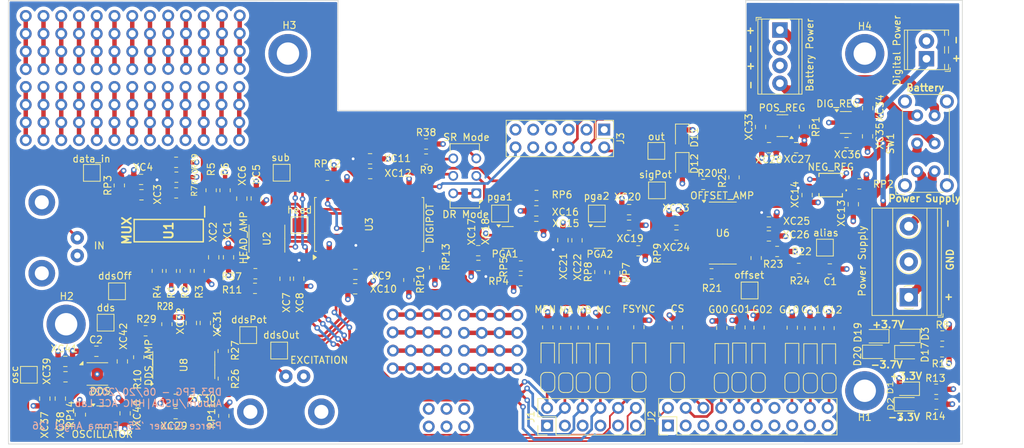
<source format=kicad_pcb>
(kicad_pcb (version 20240108) (generator "pcbnew") (generator_version "8.0")
  (layers (0 "F.Cu" jumper) (1 "In1.Cu" signal) (2 "In2.Cu" signal) (31 "B.Cu" signal) (34 "B.Paste" user) (35 "F.Paste" user) (36 "B.SilkS" user "B.Silkscreen") (37 "F.SilkS" user "F.Silkscreen") (38 "B.Mask" user) (39 "F.Mask" user) (44 "Edge.Cuts" user))
  (net 0 "")
  (net 1 "GND")
  (net 2 "/DATA_IN")
  (net 3 "/MUXC")
  (net 4 "/MUXB")
  (net 5 "/MUXA")
  (net 6 "/+3V3")
  (net 7 "/G01")
  (net 8 "/G11")
  (net 9 "/G12")
  (net 10 "/G00")
  (net 11 "/G02")
  (net 12 "Net-(D6-A)")
  (net 13 "Net-(D6-K)")
  (net 14 "/G10")
  (net 15 "/DATA_OUT")
  (net 16 "/CS")
  (net 17 "/SCK_DDS")
  (net 18 "/10G")
  (net 19 "Net-(D14-A)")
  (net 20 "Net-(D14-K)")
  (net 21 "Net-(D15-K)")
  (net 22 "Net-(D15-A)")
  (net 23 "/W1")
  (net 24 "/W2")
  (net 25 "/100M")
  (net 26 "/100K")
  (net 27 "/1M")
  (net 28 "/10M")
  (net 29 "/1G")
  (net 30 "/+1V65")
  (net 31 "/OFFSET_OUT")
  (net 32 "Net-(D16-A)")
  (net 33 "Net-(D16-K)")
  (net 34 "Net-(D17-K)")
  (net 35 "Net-(D17-A)")
  (net 36 "/WP")
  (net 37 "/HOLD")
  (net 38 "/-3V3")
  (net 39 "/DDS")
  (net 41 "/SCK_DIGI")
  (net 42 "/U6C+")
  (net 43 "/U6A_FB")
  (net 44 "/U6B_FB")
  (net 45 "/U6C-")
  (net 46 "/U6D_FB")
  (net 47 "/ALIAS_OUT")
  (net 48 "/PGA1_OUT")
  (net 49 "/PGA2_OUT")
  (net 50 "Net-(D1-K)")
  (net 51 "Net-(D2-A)")
  (net 52 "Net-(D4-A)")
  (net 53 "Net-(D5-A)")
  (net 54 "Net-(D7-A)")
  (net 55 "Net-(D8-A)")
  (net 56 "Net-(D9-K)")
  (net 57 "Net-(D9-A)")
  (net 58 "Net-(D10-K)")
  (net 59 "Net-(D10-A)")
  (net 60 "Net-(D13-K)")
  (net 61 "Net-(D13-A)")
  (net 62 "/COMP")
  (net 63 "/MCLK")
  (net 64 "/OE")
  (net 65 "/+3V7")
  (net 66 "/-3V7")
  (net 67 "/FSYNC")
  (net 68 "/SDATA")
  (net 69 "/MUX_EN")
  (net 70 "Net-(D3-K)")
  (net 71 "Net-(D4-K)")
  (net 72 "Net-(D5-K)")
  (net 73 "Net-(D7-K)")
  (net 74 "Net-(D8-K)")
  (net 75 "/+3V7P")
  (net 76 "/-3V7P")
  (net 77 "/+3V7B")
  (net 78 "/-3V7B")
  (net 79 "Net-(U9-BP)")
  (net 80 "Net-(U14-BP)")
  (net 81 "/DDS_OFF")
  (net 82 "Net-(U7-CAP{slash}2.5V)")
  (net 83 "/DDS_OUT")
  (net 84 "/N_EN")
  (net 85 "/P_EN")
  (net 86 "/MISO")
  (net 87 "/D3V3")
  (net 88 "/MOSI")
  (net 89 "/SUM+")
  (net 90 "/DDS_FB")
  (net 91 "/POT_FB")
  (net 92 "/SUM-")
  (net 93 "/L0")
  (net 94 "/H1")
  (net 95 "/W3")
  (net 96 "/SR")
  (net 97 "/SUB_OUT")
  (net 98 "/PGA1_IN")
  (net 99 "Net-(SW2-A-Pad1)")
  (net 101 "Net-(D18-A)")
  (net 102 "Net-(D18-K)")
  (net 103 "/SUB_in")
  (net 104 "/SUB+")
  (net 105 "/SUB-")
  (net 108 "Net-(D19-K)")
  (footprint "complete_EPG_library:Perf board pin" (layer "F.Cu") (at 20.718 30.527)
    (property "Reference" "REF**502" (hide yes))
    (property "Value" "Perf board pin" (hide yes))
  )
  (footprint "TestPoint:TestPoint_Pad_2.0x2.0mm" (layer "F.Cu") (at 52.248 37.727)
    (property "Reference" "TP3")
    (property "Value" "sub")
  )
  (footprint "Capacitor_SMD:C_0805_2012Metric_Pad1.18x1.45mm_HandSolder" (layer "F.Cu") (at 46.553 41.432 -90)
    (property "Reference" "XC6")
    (property "Value" "10μ")
  )
  (footprint "Capacitor_SMD:C_0805_2012Metric_Pad1.18x1.45mm_HandSolder" (layer "F.Cu") (at 44.648 49.8345 -90)
    (property "Reference" "XC1")
    (property "Value" "0.1μ")
  )
  (footprint "Resistor_SMD:R_0805_2012Metric_Pad1.20x1.40mm_HandSolder" (layer "F.Cu") (at 95.428 59.8895 90)
    (property "Reference" "R19" (hide yes))
    (property "Value" "10K")
  )
  (footprint "Capacitor_SMD:C_0805_2012Metric_Pad1.18x1.45mm_HandSolder" (layer "F.Cu") (at 130.708 51.507 180)
    (property "Reference" "C1")
    (property "Value" "0.1μ")
  )
  (footprint "complete_EPG_library:Perf board pin" (layer "F.Cu") (at 28.338 30.527)
    (property "Reference" "REF**505" (hide yes))
    (property "Value" "Perf board pin" (hide yes))
  )
  (footprint "complete_EPG_library:Perf board pin" (layer "F.Cu") (at 25.798 17.827)
    (property "Reference" "REF**379" (hide yes))
    (property "Value" "Perf board pin" (hide yes))
  )
  (footprint "Capacitor_SMD:C_0805_2012Metric_Pad1.18x1.45mm_HandSolder" (layer "F.Cu") (at 127.458 40.927 90)
    (property "Reference" "XC14")
    (property "Value" "10μ")
  )
  (footprint "Resistor_SMD:R_0805_2012Metric_Pad1.20x1.40mm_HandSolder" (layer "F.Cu") (at 42.158 40.237 90)
    (property "Reference" "R5")
    (property "Value" "1G")
  )
  (footprint "complete_EPG_library:Perf board pin" (layer "F.Cu") (at 30.878 20.367)
    (property "Reference" "REF**406" (hide yes))
    (property "Value" "Perf board pin" (hide yes))
  )
  (footprint "Jumper:SolderJumper-2_P1.3mm_Bridged_RoundedPad1.0x1.5mm" (layer "F.Cu") (at 95.428 67.7505 -90)
    (property "Reference" "JP7" (hide yes))
    (property "Value" "MB")
  )
  (footprint "complete_EPG_library:Perf board pin" (layer "F.Cu") (at 23.258 22.907)
    (property "Reference" "REF**428" (hide yes))
    (property "Value" "Perf board pin" (hide yes))
  )
  (footprint "Resistor_SMD:R_0805_2012Metric_Pad1.20x1.40mm_HandSolder" (layer "F.Cu") (at 117.847286 59.8695 90)
    (property "Reference" "R32" (hide yes))
    (property "Value" "10K")
  )
  (footprint "complete_EPG_library:Perf board pin" (layer "F.Cu") (at 41.113 25.442)
    (property "Reference" "REF**457" (hide yes))
    (property "Value" "Perf board pin" (hide yes))
  )
  (footprint "complete_EPG_library:Perf board pin" (layer "F.Cu") (at 41.113 15.282)
    (property "Reference" "REF**357" (hide yes))
    (property "Value" "Perf board pin" (hide yes))
  )
  (footprint "Package_TO_SOT_SMD:TSOT-23-8" (layer "F.Cu") (at 97.788 46.983)
    (property "Reference" "U5" (hide yes))
    (property "Value" "PGA2")
  )
  (footprint "complete_EPG_library:Right angle BNC 0731010120" (layer "F.Cu") (at 47.778 61.7895 180)
    (property "Reference" "J5" (hide yes))
    (property "Value" "EXCITATION")
  )
  (footprint "Capacitor_SMD:C_0805_2012Metric_Pad1.18x1.45mm_HandSolder" (layer "F.Cu") (at 32.188 40.887 180)
    (property "Reference" "XC3")
    (property "Value" "0.1μ")
  )
  (footprint "complete_EPG_library:Perf board pin" (layer "F.Cu") (at 18.178 22.907)
    (property "Reference" "REF**426" (hide yes))
    (property "Value" "Perf board pin" (hide yes))
  )
  (footprint "TestPoint:TestPoint_Pad_2.0x2.0mm" (layer "F.Cu") (at 28.688 54.697 -90)
    (property "Reference" "TP13" (hide yes))
    (property "Value" "ddsOff")
  )
  (footprint "complete_EPG_library:Perf board pin" (layer "F.Cu") (at 30.878 15.287)
    (property "Reference" "REF**356" (hide yes))
    (property "Value" "Perf board pin" (hide yes))
  )
  (footprint "complete_EPG_library:Perf board pin" (layer "F.Cu") (at 20.718 25.447)
    (property "Reference" "REF**452" (hide yes))
    (property "Value" "Perf board pin" (hide yes))
  )
  (footprint "Capacitor_SMD:C_0805_2012Metric_Pad1.18x1.45mm_HandSolder" (layer "F.Cu") (at 20.578 70.057 -90)
    (property "Reference" "XC38")
    (property "Value" "10μ")
  )
  (footprint "complete_EPG_library:Perf board pin" (layer "F.Cu") (at 15.638 30.527)
    (property "Reference" "REF**500" (hide yes))
    (property "Value" "Perf board pin" (hide yes))
  )
  (footprint "complete_EPG_library:Perf board pin" (layer "F.Cu") (at 75.768 60.567 90)
    (property "Reference" "REF**533" (hide yes))
    (property "Value" "Perf board pin" (hide yes))
  )
  (footprint "LED_SMD:LED_0805_2012Metric_Pad1.15x1.40mm_HandSolder" (layer "F.Cu") (at 95.428 63.992 -90)
    (property "Reference" "D7" (hide yes))
    (property "Value" "LED" (hide yes))
  )
  (footprint "complete_EPG_library:Perf board pin" (layer "F.Cu") (at 15.638 25.447)
    (property "Reference" "REF**450" (hide yes))
    (property "Value" "Perf board pin" (hide yes))
  )
  (footprint "Resistor_SMD:R_0805_2012Metric_Pad1.20x1.40mm_HandSolder" (layer "F.Cu") (at 92.918 59.91825 90)
    (property "Reference" "R18" (hide yes))
    (property "Value" "10K")
  )
  (footprint "Capacitor_SMD:C_0805_2012Metric_Pad1.18x1.45mm_HandSolder" (layer "F.Cu") (at 42.528 49.8345 -90)
    (property "Reference" "XC2")
    (property "Value" "10μ")
  )
  (footprint "LED_SMD:LED_0805_2012Metric_Pad1.15x1.40mm_HandSolder" (layer "F.Cu") (at 137.323 61.127 180)
    (property "Reference" "D19")
    (property "Value" "LED_G")
  )
  (footprint "complete_EPG_library:Perf board pin" (layer "F.Cu") (at 70.688 58.027 90)
    (property "Reference" "REF**484" (hide yes))
    (property "Value" "Perf board pin" (hide yes))
  )
  (footprint "TestPoint:TestPoint_Pad_2.0x2.0mm" (layer "F.Cu") (at 119.228 54.577 180)
    (property "Reference" "TP7" (hide yes))
    (property "Value" "offset")
  )
  (footprint "complete_EPG_library:Perf board pin" (layer "F.Cu") (at 28.338 33.067)
    (property "Reference" "REF**530" (hide yes))
    (property "Value" "Perf board pin" (hide yes))
  )
  (footprint "Resistor_SMD:R_0805_2012Metric_Pad1.20x1.40mm_HandSolder" (layer "F.Cu") (at 72.928 35.777)
    (property "Reference" "R9")
    (property "Value" "10K")
  )
  (footprint "complete_EPG_library:Perf board pin" (layer "F.Cu") (at 35.958 27.987)
    (property "Reference" "REF**483" (hide yes))
    (property "Value" "Perf board pin" (hide yes))
  )
  (footprint "Resistor_SMD:R_0805_2012Metric_Pad1.20x1.40mm_HandSolder" (layer "F.Cu") (at 113.778 52.197 180)
    (property "Reference" "R21")
    (property "Value" "10K")
  )
  (footprint "Resistor_SMD:R_0805_2012Metric_Pad1.20x1.40mm_HandSolder" (layer "F.Cu") (at 116.998 38.387 -90)
    (property "Reference" "R25")
    (property "Value" "10K")
  )
  (footprint "Resistor_SMD:R_0805_2012Metric_Pad1.20x1.40mm_HandSolder" (layer "F.Cu") (at 88.728 40.982)
    (property "Reference" "RP6")
    (property "Value" "10K")
  )
  (footprint "complete_EPG_library:Perf board pin" (layer "F.Cu") (at 30.878 25.447)
    (property "Reference" "REF**456" (hide yes))
    (property "Value" "Perf board pin" (hide yes))
  )
  (footprint "complete_EPG_library:Perf board pin" (layer "F.Cu") (at 33.418 15.287)
    (property "Reference" "REF**357" (hide yes))
    (property "Value" "Perf board pin" (hide yes))
  )
  (footprint "Capacitor_SMD:C_0805_2012Metric_Pad1.18x1.45mm_HandSolder" (layer "F.Cu") (at 134.068 42.237 90)
    (property "Reference" "XC13")
    (property "Value" "10μ")
  )
  (footprint "Jumper:SolderJumper-2_P1.3mm_Bridged_RoundedPad1.0x1.5mm" (layer "F.Cu") (at 90.338 67.70925 -90)
    (property "Reference" "JP5" (hide yes))
    (property "Value" "MEN")
  )
  (footprint "complete_EPG_library:Perf board pin" (layer "F.Cu") (at 83.428 60.637 90)
    (property "Reference" "REF**508" (hide yes))
    (property "Value" "Perf board pin" (hide yes))
  )
  (footprint "Resistor_SMD:R_0805_2012Metric_Pad1.20x1.40mm_HandSolder" (layer "F.Cu") (at 127.0705 31.147 -90)
    (property "Reference" "RP1")
    (property "Value" "10K")
  )
  (footprint "complete_EPG_library:Perf board pin" (layer "F.Cu") (at 75.773 65.722 90)
    (property "Reference" "REF**534" (hide yes))
    (property "Value" "Perf board pin" (hide yes))
  )
  (footprint "complete_EPG_library:Perf board pin" (layer "F.Cu") (at 36.028 15.247)
    (property "Reference" "REF**458" (hide yes))
    (property "Value" "Perf board pin" (hide yes))
  )
  (footprint "Jumper:SolderJumper-2_P1.3mm_Bridged_RoundedPad1.0x1.5mm" (layer "F.Cu") (at 103.393 67.693 -90)
    (property "Reference" "JP16" (hide yes))
    (property "Value" "FSYNC")
  )
  (footprint "MountingHole:MountingHole_3.2mm_M3_DIN965_Pad" (layer "F.Cu") (at 21.408 59.412 180)
    (property "Reference" "H2")
    (property "Value" "MountingHole_Pad")
  )
  (footprint "Package_SO:SOIC-8_3.9x4.9mm_P1.27mm" (layer "F.Cu") (at 50.143 47.163 90)
    (property "Reference" "U2")
    (property "Value" "HEAD_AMP")
  )
  (footprint "complete_EPG_library:Perf board pin" (layer "F.Cu") (at 36.028 22.867)
    (property "Reference" "REF**533" (hide yes))
    (property "Value" "Perf board pin" (hide yes))
  )
  (footprint "Capacitor_SMD:C_0805_2012Metric_Pad1.18x1.45mm_HandSolder" (layer "F.Cu") (at 29.453 64.732 -90)
    (property "Reference" "XC42")
    (property "Value" "0.1μ")
  )
  (footprint "complete_EPG_library:Perf board pin" (layer "F.Cu") (at 46.193 27.982)
    (property "Reference" "REF**484" (hide yes))
    (property "Value" "Perf board pin" (hide yes))
  )
  (footprint "complete_EPG_library:Perf board pin" (layer "F.Cu") (at 38.568 20.327)
    (property "Reference" "REF**509" (hide yes))
    (property "Value" "Perf board pin" (hide yes))
  )
  (footprint "complete_EPG_library:Screw_Terminal_Digital_Board" (layer "F.Cu") (at 144.538 21.417 90)
    (property "Reference" "J8")
    (property "Value" "Digital Power")
  )
  (footprint "Capacitor_SMD:C_0805_2012Metric_Pad1.18x1.45mm_HandSolder" (layer "F.Cu") (at 18.353 70.057 -90)
    (property "Reference" "XC37")
    (property "Value" "0.1μ")
  )
  (footprint "complete_EPG_library:Perf board pin" (layer "F.Cu") (at 73.318 71.517)
    (property "Reference" "REF**507" (hide yes))
    (property "Value" "Perf board pin" (hide yes))
  )
  (footprint "Resistor_SMD:R_0805_2012Metric_Pad1.20x1.40mm_HandSolder" (layer "F.Cu") (at 37.148 36.237 180)
    (property "Reference" "R40")
    (property "Value" "50")
  )
  (footprint "MountingHole:MountingHole_3.2mm_M3_DIN965_Pad" (layer "F.Cu") (at 53.158 20.677 180)
    (property "Reference" "H3")
    (property "Value" "MountingHole_Pad")
  )
  (footprint "Capacitor_SMD:C_0805_2012Metric_Pad1.18x1.45mm_HandSolder" (layer "F.Cu") (at 29.848 72.167 90)
    (property "Reference" "XC40")
    (property "Value" "0.1μ")
  )
  (footprint "complete_EPG_library:Perf board pin" (layer "F.Cu") (at 35.958 33.067)
    (property "Reference" "REF**533" (hide yes))
    (property "Value" "Perf board pin" (hide yes))
  )
  (footprint "complete_EPG_library:Perf board pin" (layer "F.Cu") (at 43.723 20.322)
    (property "Reference" "REF**508" (hide yes))
    (property "Value" "Perf board pin" (hide yes))
  )
  (footprint "complete_EPG_library:Perf board pin" (layer "F.Cu") (at 18.178 27.987)
    (property "Reference" "REF**476" (hide yes))
    (property "Value" "Perf board pin" (hide yes))
  )
  (footprint "Capacitor_SMD:C_0805_2012Metric_Pad1.18x1.45mm_HandSolder" (layer "F.Cu") (at 52.738 52.907 -90)
    (property "Reference" "XC7")
    (property "Value" "0.1μ")
  )
  (footprint "complete_EPG_library:Perf board pin" (layer "F.Cu") (at 43.723 15.242)
    (property "Reference" "REF**458" (hide yes))
    (property "Value" "Perf board pin" (hide yes))
  )
  (footprint "complete_EPG_library:Perf board pin" (layer "F.Cu") (at 73.318 74.057)
    (property "Reference" "REF**532" (hide yes))
    (property "Value" "Perf board pin" (hide yes))
  )
  (footprint "complete_EPG_library:Perf board pin" (layer "F.Cu") (at 41.113 17.822)
    (property "Reference" "REF**382" (hide yes))
    (property "Value" "Perf board pin" (hide yes))
  )
  (footprint "complete_EPG_library:Perf board pin" (layer "F.Cu") (at 46.263 17.782)
    (property "Reference" "REF**484" (hide yes))
    (property "Value" "Perf board pin" (hide yes))
  )
  (footprint "complete_EPG_library:Perf board pin" (layer "F.Cu") (at 83.433 65.792 90)
    (property "Reference" "REF**509" (hide yes))
    (property "Value" "Perf board pin" (hide yes))
  )
  (footprint "Resistor_SMD:R_0805_2012Metric_Pad1.20x1.40mm_HandSolder" (layer "F.Cu") (at 97.798 51.947 -90)
    (property "Reference" "RP8")
    (property "Value" "10K")
  )
  (footprint "Package_CSP:LFCSP-WD-10-1EP_3x3mm_P0.5mm_EP1.64x2.38mm" (layer "F.Cu") (at 25.878 66.532)
    (property "Reference" "U7" (hide yes))
    (property "Value" "DDS")
  )
  (footprint "Package_SO:SOIC-14_3.9x8.7mm_P1.27mm" (layer "F.Cu") (at 115.388 46.367)
    (property "Reference" "U6")
    (property "Value" "OFFSET_AMP")
  )
  (footprint "Resistor_SMD:R_0805_2012Metric_Pad1.20x1.40mm_HandSolder" (layer "F.Cu") (at 48.488 52.177)
    (property "Reference" "R37")
    (property "Value" "10K")
  )
  (footprint "Jumper:SolderJumper-2_P1.3mm_Bridged_RoundedPad1.0x1.5mm" (layer "F.Cu") (at 98.218 67.78875 -90)
    (property "Reference" "JP8" (hide yes))
    (property "Value" "MC")
  )
  (footprint "LED_SMD:LED_0805_2012Metric_Pad1.15x1.40mm_HandSolder" (layer "F.Cu") (at 117.758 63.972 -90)
    (property "Reference" "D10" (hide yes))
    (property "Value" "LED")
  )
  (footprint "Resistor_SMD:R_0805_2012Metric_Pad1.20x1.40mm_HandSolder" (layer "F.Cu") (at 34.453 51.782 -90)
    (property "Reference" "R4")
    (property "Value" "100M")
  )
  (footprint "Package_TO_SOT_SMD:SOT-23-5" (layer "F.Cu") (at 133.0005 30.537)
    (property "Reference" "U9" (hide yes))
    (property "Value" "DIG_REG")
  )
  (footprint "Capacitor_SMD:C_0805_2012Metric_Pad1.18x1.45mm_HandSolder" (layer "F.Cu") (at 108.758 46.647)
    (property "Reference" "XC24")
    (property "Value" "10μ")
  )
  (footprint "LED_SMD:LED_0805_2012Metric_Pad1.15x1.40mm_HandSolder" (layer "F.Cu") (at 108.893 63.97075 -90)
    (property "Reference" "D4" (hide yes))
    (property "Value" "LED" (hide yes))
  )
  (footprint "complete_EPG_library:Perf board pin" (layer "F.Cu") (at 30.878 22.907)
    (property "Reference" "REF**431" (hide yes))
    (property "Value" "Perf board pin" (hide yes))
  )
  (footprint "Resistor_SMD:R_0805_2012Metric_Pad1.20x1.40mm_HandSolder" (layer "F.Cu") (at 40.453 51.782 -90)
    (property "Reference" "R3")
    (property "Value" "10M")
  )
  (footprint "LED_SMD:LED_0805_2012Metric_Pad1.15x1.40mm_HandSolder" (layer "F.Cu") (at 141.848 63.407)
    (property "Reference" "D17")
    (property "Value" "LED_G")
  )
  (footprint "Capacitor_SMD:C_0805_2012Metric_Pad1.18x1.45mm_HandSolder" (layer "F.Cu") (at 64.908 35.737)
    (property "Reference" "XC11")
    (property "Value" "0.1μ")
  )
  (footprint "complete_EPG_library:Perf board pin" (layer "F.Cu") (at 28.338 25.447)
    (property "Reference" "REF**455" (hide yes))
    (property "Value" "Perf board pin" (hide yes))
  )
  (footprint "LED_SMD:LED_0805_2012Metric_Pad1.15x1.40mm_HandSolder" (layer "F.Cu") (at 141.8005 70.865)
    (property "Reference" "D2")
    (property "Value" "LED" (hide yes))
  )
  (footprint "Resistor_SMD:R_0805_2012Metric_Pad1.20x1.40mm_HandSolder" (layer "F.Cu") (at 38.453 51.782 -90)
    (property "Reference" "R2")
    (property "Value" "1M")
  )
  (footprint "complete_EPG_library:LIB_DG4051EEY-T1-GE3" (layer "F.Cu") (at 36.088 46.017 -90)
    (property "Reference" "U1")
    (property "Value" "MUX")
  )
  (footprint "LED_SMD:LED_0805_2012Metric_Pad1.15x1.40mm_HandSolder" (layer "F.Cu") (at 115.240857 64.044321 -90)
    (property "Reference" "D9" (hide yes))
    (property "Value" "LED")
  )
  (footprint "Connector_PinHeader_2.54mm:PinHeader_2x06_P2.54mm_Vertical" (layer "F.Cu") (at 98.4192 31.557 -90)
    (property "Reference" "J3")
    (property "Value" "CON_6")
  )
  (footprint "complete_EPG_library:Perf board pin" (layer "F.Cu") (at 25.798 27.987)
    (property "Reference" "REF**479" (hide yes))
    (property "Value" "Perf board pin" (hide yes))
  )
  (footprint "Resistor_SMD:R_0805_2012Metric_Pad1.20x1.40mm_HandSolder" (layer "F.Cu") (at 48.438 54.277 180)
    (property "Reference" "R11")
    (property "Value" "10K")
  )
  (footprint "complete_EPG_library:Perf board pin" (layer "F.Cu") (at 46.263 20.322)
    (property "Reference" "REF**509" (hide yes))
    (property "Value" "Perf board pin" (hide yes))
  )
  (footprint "Diode_SMD:D_0805_2012Metric_Pad1.15x1.40mm_HandSolder" (layer "F.Cu") (at 109.578 32.627 -90)
    (property "Reference" "D11")
    (property "Value" "D_Schottky")
  )
  (footprint "Resistor_SMD:R_0805_2012Metric_Pad1.20x1.40mm_HandSolder" (layer "F.Cu") (at 37.158 40.617 180)
    (property "Reference" "R7")
    (property "Value" "1G")
  )
  (footprint "Capacitor_SMD:C_0805_2012Metric_Pad1.18x1.45mm_HandSolder" (layer "F.Cu") (at 121.988 44.777)
    (property "Reference" "XC25")
    (property "Value" "0.1μ" (hide yes))
  )
  (footprint "complete_EPG_library:Perf board pin" (layer "F.Cu") (at 28.338 17.827)
    (property "Reference" "REF**380" (hide yes))
    (property "Value" "Perf board pin" (hide yes))
  )
  (footprint "complete_EPG_library:Perf board pin" (layer "F.Cu") (at 33.418 33.067)
    (property "Reference" "REF**532" (hide yes))
    (property "Value" "Perf board pin" (hide yes))
  )
  (footprint "complete_EPG_library:Perf board pin" (layer "F.Cu") (at 38.568 22.867)
    (property "Reference" "REF**534" (hide yes))
    (property "Value" "Perf board pin" (hide yes))
  )
  (footprint "complete_EPG_library:Perf board pin" (layer "F.Cu") (at 38.568 15.247)
    (property "Reference" "REF**459" (hide yes))
    (property "Value" "Perf board pin" (hide yes))
  )
  (footprint "TestPoint:TestPoint_Pad_2.0x2.0mm" (layer "F.Cu") (at 25.088 37.747)
    (property "Reference" "TP14" (hide yes))
    (property "Value" "data_in")
  )
  (footprint "Resistor_SMD:R_0805_2012Metric_Pad1.20x1.40mm_HandSolder" (layer "F.Cu") (at 130.598 59.967 90)
    (property "Reference" "R36" (hide yes))
    (property "Value" "10K")
  )
  (footprint "complete_EPG_library:Perf board pin" (layer "F.Cu") (at 73.233 65.722 90)
    (property "Reference" "REF**509" (hide yes))
    (property "Value" "Perf board pin" (hide yes))
  )
  (footprint "Capacitor_SMD:C_0805_2012Metric_Pad1.18x1.45mm_HandSolder" (layer "F.Cu") (at 32.128 38.687 180)
    (property "Reference" "XC4")
    (property "Value" "10μ")
  )
  (footprint "complete_EPG_library:Perf board pin" (layer "F.Cu") (at 23.258 25.447)
    (property "Reference" "REF**453" (hide yes))
    (property "Value" "Perf board pin" (hide yes))
  )
  (footprint "complete_EPG_library:Perf board pin" (layer "F.Cu") (at 18.178 20.367)
    (property "Reference" "REF**401" (hide yes))
    (property "Value" "Perf board pin" (hide yes))
  )
  (footprint "LED_SMD:LED_0805_2012Metric_Pad1.15x1.40mm_HandSolder" (layer "F.Cu") (at 137.248 63.367)
    (property "Reference" "D20")
    (property "Value" "LED_G")
  )
  (footprint "Capacitor_SMD:C_0805_2012Metric_Pad1.18x1.45mm_HandSolder" (layer "F.Cu") (at 122.0055 34.142)
    (property "Reference" "XC28")
    (property "Value" "2.2μ")
  )
  (footprint "complete_EPG_library:Perf board pin" (layer "F.Cu") (at 33.418 27.987)
    (property "Reference" "REF**482" (hide yes))
    (property "Value" "Perf board pin" (hide yes))
  )
  (footprint "complete_EPG_library:Perf board pin" (layer "F.Cu") (at 43.653 27.982)
    (property "Reference" "REF**483" (hide yes))
    (property "Value" "Perf board pin" (hide yes))
  )
  (footprint "complete_EPG_library:Perf board pin" (layer "F.Cu") (at 18.178 30.527)
    (property "Reference" "REF**501" (hide yes))
    (property "Value" "Perf board pin" (hide yes))
  )
  (footprint "complete_EPG_library:Perf board pin" (layer "F.Cu") (at 70.728 63.177 90)
    (property "Reference" "REF**382" (hide yes))
    (property "Value" "Perf board pin" (hide yes))
  )
  (footprint "complete_EPG_library:Perf board pin" (layer "F.Cu") (at 80.893 65.792 90)
    (property "Reference" "REF**484" (hide yes))
    (property "Value" "Perf board pin" (hide yes))
  )
  (footprint "Capacitor_SMD:C_0805_2012Metric_Pad1.18x1.45mm_HandSolder" (layer "F.Cu") (at 80.418 51.002 180)
    (property "Reference" "XC17")
    (property "Value" "0.1μ")
  )
  (footprint "Resistor_SMD:R_0805_2012Metric_Pad1.20x1.40mm_HandSolder" (layer "F.Cu") (at 134.938 39.327)
    (property "Reference" "RP2")
    (property "Value" "10K")
  )
  (footprint "Jumper:SolderJumper-2_P1.3mm_Bridged_RoundedPad1.0x1.5mm" (layer "F.Cu") (at 92.918 67.77925 -90)
    (property "Reference" "JP6" (hide yes))
    (property "Value" "MA")
  )
  (footprint "Resistor_SMD:R_0805_2012Metric_Pad1.20x1.40mm_HandSolder" (layer "F.Cu") (at 43.968 72.527 90)
    (property "Reference" "RP11")
    (property "Value" "10K")
  )
  (footprint "Resistor_SMD:R_0805_2012Metric_Pad1.20x1.40mm_HandSolder" (layer "F.Cu") (at 90.338 59.84825 90)
    (property "Reference" "R17" (hide yes))
    (property "Value" "10K")
  )
  (footprint "complete_EPG_library:Perf board pin" (layer "F.Cu") (at 33.418 17.827)
    (property "Reference" "REF**382" (hide yes))
    (property "Value" "Perf board pin" (hide yes))
  )
  (footprint "Resistor_SMD:R_0805_2012Metric_Pad1.20x1.40mm_HandSolder" (layer "F.Cu") (at 70.458 53.077 -90)
    (property "Reference" "RP10")
    (property "Value" "10K")
  )
  (footprint "complete_EPG_library:Perf board pin" (layer "F.Cu") (at 18.178 17.827)
    (property "Reference" "REF**376" (hide yes))
    (property "Value" "Perf board pin" (hide yes))
  )
  (footprint "complete_EPG_library:Perf board pin" (layer "F.Cu") (at 20.718 33.067)
    (property "Reference" "REF**527" (hide yes))
    (property "Value" "Perf board pin" (hide yes))
  )
  (footprint "Resistor_SMD:R_0805_2012Metric_Pad1.20x1.40mm_HandSolder" (layer "F.Cu") (at 120.163 49.937 90)
    (property "Reference" "R23")
    (property "Value" "10K")
  )
  (footprint "complete_EPG_library:Perf board pin" (layer "F.Cu") (at 18.178 25.447)
    (property "Reference" "REF**451" (hide yes))
    (property "Value" "Perf board pin" (hide yes))
  )
  (footprint "complete_EPG_library:Perf board pin" (layer "F.Cu") (at 20.718 15.287)
    (property "Reference" "REF**352" (hide yes))
    (property "Value" "Perf board pin" (hide yes))
  )
  (footprint "complete_EPG_library:Perf board pin" (layer "F.Cu") (at 23.258 15.287)
    (property "Reference" "REF**353" (hide yes))
    (property "Value" "Perf board pin" (hide yes))
  )
  (footprint "complete_EPG_library:Perf board pin" (layer "F.Cu") (at 15.638 20.367)
    (property "Reference" "REF**400" (hide yes))
    (property "Value" "Perf board pin" (hide yes))
  )
  (footprint "complete_EPG_library:SW_CK_JS202011CQN_DPDT_Straight" (layer "F.Cu") (at 76.8305 40.677 90)
    (property "Reference" "SW2" (hide yes))
    (property "Value" "SW_DPDT" (hide yes))
  )
  (footprint "complete_EPG_library:Perf board pin" (layer "F.Cu") (at 43.653 25.442)
    (property "Reference" "REF**458" (hide yes))
    (property "Value" "Perf board pin" (hide yes))
  )
  (footprint "Capacitor_SMD:C_0805_2012Metric_Pad1.18x1.45mm_HandSolder" (layer "F.Cu") (at 37.098 70.152)
    (property "Reference" "XC30")
    (property "Value" "10μ")
  )
  (footprint "Jumper:SolderJumper-2_P1.3mm_Bridged_RoundedPad1.0x1.5mm" (layer "F.Cu") (at 115.180142 67.802821 -90)
    (property "Reference" "JP9" (hide yes))
    (property "Value" "G00")
  )
  (footprint "Resistor_SMD:R_0805_2012Metric_Pad1.20x1.40mm_HandSolder" (layer "F.Cu") (at 145.958 70.865)
    (property "Reference" "R14")
    (property "Value" "10K")
  )
  (footprint "Capacitor_SMD:C_0805_2012Metric_Pad1.18x1.45mm_HandSolder" (layer "F.Cu") (at 41.328 59.232 90)
    (property "Reference" "XC31")
    (property "Value" "0.1μ")
  )
  (footprint "complete_EPG_library:Perf board pin" (layer "F.Cu") (at 73.228 60.567 90)
    (property "Reference" "REF**508" (hide yes))
    (property "Value" "Perf board pin" (hide yes))
  )
  (footprint "complete_EPG_library:Perf board pin" (layer "F.Cu") (at 15.638 22.907)
    (property "Reference" "REF**425" (hide yes))
    (property "Value" "Perf board pin" (hide yes))
  )
  (footprint "complete_EPG_library:Perf board pin" (layer "F.Cu") (at 80.888 63.177 90)
    (property "Reference" "REF**482" (hide yes))
    (property "Value" "Perf board pin" (hide yes))
  )
  (footprint "Package_TO_SOT_SMD:SOT-23-5" (layer "F.Cu") (at 123.9255 30.997 180)
    (property "Reference" "U14" (hide yes))
    (property "Value" "POS_REG")
  )
  (footprint "Resistor_SMD:R_0805_2012Metric_Pad1.20x1.40mm_HandSolder" (layer "F.Cu") (at 99.928 52.032 -90)
    (property "Reference" "RP7")
    (property "Value" "10K")
  )
  (footprint "complete_EPG_library:Perf board pin" (layer "F.Cu") (at 85.968 60.637 90)
    (property "Reference" "REF**533" (hide yes))
    (property "Value" "Perf board pin" (hide yes))
  )
  (footprint "complete_EPG_library:Perf board pin" (layer "F.Cu") (at 75.768 58.027 90)
    (property "Reference" "REF**534" (hide yes))
    (property "Value" "Perf board pin" (hide yes))
  )
  (footprint "Capacitor_SMD:C_0805_2012Metric_Pad1.18x1.45mm_HandSolder" (layer "F.Cu") (at 133.098 33.417 180)
    (property "Reference" "XC36")
    (property "Value" "1μ")
  )
  (footprint "Resistor_SMD:R_0805_2012Metric_Pad1.20x1.40mm_HandSolder" (layer "F.Cu") (at 145.932 68.725)
    (property "Reference" "R13")
    (property "Value" "10K")
  )
  (footprint "Jumper:SolderJumper-2_P1.3mm_Bridged_RoundedPad1.0x1.5mm" (layer "F.Cu") (at 130.598 67.828 -90)
    (property "Reference" "JP14" (hide yes))
    (property "Value" "G12")
  )
  (footprint "complete_EPG_library:Perf board pin" (layer "F.Cu") (at 15.638 27.987)
    (property "Reference" "REF**475" (hide yes))
    (property "Value" "Perf board pin" (hide yes))
  )
  (footprint "TestPoint:TestPoint_Pad_2.0x2.0mm" (layer "F.Cu") (at 47.468 60.967 -90)
    (property "Reference" "TP11" (hide yes))
    (property "Value" "ddsPot")
  )
  (footprint "complete_EPG_library:Perf board pin" (layer "F.Cu") (at 78.398 71.517)
    (property "Reference" "REF**509" (hide yes))
    (property "Value" "Perf board pin" (hide yes))
  )
  (footprint "complete_EPG_library:Perf board pin" (layer "F.Cu") (at 28.338 27.987)
    (property "Reference" "REF**480" (hide yes))
    (property "Value" "Perf board pin" (hide yes))
  )
  (footprint "complete_EPG_library:Perf board pin" (layer "F.Cu") (at 73.228 58.027 90)
    (property "Reference" "REF**509" (hide yes))
    (property "Value" "Perf board pin" (hide yes))
  )
  (footprint "Resistor_SMD:R_0805_2012Metric_Pad1.20x1.40mm_HandSolder" (layer "F.Cu") (at 35.8305 59.4045 -90)
    (property "Reference" "R28")
    (property "Value" "10K")
  )
  (footprint "complete_EPG_library:Perf board pin" (layer "F.Cu") (at 41.113 27.982)
    (property "Reference" "REF**482" (hide yes))
    (property "Value" "Perf board pin" (hide yes))
  )
  (footprint "complete_EPG_library:Perf board pin" (layer "F.Cu") (at 25.798 22.907)
    (property "Reference" "REF**429" (hide yes))
    (property "Value" "Perf board pin" (hide yes))
  )
  (footprint "complete_EPG_library:Perf board pin" (layer "F.Cu") (at 30.878 27.987)
    (property "Reference" "REF**481" (hide yes))
    (property "Value" "Perf board pin" (hide yes))
  )
  (footprint "Resistor_SMD:R_0805_2012Metric_Pad1.20x1.40mm_HandSolder" (layer "F.Cu") (at 29.018 39.547 90)
    (property "Reference" "RP3")
    (property "Value" "10K")
  )
  (footprint "Capacitor_SMD:C_0805_2012Metric_Pad1.18x1.45mm_HandSolder" (layer "F.Cu") (at 48.623 41.407 -90)
    (property "Reference" "XC5")
    (property "Value" "0.1μ")
  )
  (footprint "Jumper:SolderJumper-2_P1.3mm_Bridged_RoundedPad1.0x1.5mm" (layer "F.Cu") (at 117.707999 67.7305 -90)
    (property "Reference" "JP10" (hide yes))
    (property "Value" "G01")
  )
  (footprint "complete_EPG_library:Perf board pin" (layer "F.Cu") (at 20.718 17.827)
    (property "Reference" "REF**377" (hide yes))
    (property "Value" "Perf board pin" (hide yes))
  )
  (footprint "complete_EPG_library:Perf board pin" (layer "F.Cu") (at 85.973 65.792 90)
    (property "Reference" "REF**534" (hide yes))
    (property "Value" "Perf board pin" (hide yes))
  )
  (footprint "Capacitor_SMD:C_0805_2012Metric_Pad1.18x1.45mm_HandSolder" (layer "F.Cu") (at 136.108 32.517 90)
    (property "Reference" "XC35")
    (property "Value" "10n")
  )
  (footprint "Capacitor_SMD:C_0805_2012Metric_Pad1.18x1.45mm_HandSolder" (layer "F.Cu") (at 88.698 45.423 180)
    (property "Reference" "XC15")
    (property "Value" "0.1μ")
  )
  (footprint "Capacitor_SMD:C_0805_2012Metric_Pad1.18x1.45mm_HandSolder" (layer "F.Cu") (at 62.803 52.282 180)
    (property "Reference" "XC9")
    (property "Value" "0.1μ")
  )
  (footprint "TestPoint:TestPoint_Pad_2.0x2.0mm" (layer "F.Cu") (at 51.898 63.177)
    (property "Reference" "TP12" (hide yes))
    (property "Value" "ddsOut")
  )
  (footprint "LED_SMD:LED_0805_2012Metric_Pad1.15x1.40mm_HandSolder" (layer "F.Cu") (at 141.7755 61.087 180)
    (property "Reference" "D3")
    (property "Value" "LED_G" (hide yes))
  )
  (footprint "Resistor_SMD:R_0805_2012Metric_Pad1.20x1.40mm_HandSolder" (layer "F.Cu") (at 58.788 38.097)
    (property "Reference" "RP12")
    (property "Value" "10K")
  )
  (footprint "complete_EPG_library:Perf board pin" (layer "F.Cu") (at 75.858 71.517)
    (property "Reference" "REF**508" (hide yes))
    (property "Value" "Perf board pin" (hide yes))
  )
  (footprint "Resistor_SMD:R_0805_2012Metric_Pad1.20x1.40mm_HandSolder" (layer "F.Cu") (at 32.7805 60.3445)
    (property "Reference" "R29")
    (property "Value" "10K")
  )
  (footprint "complete_EPG_library:Perf board pin" (layer "F.Cu") (at 83.428 58.097 90)
    (property "Reference" "REF**509" (hide yes))
    (property "Value" "Perf board pin" (hide yes))
  )
  (footprint "complete_EPG_library:Perf board pin" (layer "F.Cu") (at 30.878 30.527)
    (property "Reference" "REF**506" (hide yes))
    (property "Value" "Perf board pin" (hide yes))
  )
  (footprint "complete_EPG_library:Perf board pin" (layer "F.Cu") (at 85.968 58.097 90)
    (property "Reference" "REF**534" (hide yes))
    (property "Value" "Perf board pin" (hide yes))
  )
  (footprint "complete_EPG_library:Perf board pin" (layer "F.Cu") (at 75.808 63.177 90)
    (property "Reference" "REF**432" (hide yes))
    (property "Value" "Perf board pin" (hide yes))
  )
  (footprint "complete_EPG_library:Perf board pin" (layer "F.Cu") (at 78.398 74.057)
    (property "Reference" "REF**534" (hide yes))
    (property "Value" "Perf board pin" (hide yes))
  )
  (footprint "complete_EPG_library:Screw_Terminal_Power_Supply" (layer "F.Cu") (at 142.01 55.55592 90)
    (property "Reference" "J6")
    (property "Value" "Power Supply")
  )
  (footprint "complete_EPG_library:Perf board pin" (layer "F.Cu") (at 23.258 20.367)
    (property "Reference" "REF**403" (hide yes))
    (property "Value" "Perf board pin" (hide yes))
  )
  (footprint "Resistor_SMD:R_0805_2012Metric_Pad1.20x1.40mm_HandSolder" (layer "F.Cu") (at 31.803 64.132 90)
    (property "Reference" "R10")
    (property "Value" "10K")
  )
  (footprint "complete_EPG_library:Perf board pin" (layer "F.Cu") (at 43.653 33.062)
    (property "Reference" "REF**533" (hide yes))
    (property "Value" "Perf board pin" (hide yes))
  )
  (footprint "complete_EPG_library:Perf board pin" (layer "F.Cu") (at 25.798 30.527)
    (property "Reference" "REF**504" (hide yes))
    (property "Value" "Perf board pin" (hide yes))
  )
  (footprint "Resistor_SMD:R_0805_2012Metric_Pad1.20x1.40mm_HandSolder" (layer "F.Cu") (at 146.808 61.087)
    (property "Reference" "R8")
    (property "Value" "10K")
  )
  (footprint "complete_EPG_library:Perf board pin" (layer "F.Cu") (at 46.193 30.522)
    (property "Reference" "REF**509" (hide yes))
    (property "Value" "Perf board pin" (hide yes))
  )
  (footprint "complete_EPG_library:Perf board pin" (layer "F.Cu") (at 15.638 33.067)
    (property "Reference" "REF**525" (hide yes))
    (property "Value" "Perf board pin" (hide yes))
  )
  (footprint "Capacitor_SMD:C_0805_2012Metric_Pad1.18x1.45mm_HandSolder" (layer "F.Cu") (at 64.928 37.857)
    (property "Reference" "XC12")
    (property "Value" "10μ")
  )
  (footprint "Resistor_SMD:R_0805_2012Metric_Pad1.20x1.40mm_HandSolder" (layer "F.Cu") (at 146.768 63.367)
    (property "Reference" "R15")
    (property "Value" "10K")
  )
  (footprint "complete_EPG_library:Perf board pin" (layer "F.Cu") (at 23.258 30.527)
    (property "Reference" "REF**503" (hide yes))
    (property "Value" "Perf board pin" (hide yes))
  )
  (footprint "complete_EPG_library:Perf board pin" (layer "F.Cu") (at 68.153 65.722 90)
    (property "Reference" "REF**459" (hide yes))
    (property "Value" "Perf board pin" (hide yes))
  )
  (footprint "Capacitor_SMD:C_0805_2012Metric_Pad1.18x1.45mm_HandSolder" (layer "F.Cu") (at 92.503 47.382 90)
    (property "Reference" "XC21")
    (property "Value" "0.1μ")
  )
  (footprint "Package_SO:SOIC-14_3.9x8.7mm_P1.27mm" (layer "F.Cu") (at 38.248 65.2545 90)
    (property "Reference" "U8")
    (property "Value" "DDS_AMP")
  )
  (footprint "TestPoint:TestPoint_Pad_2.0x2.0mm" (layer "F.Cu") (at 97.358 43.567 180)
    (property "Reference" "TP5" (hide yes))
    (property "Value" "pga2")
  )
  (footprint "complete_EPG_library:Perf board pin" (layer "F.Cu") (at 20.718 20.367)
    (property "Reference" "REF**402" (hide yes))
    (property "Value" "Perf board pin" (hide yes))
  )
  (footprint "Connector_PinHeader_2.54mm:PinHeader_2x10_P2.54mm_Vertical" (layer "F.Cu") (at 107.543 73.918 90)
    (property "Reference" "J2")
    (property "Value" "CON_10")
  )
  (footprint "complete_EPG_library:Perf board pin" (layer "F.Cu") (at 46.193 25.442)
    (property "Reference" "REF**459" (hide yes))
    (property "Value" "Perf board pin" (hide yes))
  )
  (footprint "TestPoint:TestPoint_Pad_2.0x2.0mm" (layer "F.Cu") (at 130.008 48.447 180)
    (property "Reference" "TP8" (hide yes))
    (property "Value" "alias")
  )
  (footprint "Resistor_SMD:R_0805_2012Metric_Pad1.20x1.40mm_HandSolder" (layer "F.Cu") (at 126.268 51.427 180)
    (property "Reference" "R24")
    (property "Value" "3K")
  )
  (footprint "complete_EPG_library:Perf board pin" (layer "F.Cu") (at 35.958 25.447)
    (property "Reference" "REF**458" (hide yes))
    (property "Value" "Perf board pin" (hide yes))
  )
  (footprint "Resistor_SMD:R_0805_2012Metric_Pad1.20x1.40mm_HandSolder" (layer "F.Cu") (at 86.453 53.182 180)
    (property "Reference" "RP4")
    (property "Value" "10K")
  )
  (footprint "LED_SMD:LED_0805_2012Metric_Pad1.15x1.40mm_HandSolder" (layer "F.Cu") (at 103.398 63.9595 -90)
    (property "Reference" "D18" (hide yes))
    (property "Value" "LED")
  )
  (footprint "Capacitor_SMD:C_0805_2012Metric_Pad1.18x1.45mm_HandSolder" (layer "F.Cu") (at 120.7955 31.177 90)
    (property "Reference" "XC33")
    (property "Value" "10n")
  )
  (footprint "LED_SMD:LED_0805_2012Metric_Pad1.15x1.40mm_HandSolder" (layer "F.Cu") (at 120.508 64.002 -90)
    (property "Reference" "D13" (hide yes))
    (property "Value" "LED")
  )
  (footprint "Capacitor_SMD:C_0805_2012Metric_Pad1.18x1.45mm_HandSolder" (layer "F.Cu") (at 21.2905 64.732 180)
    (property "Reference" "XC41")
    (property "Value" "10μ")
  )
  (footprint "Resistor_SMD:R_0805_2012Metric_Pad1.20x1.40mm_HandSolder" (layer "F.Cu") (at 120.579429 59.8995 90)
    (property "Reference" "R33" (hide yes))
    (property "Value" "10K")
  )
  (footprint "complete_EPG_library:Perf board pin" (layer "F.Cu") (at 33.418 30.527)
    (property "Reference" "REF**507" (hide yes))
    (property "Value" "Perf board pin" (hide yes))
  )
  (footprint "complete_EPG_library:Perf board pin" (layer "F.Cu") (at 25.798 20.367)
    (property "Reference" "REF**404" (hide yes))
    (property "Value" "Perf board pin" (hide yes))
  )
  (footprint "TestPoint:TestPoint_Pad_2.0x2.0mm" (layer "F.Cu") (at 16.074 66.651 -90)
    (property "Reference" "TP1" (hide yes))
    (property "Value" "osc")
  )
  (footprint "Jumper:SolderJumper-2_P1.3mm_Bridged_RoundedPad1.0x1.5mm" (layer "F.Cu") (at 108.893 67.72925 -90)
    (property "Reference" "JP4" (hide yes))
    (property "Value" "CS")
  )
  (footprint "Resistor_SMD:R_0805_2012Metric_Pad1.20x1.40mm_HandSolder" (layer "F.Cu") (at 23.448 72.357 90)
    (property "Reference" "RP14")
    (property "Value" "10K")
  )
  (footprint "Resistor_SMD:R_0805_2012Metric_Pad1.20x1.40mm_HandSolder" (layer "F.Cu") (at 43.9005 67.1945 -90)
    (property "Reference" "R26")
    (property "Value" "10K")
  )
  (footprint "complete_EPG_library:Perf board pin" (layer "F.Cu") (at 41.113 20.362)
    (property "Reference" "REF**407" (hide yes))
    (property "Value" "Perf board pin" (hide yes))
  )
  (footprint "complete_EPG_library:Perf board pin" (layer "F.Cu") (at 38.498 33.067)
    (property "Reference" "REF**534" (hide yes))
    (property "Value" "Perf board pin" (hide yes))
  )
  (footprint "LED_SMD:LED_0805_2012Metric_Pad1.15x1.40mm_HandSolder" (layer "F.Cu") (at 127.942285 64.066285 -90)
    (property "Reference" "D15" (hide yes))
    (property "Value" "LED")
  )
  (footprint "Resistor_SMD:R_0805_2012Metric_Pad1.20x1.40mm_HandSolder" (layer "F.Cu") (at 72.928 33.617)
    (property "Reference" "R38")
    (property "Value" "10K")
  )
  (footprint "complete_EPG_library:Perf board pin" (layer "F.Cu") (at 78.353 65.792 90)
    (property "Reference" "REF**459" (hide yes))
    (property "Value" "Perf board pin" (hide yes))
  )
  (footprint "complete_EPG_library:Perf board pin" (layer "F.Cu") (at 75.858 74.057)
    (property "Reference" "REF**533" (hide yes))
    (property "Value" "Perf board pin" (hide yes))
  )
  (footprint "complete_EPG_library:Perf board pin" (layer "F.Cu") (at 38.498 25.447)
    (property "Reference" "REF**459" (hide yes))
    (property "Value" "Perf board pin" (hide yes))
  )
  (footprint "complete_EPG_library:Perf board pin" (layer "F.Cu") (at 18.178 15.287)
    (property "Reference" "REF**351" (hide yes))
    (property "Value" "Perf board pin" (hide yes))
  )
  (footprint "TestPoint:TestPoint_Pad_2.0x2.0mm" (layer "F.Cu") (at 83.508 43.567)
    (property "Reference" "TP4" (hide yes))
    (property "Value" "pga1")
  )
  (footprint "Resistor_SMD:R_0805_2012Metric_Pad1.20x1.40mm_HandSolder" (layer "F.Cu") (at 37.188 38.367)
    (property "Reference" "R39")
    (property "Value" "50")
  )
  (footprint "complete_EPG_library:Perf board pin" (layer "F.Cu") (at 73.268 63.177 90)
    (property "Reference" "REF**407" (hide yes))
    (property "Value" "Perf board pin" (hide yes))
  )
  (footprint "Capacitor_SMD:C_0805_2012Metric_Pad1.18x1.45mm_HandSolder" (layer "F.Cu") (at 62.773 54.332 180)
    (property "Reference" "XC10")
    (property "Value" "10μ")
  )
  (footprint "Capacitor_SMD:C_0805_2012Metric_Pad1.18x1.45mm_HandSolder" (layer "F.Cu") (at 37.078 72.207)
    (property "Reference" "XC29")
    (property "Value" "0.1μ")
  )
  (footprint "Resistor_SMD:R_0805_2012Metric_Pad1.20x1.40mm_HandSolder" (layer "F.Cu") (at 115.248 59.941821 90)
    (property "Reference" "R31" (hide yes))
    (property "Value" "10K")
  )
  (footprint "Capacitor_SMD:C_0805_2012Metric_Pad1.18x1.45mm_HandSolder" (layer "F.Cu") (at 21.3155 66.932 180)
    (property "Reference" "XC39")
    (property "Value" "0.1μ")
  )
  (footprint "Package_TO_SOT_SMD:TSOT-23-5" (layer "F.Cu") (at 26.583 72.657)
    (property "Reference" "U11" (hide yes))
    (property "Value" "OSCILLATOR")
  )
  (footprint "LED_SMD:LED_0805_2012Metric_Pad1.15x1.40mm_HandSolder" (layer "F.Cu") (at 92.918 64.02075 -90)
    (property "Reference" "D6" (hide yes))
    (property "Value" "LED")
  )
  (footprint "complete_EPG_library:Perf board pin" (layer "F.Cu") (at 43.723 17.782)
    (property "Reference" "REF**483" (hide yes))
    (property "Value" "Perf board pin" (hide yes))
  )
  (footprint "complete_EPG_library:Perf board pin" (layer "F.Cu") (at 38.498 27.987)
    (property "Reference" "REF**484" (hide yes))
    (property "Value" "Perf board pin" (hide yes))
  )
  (footprint "complete_EPG_library:Screw_Terminal_Battery" (layer "F.Cu") (at 123.568 17.302 -90)
    (property "Reference" "J7" (hide yes))
    (property "Value" "Battery Power")
  )
  (footprint "complete_EPG_library:Perf board pin" (layer "F.Cu") (at 46.263 15.242)
    (property "Reference" "REF**459" (hide yes))
    (property "Value" "Perf board pin" (hide yes))
  )
  (footprint "complete_EPG_library:Perf board pin" (layer "F.Cu") (at 20.718 22.907)
    (property "Reference" "REF**427" (hide yes))
    (property "Value" "Perf board pin" (hide yes))
  )
  (footprint "Capacitor_SMD:C_0805_2012Metric_Pad1.18x1.45mm_HandSolder" (layer "F.Cu") (at 25.7405 63.282 180)
    (property "Reference" "C2")
    (property "Value" "0.01μ")
  )
  (footprint "Capacitor_SMD:C_0805_2012Metric_Pad1.18x1.45mm_HandSolder" (layer "F.Cu") (at 101.978 45.243 180)
    (property "Reference" "XC19")
    (property "Value" "0.1μ")
  )
  (footprint "complete_EPG_library:Perf board pin" (layer "F.Cu") (at 28.338 20.367)
    (property "Reference" "REF**405" (hide yes))
    (property "Value" "Perf board pin" (hide yes))
  )
  (footprint "complete_EPG_library:Perf board pin" (layer "F.Cu") (at 33.418 22.907)
    (property "Reference" "REF**432" (hide yes))
    (property "Value" "Perf board pin" (hide yes))
  )
  (footprint "complete_EPG_library:Perf board pin" (layer "F.Cu") (at 23.258 33.067)
    (property "Reference" "REF**528" (hide yes))
    (property "Value" "Perf board pin" (hide yes))
  )
  (footprint "complete_EPG_library:Perf board pin" (layer "F.Cu") (at 41.113 30.522)
    (property "Reference" "REF**507" (hide yes))
    (property "Value" "Perf board pin" (hide yes))
  )
  (footprint "complete_EPG_library:Perf board pin" (layer "F.Cu") (at 70.693 65.722 90)
    (property "Reference" "REF**484" (hide yes))
    (property "Value" "Perf board pin" (hide yes))
  )
  (footprint "Resistor_SMD:R_0805_2012Metric_Pad1.20x1.40mm_HandSolder" (layer "F.Cu") (at 108.893 59.86825 90)
    (property "Reference" "R16" (hide yes))
    (property "Value" "10K")
  )
  (footprint "LED_SMD:LED_0805_2012Metric_Pad1.15x1.40mm_HandSolder" (layer "F.Cu") (at 141.678 68.645 180)
    (property "Reference" "D1")
    (property "Value" "LED" (hide yes))
  )
  (footprint "complete_EPG_library:Perf board pin" (layer "F.Cu") (at 35.958 30.527)
    (property "Reference" "REF**508" (hide yes))
    (property "Value" "Perf board pin" (hide yes))
  )
  (footprint "complete_EPG_library:Perf board pin" (layer "F.Cu") (at 33.418 20.367)
    (property "Reference" "REF**407" (hide yes))
    (property "Value" "Perf board pin" (hide yes))
  )
  (footprint "Jumper:SolderJumper-2_P1.3mm_Bridged_RoundedPad1.0x1.5mm" (layer "F.Cu") (at 127.924426 67.824785 -90)
    (property "Reference" "JP13" (hide yes))
    (property "Value" "G11")
  )
  (footprint "complete_EPG_library:Perf board pin" (layer "F.Cu") (at 15.638 17.827)
    (property "Reference" "REF**375" (hide yes))
    (property "Value" "Perf board pin" (hide yes))
  )
  (footprint "Resistor_SMD:R_0805_2012Metric_Pad1.20x1.40mm_HandSolder" (layer "F.Cu") (at 98.218 59.92775 90)
    (property "Reference" "R30" (hide yes))
    (property "Value" "10K")
  )
  (footprint "complete_EPG_library:Perf board pin" (layer "F.Cu") (at 38.568 17.787)
    (property "Reference" "REF**484" (hide yes))
    (property "Value" "Perf board pin" (hide yes))
  )
  (footprint "TestPoint:TestPoint_Pad_2.0x2.0mm" (layer "F.Cu") (at 105.968 40.247 180)
    (property "Reference" "TP6" (hide yes))
    (property "Value" "sigPot")
  )
  (footprint "complete_EPG_library:Perf board pin" (layer "F.Cu") (at 33.418 25.447)
    (property "Reference" "REF**457" (hide yes))
    (property "Value" "Perf board pin" (hide yes))
  )
  (footprint "Resistor_SMD:R_0805_2012Metric_Pad1.20x1.40mm_HandSolder" (layer "F.Cu") (at 74.148 51.297 -90)
    (property "Reference" "RP13")
    (property "Value" "10K")
  )
  (footprint "complete_EPG_library:DFN-8_DD_LIT" (layer "F.Cu") (at 130.8311 39.497 180)
    (property "Reference" "U13")
    (property "Value" "NEG_REG")
  )
  (footprint "complete_EPG_library:Perf board pin" (layer "F.Cu") (at 78.348 63.177 90)
    (property "Reference" "REF**457" (hide yes))
    (property "Value" "Perf board pin" (hide yes))
  )
  (footprint "complete_EPG_library:Perf board pin" (layer "F.Cu") (at 23.258 27.987)
    (property "Reference" "REF**478" (hide yes))
    (property "Value" "Perf board pin" (hide yes))
  )
  (footprint "Resistor_SMD:R_0805_2012Metric_Pad1.20x1.40mm_HandSolder" (layer "F.Cu") (at 86.478 51.082 180)
    (property "Reference" "RP5")
    (property "Value" "10K")
  )
  (footprint "Capacitor_SMD:C_0805_2012Metric_Pad1.18x1.45mm_HandSolder" (layer "F.Cu") (at 39.328 59.232 90)
    (property "Reference" "XC32")
    (property "Value" "10μ")
  )
  (footprint "Jumper:SolderJumper-2_P1.3mm_Bridged_RoundedPad1.0x1.5mm" (layer "F.Cu") (at 120.468713 67.7605 -90)
    (property "Reference" "JP11" (hide yes))
    (property "Value" "G02")
  )
  (footprint "Resistor_SMD:R_0805_2012Metric_Pad1.20x1.40mm_HandSolder" (layer "F.Cu") (at 103.298 48.907)
    (property "Reference" "RP9")
    (property "Value" "10K")
  )
  (footprint "Resistor_SMD:R_0805_2012Metric_Pad1.20x1.40mm_HandSolder" (layer "F.Cu") (at 123.168 48.997)
    (property "Reference" "R22")
    (property "Value" "10K")
  )
  (footprint "complete_EPG_library:Perf board pin" (layer "F.Cu") (at 68.148 60.567 90)
    (property "Reference" "REF**458" (hide yes))
    (property "Value" "Perf board pin" (hide yes))
  )
  (footprint "MountingHole:MountingHole_3.2mm_M3_DIN965_Pad" (layer "F.Cu") (at 135.708 68.937 180)
    (property "Reference" "H1")
    (property "Value" "MountingHole_Pad")
  )
  (footprint "complete_EPG_library:Perf board pin" (layer "F.Cu") (at 46.263 22.862)
    (property "Reference" "REF**534" (hide yes))
    (property "Value" "Perf board pin" (hide yes))
  )
  (footprint "complete_EPG_library:Perf board pin" (layer "F.Cu") (at 41.113 22.902)
    (property "Reference" "REF**432" (hide yes))
    (property "Value" "Perf board pin" (hide yes))
  )
  (footprint "Capacitor_SMD:C_0805_2012Metric_Pad1.18x1.45mm_HandSolder" (layer "F.Cu") (at 94.523 47.402 90)
    (property "Reference" "XC22")
    (property "Value" "10μ")
  )
  (footprint "Capacitor_SMD:C_0805_2012Metric_Pad1.18x1.45mm_HandSolder" (layer "F.Cu") (at 108.758 44.507)
    (property "Reference" "XC23")
    (property "Value" "0.1μ")
  )
  (footprint "complete_EPG_library:Perf board pin" (layer "F.Cu") (at 41.113 33.062)
    (property "Reference" "REF**532" (hide yes))
    (property "Value" "Perf board pin" (hide yes))
  )
  (footprint "complete_EPG_library:Perf board pin" (layer "F.Cu") (at 28.338 22.907)
    (property "Reference" "REF**430" (hide yes))
    (property "Value" "Perf board pin" (hide yes))
  )
  (footprint "Resistor_SMD:R_0805_2012Metric_Pad1.20x1.40mm_HandSolder" (layer "F.Cu") (at 36.453 51.782 -90)
    (property "Reference" "R1")
    (property "Value" "100K")
  )
  (footprint "complete_EPG_library:Perf board pin" (layer "F.Cu") (at 80.888 60.637 90)
    (property "Reference" "REF**483" (hide yes))
    (property "Value" "Perf board pin" (hide yes))
  )
  (footprint "complete_EPG_library:Perf board pin" (layer "F.Cu") (at 80.888 58.097 90)
    (property "Reference" "REF**484" (hide yes))
    (property "Value" "Perf board pin" (hide yes))
  )
  (footprint "Package_TO_SOT_SMD:TSOT-23-8" (layer "F.Cu") (at 84.608 46.998)
    (property "Reference" "U4" (hide yes))
    (property "Value" "PGA1")
  )
  (footprint "Resistor_SMD:R_0805_2012Metric_Pad1.20x1.40mm_HandSolder" (layer "F.Cu") (at 127.878 59.963785 90)
    (property "Reference" "R35" (hide yes))
    (property "Value" "10K")
  )
  (footprint "LED_SMD:LED_0805_2012Metric_Pad1.15x1.40mm_HandSolder" (layer "F.Cu") (at 125.308 64.0095 -90)
    (property "Reference" "D14" (hide yes))
    (property "Value" "LED")
  )
  (footprint "complete_EPG_library:Perf board pin" (layer "F.Cu") (at 15.638 15.287)
    (property "Reference" "REF**350" (hide yes))
    (property "Value" "Perf board pin" (hide yes))
  )
  (footprint "Connector_PinHeader_2.54mm:PinHeader_2x06_P2.54mm_Vertical" (layer "F.Cu") (at 90.248 73.928 90)
    (property "Reference" "J1")
    (property "Value" "CON_6")
  )
  (footprint "complete_EPG_library:Perf board pin" (layer "F.Cu") (at 83.428 63.177 90)
    (property "Reference" "REF**507" (hide yes))
    (property "Value" "Perf board pin" (hide yes))
  )
  (footprint "complete_EPG_library:Perf board pin" (layer "F.Cu") (at 78.348 60.637 90)
    (property "Reference" "REF**458" (hide yes))
    (property "Value" "Perf board pin" (hide yes))
  )
  (footprint "LED_SMD:LED_0805_2012Metric_Pad1.15x1.40mm_HandSolder" (layer "F.Cu") (at 130.580143 64.0695 -90)
    (property "Reference" "D16" (hide yes))
    (property "Value" "LED")
  )
  (footprint "complete_EPG_library:Perf board pin" (layer "F.Cu") (at 70.688 60.567 90)
    (property "Reference" "REF**483" (hide yes))
    (property "Value" "Perf board pin" (hide yes))
  )
  (footprint "complete_EPG_library:Perf board pin" (layer "F.Cu") (at 68.148 58.027 90)
    (property "Reference" "REF**459" (hide yes))
    (property "Value" "Perf board pin" (hide yes))
  )
  (footprint "complete_EPG_library:Perf board pin" (layer "F.Cu") (at 43.653 30.522)
    (property "Reference" "REF**508" (hide yes))
    (property "Value" "Perf board pin" (hide yes))
  )
  (footprint "Jumper:SolderJumper-2_P1.3mm_Bridged_RoundedPad1.0x1.5mm" (layer "F.Cu") (at 125.279427 67.768 -90)
    (property "Reference" "JP12" (hide yes))
    (property "Value" "G10")
  )
  (footprint "complete_EPG_library:Perf board pin" (layer "F.Cu") (at 85.968 63.177 90)
    (property "Reference" "REF**532" (hide yes))
    (property "Value" "Perf board pin" (hide yes))
  )
  (footprint "complete_EPG_library:Right angle BNC 0731010120" (layer "F.Cu") (at 28.0855 41.957 90)
    (property "Reference" "J4" (hide yes))
    (property "Value" "IN")
  )
  (footprint "Resistor_SMD:R_0805_2012Metric_Pad1.20x1.40mm_HandSolder" (layer "F.Cu") (at 112.588 39.407 180)
    (property "Reference" "R20")
    (property "Value" "10K")
  )
  (footprint "Package_SO:SOIC-24W_7.5x15.4mm_P1.27mm" (layer "F.Cu") (at 64.778 45.132 90)
    (property "Reference" "U3")
    (property "Value" "DIGIPOT")
  )
  (footprint "Capacitor_SMD:C_0805_2012Metric_Pad1.18x1.45mm_HandSolder" (layer "F.Cu") (at 136.128 28.487 -90)
    (property "Reference" "XC34")
    (property "Value" "2.2μ")
  )
  (footprint "complete_EPG_library:Perf board pin" (layer "F.Cu") (at 23.258 17.827)
    (property "Reference" "REF**378" (hide yes))
    (property "Value" "Perf board pin" (hide yes))
  )
  (footprint "Resistor_SMD:R_0805_2012Metric_Pad1.20x1.40mm_HandSolder" (layer "F.Cu") (at 44.158 40.237 90)
    (property "Reference" "R6")
    (property "Value" "10G")
  )
  (footprint "Resistor_SMD:R_0805_2012Metric_Pad1.20x1.40mm_HandSolder" (layer "F.Cu") (at 43.8905 63.2545 90)
    (property "Reference" "R27")
    (property "Value" "10K")
  )
  (footprint "Button_Switch_THT:SW_E-Switch_EG2219_DPDT_Angled" (layer "F.Cu") (at 143.208 37.527 90)
    (property "Reference" "SW1")
    (property "Value" "SW_Right_Angle_DPDT")
  )
  (footprint "complete_EPG_library:Perf board pin" (layer "F.Cu") (at 36.028 17.787)
    (property "Reference" "REF**483" (hide yes))
    (property "Value" "Perf board pin" (hide yes))
  )
  (footprint "complete_EPG_library:Perf board pin" (layer "F.Cu") (at 20.718 27.987)
    (property "Reference" "REF**477" (hide yes))
    (property "Value" "Perf board pin" (hide yes))
  )
  (footprint "Diode_SMD:D_0805_2012Metric_Pad1.15x1.40mm_HandSolder" (layer "F.Cu") (at 109.598 36.6995 -90)
    (property "Reference" "D12")
    (property "Value" "D_Schottky")
  )
  (footprint "TestPoint:TestPoint_Pad_2.0x2.0mm" (layer "F.Cu") (at 105.878 34.607 180)
    (property "Reference" "TP9" (hide yes))
    (property "Value" "out")
  )
  (footprint "complete_EPG_library:Perf board pin" (layer "F.Cu") (at 18.178 33.067)
    (property "Reference" "REF**526" (hide yes))
    (property "Value" "Perf board pin" (hide yes))
  )
  (footprint "MountingHole:MountingHole_3.2mm_M3_DIN965_Pad" (layer "F.Cu") (at 135.708 20.677 180)
    (property "Reference" "H4")
    (property "Value" "MountingHole_Pad")
  )
  (footprint "complete_EPG_library:Perf board pin" (layer "F.Cu") (at 25.798 33.067)
    (property "Reference" "REF**529" (hide yes))
    (property "Value" "Perf board pin" (hide yes))
  )
  (footprint "Capacitor_SMD:C_0805_2012Metric_Pad1.18x1.45mm_HandSolder" (layer "F.Cu") (at 80.378 48.882 180)
    (property "Reference" "XC18")
    (property "Value" "10μ")
  )
  (footprint "Capacitor_SMD:C_0805_2012Metric_Pad1.18x1.45mm_HandSolder" (layer "F.Cu") (at 125.8955 34.142 180)
    (property "Reference" "XC27")
    (property "Value" "1μ")
  )
  (footprint "Capacitor_SMD:C_0805_2012Metric_Pad1.18x1.45mm_HandSolder" (layer "F.Cu") (at 121.988 46.777)
    (property "Reference" "XC26")
    (property "Value" "10μ" (hide yes))
  )
  (footprint "Resistor_SMD:R_0805_2012Metric_Pad1.20x1.40mm_HandSolder" (layer "F.Cu") (at 125.336572 59.907 90)
    (property "Reference" "R34" (hide yes))
    (property "Value" "10K")
  )
  (footprint "Capacitor_SMD:C_0805_2012Metric_Pad1.18x1.45mm_HandSolder" (layer "F.Cu") (at 88.698 43.193 180)
    (property "Reference" "XC16")
    (property "Value" "10μ")
  )
  (footprint "complete_EPG_library:Perf board pin" (layer "F.Cu") (at 25.798 25.447)
    (property "Reference" "REF**454" (hide yes))
    (property "Value" "Perf board pin" (hide yes))
  )
  (footprint "complete_EPG_library:Perf board pin" (layer "F.Cu") (at 28.338 15.287)
    (property "Reference" "REF**355" (hide yes))
    (property "Value" "Perf board pin" (hide yes))
  )
  (footprint "complete_EPG_library:Perf board pin" (layer "F.Cu") (at 30.878 17.827)
    (property "Reference" "REF**381" (hide yes))
    (property "Value" "Perf board pin" (hide yes))
  )
  (footprint "complete_EPG_library:Perf board pin" (layer "F.Cu") (at 43.723 22.862)
    (property "Reference" "REF**533" (hide yes))
    (property "Value" "Perf board pin" (hide yes))
  )
  (footprint "Resistor_SMD:R_0805_2012Metric_Pad1.20x1.40mm_HandSolder" (layer "F.Cu") (at 103.383 59.833 90)
    (property "Reference" "R43" (hide yes))
    (property "Value" "10K")
  )
  (footprint "complete_EPG_library:Perf board pin" (layer "F.Cu") (at 25.798 15.287)
    (property "Reference" "REF**354" (hide yes))
    (property "Value" "Perf board pin" (hide yes))
  )
  (footprint "TestPoint:TestPoint_Pad_2.0x2.0mm" (layer "F.Cu") (at 27.058 59.187 -90)
    (property "Reference" "TP10" (hide yes))
    (property "Value" "dds")
  )
  (footprint "LED_SMD:LED_0805_2012Metric_Pad1.15x1.40mm_HandSolder" (layer "F.Cu") (at 98.218 64.03025 -90)
    (property "Reference" "D8" (hide yes))
    (property "Value" "LED" (hide yes))
  )
  (footprint "complete_EPG_library:Perf board pin" (layer "F.Cu") (at 36.028 20.327)
    (property "Reference" "REF**508" (hide yes))
    (property "Value" "Perf board pin" (hide yes))
  )
  (footprint "complete_EPG_library:Perf board pin" (layer "F.Cu") (at 78.348 58.097 90)
    (property "Reference" "REF**459" (hide yes))
    (property "Value" "Perf board pin" (hide yes))
  )
  (footprint "Capacitor_SMD:C_0805_2012Metric_Pad1.18x1.45mm_HandSolder" (layer "F.Cu") (at 101.978 43.013 180)
    (property "Reference" "XC20")
    (property "Value" "10μ")
  )
  (footprint "complete_EPG_library:Perf board pin" (layer "F.Cu") (at 46.193 33.062)
    (property "Reference" "REF**534" (hide yes))
    (property "Value" "Perf board pin" (hide yes))
  )
  (footprint "complete_EPG_library:Perf board pin" (layer "F.Cu") (at 38.498 30.527)
    (property "Reference" "REF**509" (hide yes))
    (property "Value" "Perf board pin" (hide yes))
  )
  (footprint "complete_EPG_library:Perf board pin" (layer "F.Cu") (at 68.188 63.177 90)
    (property "Reference" "REF**357" (hide yes))
    (property "Value" "Perf board pin" (hide yes))
  )
  (footprint "LED_SMD:LED_0805_2012Metric_Pad1.15x1.40mm_HandSolder" (layer "F.Cu") (at 90.338 63.95075 -90)
    (property "Reference" "D5" (hide yes))
    (property "Value" "LED" (hide yes))
  )
  (footprint "TestPoint:TestPoint_Pad_2.0x2.0mm" (layer "F.Cu") (at 54.808 45.237)
    (property "Reference" "TP2")
    (property "Value" "head")
  )
  (footprint "Capacitor_SMD:C_0805_2012Metric_Pad1.18x1.45mm_HandSolder" (layer "F.Cu") (at 54.698 52.897 -90)
    (property "Reference" "XC8")
    (property "Value" "10μ")
  )
  (footprint "complete_EPG_library:Perf board pin" (layer "F.Cu") (at 30.878 33.067)
    (property "Reference" "REF**531" (hide yes))
    (property "Value" "Perf board pin" (hide yes))
  )
  (gr_line (start 65.788 28.817) (end 60.308 28.817) (stroke (width 0.1)) (layer "Edge.Cuts"))
  (gr_line (start 13.153 13.057) (end 13.153 76.557) (stroke (width 0.1)) (layer "Edge.Cuts"))
  (gr_line (start 118.678 28.817) (end 65.787999 28.817) (stroke (width 0.1)) (layer "Edge.Cuts"))
  (gr_line (start 149.678 76.557) (end 149.678 13.057) (stroke (width 0.1)) (layer "Edge.Cuts"))
  (gr_line (start 60.328 13.057) (end 13.153 13.057) (stroke (width 0.1)) (layer "Edge.Cuts"))
  (gr_line (start 118.678 13.057) (end 118.678 28.817) (stroke (width 0.1)) (layer "Edge.Cuts"))
  (gr_line (start 60.308 28.817) (end 60.328 13.057) (stroke (width 0.1)) (layer "Edge.Cuts"))
  (gr_line (start 149.678 13.057) (end 118.678 13.057) (stroke (width 0.1)) (layer "Edge.Cuts"))
  (gr_line (start 13.153 76.557) (end 149.678 76.557) (stroke (width 0.1)) (layer "Edge.Cuts"))
  (gr_text "DR3 EPG - 06/20/2025\nAuburn/USDA|HMC ACE Lab \n\nPierce Gruber '25, Emma Angel '26" (at 43.788 74.537 0) (layer "B.SilkS") (effects (font (size 1 1)) (justify left bottom mirror)))
  (gr_text "+3.3V" (at 139.208 67.427 0) (layer "F.SilkS") (effects (font (size 1.016 1.016) (thickness 0.2032) (bold yes)) (justify left bottom)))
  (gr_text "DR Mode" (at 75.148 44.287 0) (layer "F.SilkS") (effects (font (size 1.016 1.016) (thickness 0.1524)) (justify left bottom)))
  (gr_text "-3.7V" (at 136.448 65.797 0) (layer "F.SilkS") (effects (font (size 1.016 1.016) (thickness 0.2032) (bold yes)) (justify left bottom)))
  (gr_text "SR Mode" (at 75.288 33.247 0) (layer "F.SilkS") (effects (font (size 1.016 1.016) (thickness 0.1524)) (justify left bottom)))
  (gr_text "Power Supply\n" (at 138.968 42.007 0) (layer "F.SilkS") (effects (font (size 1.016 1.016) (thickness 0.2032) (bold yes)) (justify left bottom)))
  (gr_text "-3.3V" (at 138.918 73.305 0) (layer "F.SilkS") (effects (font (size 1.016 1.016) (thickness 0.2032) (bold yes)) (justify left bottom)))
  (gr_text "Battery" (at 141.538 26.157 0) (layer "F.SilkS") (effects (font (size 1.016 1.016) (thickness 0.2032) (bold yes)) (justify left bottom)))
  (gr_text "+3.7V" (at 136.658 60.047 0) (layer "F.SilkS") (effects (font (size 1.016 1.016) (thickness 0.2032) (bold yes)) (justify left bottom)))
  (segment (start 23.248 25.447) (end 23.248 33.067) (width 0.635) (layer "F.Cu") (net 0))
  (segment (start 38.558 15.247) (end 38.558 22.867) (width 0.635) (layer "F.Cu") (net 0))
  (segment (start 68.148 58.037) (end 75.768 58.037) (width 0.635) (layer "F.Cu") (net 0))
  (segment (start 15.628 25.447) (end 15.628 33.067) (width 0.635) (layer "F.Cu") (net 0))
  (segment (start 18.168 25.447) (end 18.168 33.067) (width 0.635) (layer "F.Cu") (net 0))
  (segment (start 23.248 15.287) (end 23.248 22.907) (width 0.635) (layer "F.Cu") (net 0))
  (segment (start 43.713 15.242) (end 43.713 22.862) (width 0.635) (layer "F.Cu") (net 0))
  (segment (start 25.788 25.447) (end 25.788 33.067) (width 0.635) (layer "F.Cu") (net 0))
  (segment (start 78.348 63.187) (end 85.968 63.187) (width 0.635) (layer "F.Cu") (net 0))
  (segment (start 68.148 60.577) (end 75.768 60.577) (width 0.635) (layer "F.Cu") (net 0))
  (segment (start 30.868 25.447) (end 30.868 33.067) (width 0.635) (layer "F.Cu") (net 0))
  (segment (start 20.708 25.447) (end 20.708 33.067) (width 0.635) (layer "F.Cu") (net 0))
  (segment (start 25.788 15.287) (end 25.788 22.907) (width 0.635) (layer "F.Cu") (net 0))
  (segment (start 33.408 25.447) (end 33.408 33.067) (width 0.635) (layer "F.Cu") (net 0))
  (segment (start 68.153 65.732) (end 75.773 65.732) (width 0.635) (layer "F.Cu") (net 0))
  (segment (start 15.628 22.907) (end 15.628 15.287) (width 0.635) (layer "F.Cu") (net 0))
  (segment (start 28.328 15.287) (end 28.328 22.907) (width 0.635) (layer "F.Cu") (net 0))
  (segment (start 28.328 25.447) (end 28.328 33.067) (width 0.635) (layer "F.Cu") (net 0))
  (segment (start 78.348 60.647) (end 85.968 60.647) (width 0.635) (layer "F.Cu") (net 0))
  (segment (start 33.408 15.287) (end 33.408 22.907) (width 0.635) (layer "F.Cu") (net 0))
  (segment (start 46.253 15.242) (end 46.253 22.862) (width 0.635) (layer "F.Cu") (net 0))
  (segment (start 36.018 15.247) (end 36.018 22.867) (width 0.635) (layer "F.Cu") (net 0))
  (segment (start 41.103 25.442) (end 41.103 33.062) (width 0.635) (layer "F.Cu") (net 0))
  (segment (start 46.183 25.442) (end 46.183 33.062) (width 0.635) (layer "F.Cu") (net 0))
  (segment (start 78.348 58.107) (end 85.968 58.107) (width 0.635) (layer "F.Cu") (net 0))
  (segment (start 18.168 15.287) (end 18.168 22.907) (width 0.635) (layer "F.Cu") (net 0))
  (segment (start 35.948 25.447) (end 35.948 33.067) (width 0.635) (layer "F.Cu") (net 0))
  (segment (start 41.103 15.282) (end 41.103 22.902) (width 0.635) (layer "F.Cu") (net 0))
  (segment (start 20.708 15.287) (end 20.708 22.907) (width 0.635) (layer "F.Cu") (net 0))
  (segment (start 68.188 63.187) (end 75.808 63.187) (width 0.635) (layer "F.Cu") (net 0))
  (segment (start 38.488 25.447) (end 38.488 33.067) (width 0.635) (layer "F.Cu") (net 0))
  (segment (start 78.353 65.802) (end 85.973 65.802) (width 0.635) (layer "F.Cu") (net 0))
  (segment (start 43.643 25.442) (end 43.643 33.062) (width 0.635) (layer "F.Cu") (net 0))
  (segment (start 30.868 15.287) (end 30.868 22.907) (width 0.635) (layer "F.Cu") (net 0))
  (segment (start 107.7205 44.507) (end 107.7205 43.1645) (width 0.762) (layer "F.Cu") (net 1))
  (segment (start 125.336572 58.907) (end 125.336572 57.705572) (width 0.762) (layer "F.Cu") (net 1))
  (segment (start 52.648 53.962) (end 52.638 53.972) (width 0.635) (layer "F.Cu") (net 1))
  (segment (start 37.578 58.4045) (end 41.118 58.4045) (width 0.762) (layer "F.Cu") (net 1))
  (segment (start 133.078 37.960599) (end 132.309099 38.7295) (width 0.381) (layer "F.Cu") (net 1))
  (segment (start 34.453 52.782) (end 40.453 52.782) (width 0.635) (layer "F.Cu") (net 1))
  (segment (start 125.336572 57.705572) (end 125.308 57.677) (width 0.762) (layer "F.Cu") (net 1))
  (segment (start 130.598 57.707) (end 130.538 57.647) (width 0.762) (layer "F.Cu") (net 1))
  (segment (start 89.728 45.4155) (end 89.7355 45.423) (width 0.381) (layer "F.Cu") (net 1))
  (segment (start 81.744 46.673) (end 81.478 46.407) (width 0.381) (layer "F.Cu") (net 1))
  (segment (start 54.748 53.962) (end 52.648 53.962) (width 0.635) (layer "F.Cu") (net 1))
  (segment (start 85.478 53.157) (end 85.453 53.182) (width 0.762) (layer "F.Cu") (net 1))
  (segment (start 73.928 33.617) (end 75.348 33.617) (width 0.762) (layer "F.Cu") (net 1))
  (segment (start 147.808 61.087) (end 147.808 59.437) (width 0.762) (layer "F.Cu") (net 1))
  (segment (start 25.4455 71.707) (end 26.28946 71.707) (width 0.381) (layer "F.Cu") (net 1))
  (segment (start 95.428 58.8895) (end 95.428 57.467) (width 0.762) (layer "F.Cu") (net 1))
  (segment (start 28.908 69.937) (end 29.78977 70.81877) (width 0.762) (layer "F.Cu") (net 1))
  (segment (start 35.8305 58.4045) (end 37.578 58.4045) (width 0.762) (layer "F.Cu") (net 1))
  (segment (start 120.7955 33.9695) (end 120.968 34.142) (width 0.762) (layer "F.Cu") (net 1))
  (segment (start 120.579429 58.2995) (end 120.406929 58.127) (width 0.762) (layer "F.Cu") (net 1))
  (segment (start 20.253 64.732) (end 20.253 63.2695) (width 0.762) (layer "F.Cu") (net 1))
  (segment (start 129.0055 41.9645) (end 129.028 41.987) (width 0.762) (layer "F.Cu") (net 1))
  (segment (start 95.428 57.467) (end 95.478 57.417) (width 0.762) (layer "F.Cu") (net 1))
  (segment (start 65.413 38.4095) (end 65.9655 37.857) (width 0.762) (layer "F.Cu") (net 1))
  (segment (start 108.893 58.86825) (end 108.50925 58.86825) (width 0.762) (layer "F.Cu") (net 1))
  (segment (start 48.623 40.3695) (end 48.623 38.977) (width 0.762) (layer "F.Cu") (net 1))
  (segment (start 44.648 52.407) (end 44.658 52.417) (width 0.762) (layer "F.Cu") (net 1))
  (segment (start 79.3805 48.922) (end 79.3405 48.882) (width 0.762) (layer "F.Cu") (net 1))
  (segment (start 36.453 52.782) (end 36.453 54.4) (width 0.635) (layer "F.Cu") (net 1))
  (segment (start 115.248 58.941821) (end 113.873179 58.941821) (width 0.762) (layer "F.Cu") (net 1))
  (segment (start 36.978 67.7295) (end 36.978 69.2345) (width 0.762) (layer "F.Cu") (net 1))
  (segment (start 92.918 57.567) (end 92.948 57.537) (width 0.762) (layer "F.Cu") (net 1))
  (segment (start 99.928 53.032) (end 101.253 53.032) (width 0.762) (layer "F.Cu") (net 1))
  (segment (start 134.1355 33.417) (end 135.9705 33.417) (width 0.762) (layer "F.Cu") (net 1))
  (segment (start 104.298 48.907) (end 104.298 50.217) (width 0.762) (layer "F.Cu") (net 1))
  (segment (start 134.068 44.707) (end 134.048 44.727) (width 0.762) (layer "F.Cu") (net 1))
  (segment (start 123.0255 46.777) (end 123.0255 44.777) (width 0.762) (layer "F.Cu") (net 1))
  (segment (start 125.9205 30.997) (end 127.0705 32.147) (width 0.381) (layer "F.Cu") (net 1))
  (segment (start 133.078 37.7775) (end 133.078 37.960599) (width 0.254) (layer "F.Cu") (net 1))
  (segment (start 147.768 63.367) (end 147.768 65.007) (width 0.762) (layer "F.Cu") (net 1))
  (segment (start 85.453 53.182) (end 85.453 54.682) (width 0.762) (layer "F.Cu") (net 1))
  (segment (start 148.35 68.725) (end 148.388 68.687) (width 0.762) (layer "F.Cu") (net 1))
  (segment (start 92.503 46.3445) (end 92.503 44.807) (width 0.762) (layer "F.Cu") (net 1))
  (segment (start 107.7205 46.647) (end 107.7205 44.507) (width 0.762) (layer "F.Cu") (net 1))
  (segment (start 123.138 43.367) (end 123.138 43.612) (width 0.762) (layer "F.Cu") (net 1))
  (segment (start 120.579429 58.8995) (end 120.579429 58.2995) (width 0.762) (layer "F.Cu") (net 1))
  (segment (start 36.0605 72.187) (end 36.0405 72.207) (width 0.635) (layer "F.Cu") (net 1))
  (segment (start 38.453 54.432) (end 38.426 54.459) (width 0.635) (layer "F.Cu") (net 1))
  (segment (start 70.493 38.582) (end 70.493 38.572) (width 0.762) (layer "F.Cu") (net 1))
  (segment (start 42.158 39.237) (end 44.158 39.237) (width 0.635) (layer "F.Cu") (net 1))
  (segment (start 69.223 40.482) (end 70.493 40.482) (width 0.762) (layer "F.Cu") (net 1))
  (segment (start 31.1505 42.8125) (end 31.643 43.305) (width 0.762) (layer "F.Cu") (net 1))
  (segment (start 20.278 64.757) (end 20.253 64.732) (width 0.762) (layer "F.Cu") (net 1))
  (segment (start 85.478 51.082) (end 85.478 53.157) (width 0.762) (layer "F.Cu") (net 1))
  (segment (start 92.523 46.3645) (end 92.503 46.3445) (width 0.762) (layer "F.Cu") (net 1))
  (segment (start 20.578 71.0945) (end 18.353 71.0945) (width 0.762) (layer "F.Cu") (net 1))
  (segment (start 27.11019 72.52773) (end 28.70154 72.52773) (width 0.381) (layer "F.Cu") (net 1))
  (segment (start 61.7355 54.332) (end 61.7355 55.8495) (width 0.762) (layer "F.Cu") (net 1))
  (segment (start 92.918 58.91825) (end 92.918 57.567) (width 0.762) (layer "F.Cu") (net 1))
  (segment (start 123.138 43.612) (end 123.0255 43.7245) (width 0.762) (layer "F.Cu") (net 1))
  (segment (start 38.188 38.367) (end 40.0575 38.367) (width 0.635) (layer "F.Cu") (net 1))
  (segment (start 24.4305 67.032) (end 25.378 67.032) (width 0.254) (layer "F.Cu") (net 1))
  (segment (start 28.70154 72.52773) (end 29.78977 71.4395) (width 0.381) (layer "F.Cu") (net 1))
  (segment (start 146.932 68.725) (end 148.35 68.725) (width 0.762) (layer "F.Cu") (net 1))
  (segment (start 120.406929 58.127) (end 119.748 58.127) (width 0.762) (layer "F.Cu") (net 1))
  (segment (start 83.4705 46.673) (end 81.744 46.673) (width 0.381) (layer "F.Cu") (net 1))
  (segment (start 31.0905 38.687) (end 31.0905 40.827) (width 0.762) (layer "F.Cu") (net 1))
  (segment (start 131.7455 51.507) (end 133.138 51.507) (width 0.762) (layer "F.Cu") (net 1))
  (segment (start 31.0905 40.827) (end 31.1505 40.887) (width 0.762) (layer "F.Cu") (net 1))
  (segment (start 127.858 38.683499) (end 129.3706 38.683499) (width 0.381) (layer "F.Cu") (net 1))
  (segment (start 98.218 58.92775) (end 98.218 58.757) (width 0.762) (layer "F.Cu") (net 1))
  (segment (start 117.847286 58.8695) (end 116.7605 58.8695) (width 0.762) (layer "F.Cu") (net 1))
  (segment (start 124.328 46.777) (end 124.378 46.827) (width 0.762) (layer "F.Cu") (net 1))
  (segment (start 79.3805 52.6045) (end 79.378 52.607) (width 0.762) (layer "F.Cu") (net 1))
  (segment (start 109.598 39.277) (end 109.608 39.287) (width 0.762) (layer "F.Cu") (net 1))
  (segment (start 94.9145 46.658) (end 96.6505 46.658) (width 0.381) (layer "F.Cu") (net 1))
  (segment (start 29.1905 66.032) (end 27.3255 66.032) (width 0.254) (layer "F.Cu") (net 1))
  (segment (start 29.453 65.7695) (end 29.1905 66.032) (width 0.254) (layer "F.Cu") (net 1))
  (segment (start 65.9655 37.857) (end 65.9655 35.757) (width 0.762) (layer "F.Cu") (net 1))
  (segment (start 136.108 33.5545) (end 136.108 34.767) (width 0.762) (layer "F.Cu") (net 1))
  (segment (start 103.0155 45.243) (end 103.0155 43.013) (width 0.762) (layer "F.Cu") (net 1))
  (segment (start 134.6705 27.4495) (end 134.658 27.437) (width 0.762) (layer "F.Cu") (net 1))
  (segment (start 61.7655 54.302) (end 61.7355 54.332) (width 0.762) (layer "F.Cu") (net 1))
  (segment (start 36.0605 70.152) (end 35.433 70.152) (width 0.635) (layer "F.Cu") (net 1))
  (segment (start 31.1505 38.747) (end 31.0905 38.687) (width 0.381) (layer "F.Cu") (net 1))
  (segment (start 79.3805 51.002) (end 79.3805 48.922) (width 0.762) (layer "F.Cu") (net 1))
  (segment (start 52.7605 53.967) (end 52.738 53.9445) (width 0.635) (layer "F.Cu") (net 1))
  (segment (start 35.433 70.152) (end 34.87 70.715) (width 0.635) (layer "F.Cu") (net 1))
  (segment (start 134.068 44.637) (end 134.068 44.707) (width 0.762) (layer "F.Cu") (net 1))
  (segment (start 120.968 34.142) (end 120.968 35.6145) (width 0.762) (layer "F.Cu") (net 1))
  (segment (start 104.904 58.833) (end 104.948 58.877) (width 0.762) (layer "F.Cu") (net 1))
  (segment (start 48.623 40.3695) (end 46.578 40.3695) (width 0.762) (layer "F.Cu") (net 1))
  (segment (start 135.938 39.327) (end 135.938 37.987) (width 0.762) (layer "F.Cu") (net 1))
  (segment (start 127.878 58.963785) (end 127.878 57.687) (width 0.762) (layer "F.Cu") (net 1))
  (segment (start 103.0155 45.243) (end 104.389 45.243) (width 0.762) (layer "F.Cu") (net 1))
  (segment (start 89.7355 45.423) (end 89.7355 40.9895) (width 0.762) (layer "F.Cu") (net 1))
  (segment (start 31.643 41.3795) (end 31.1505 40.887) (width 0.25) (layer "F.Cu") (net 1))
  (segment (start 120.7955 32.2145) (end 120.7955 33.9695) (width 0.762) (layer "F.Cu") (net 1))
  (segment (start 98.218 58.757) (end 97.208 57.747) (width 0.762) (layer "F.Cu") (net 1))
  (segment (start 18.353 71.0945) (end 16.7155 71.0945) (width 0.762) (layer "F.Cu") (net 1))
  (segment (start 109.598 37.7245) (end 109.598 39.277) (width 0.762) (layer "F.Cu") (net 1))
  (segment (start 38.453 52.782) (end 38.453 54.432) (width 0.635) (layer "F.Cu") (net 1))
  (segment (start 25.378 67.032) (end 25.853 66.557) (width 0.254) (layer "F.Cu") (net 1))
  (segment (start 40.0575 38.367) (end 40.0875 38.337) (width 0.635) (layer "F.Cu") (net 1))
  (segment (start 56.398 53.967) (end 52.7605 53.967) (width 0.635) (layer "F.Cu") (net 1))
  (segment (start 130.5605 30.5545) (end 131.863 30.5545) (width 0.635) (layer "F.Cu") (net 1))
  (segment (start 26.378 66.032) (end 25.878 66.532) (width 0.254) (layer "F.Cu") (net 1))
  (segment (start 36.978 69.2345) (end 36.0605 70.152) (width 0.762) (layer "F.Cu") (net 1))
  (segment (start 97.828 53.032) (end 99.928 53.032) (width 0.762) (layer "F.Cu") (net 1))
  (segment (start 101.253 53.032) (end 101.278 53.057) (width 0.762) (layer "F.Cu") (net 1))
  (segment (start 36.453 54.4) (end 36.394 54.459) (width 0.635) (layer "F.Cu") (net 1))
  (segment (start 70.493 40.482) (end 70.493 38.582) (width 0.762) (layer "F.Cu") (net 1))
  (segment (start 26.28946 71.707) (end 27.11019 72.52773) (width 0.381) (layer "F.Cu") (net 1))
  (segment (start 65.413 40.482) (end 65.413 38.4095) (width 0.762) (layer "F.Cu") (net 1))
  (segment (start 41.321 52.782) (end 41.602 53.063) (width 0.635) (layer "F.Cu") (net 1))
  (segment (start 61.7655 52.282) (end 61.7655 54.302) (width 0.762) (layer "F.Cu") (net 1))
  (segment (start 31.0905 38.687) (end 31.0905 37.3195) (width 0.762) (layer "F.Cu") (net 1))
  (segment (start 127.0705 32.147) (end 127.0705 33.092) (width 0.762) (layer "F.Cu") (net 1))
  (segment (start 125.063 30.997) (end 125.9205 30.997) (width 0.381) (layer "F.Cu") (net 1))
  (segment (start 147.808 59.437) (end 147.768 59.397) (width 0.762) (layer "F.Cu") (net 1))
  (segment (start 65.9655 35.757) (end 65.9455 35.737) (width 0.762) (layer "F.Cu") (net 1))
  (segment (start 46.578 40.3695) (end 46.553 40.3945) (width 0.762) (layer "F.Cu") (net 1))
  (segment (start 135.938 37.987) (end 135.968 37.957) (width 0.762) (layer "F.Cu") (net 1))
  (segment (start 104.828 58.833) (end 104.904 58.833) (width 0.762) (layer "F.Cu") (net 1))
  (segment (start 119.748 58.127) (end 119.709286 58.127) (width 0.762) (layer "F.Cu") (net 1))
  (segment (start 107.763 58.122) (end 107.718 58.077) (width 0.762) (layer "F.Cu") (net 1))
  (segment (start 116.7605 58.8695) (end 116.728 58.837) (width 0.762) (layer "F.Cu") (net 1))
  (segment (start 127.0705 34.0045) (end 126.933 34.142) (width 0.762) (layer "F.Cu") (net 1))
  (segment (start 36.0605 70.152) (end 36.0605 72.187) (width 0.635) (layer "F.Cu") (net 1))
  (segment (start 124.168 48.997) (end 125.708 48.997) (width 0.762) (layer "F.Cu") (net 1))
  (segment (start 134.068 43.2745) (end 134.068 44.637) (width 0.762) (layer "F.Cu") (net 1))
  (segment (start 125.708 48.997) (end 125.718 49.007) (width 0.762) (layer "F.Cu") (net 1))
  (segment (start 113.873179 58.941821) (end 113.838 58.977) (width 0.762) (layer "F.Cu") (net 1))
  (segment (start 89.7355 40.9895) (end 89.728 40.982) (width 0.762) (layer "F.Cu") (net 1))
  (segment (start 31.1505 40.887) (end 31.1505 42.8125) (width 0.762) (layer "F.Cu") (net 1))
  (segment (start 130.598 58.967) (end 130.598 57.707) (width 0.762) (layer "F.Cu") (net 1))
  (segment (start 44.648 50.872) (end 44.648 52.407) (width 0.762) (layer "F.Cu") (net 1))
  (segment (start 127.878 57.687) (end 127.888 57.677) (width 0.762) (layer "F.Cu") (net 1))
  (segment (start 133.138 51.507) (end 133.148 51.497) (width 0.762) (layer "F.Cu") (net 1))
  (segment (start 41.602 53.063) (end 42.236 53.697) (width 0.635) (layer "F.Cu") (net 1))
  (segment (start 25.853 66.557) (end 25.878 66.532) (width 0.254) (layer "F.Cu") (net 1))
  (segment (start 42.528 50.872) (end 44.648 50.872) (width 0.762) (layer "F.Cu") (net 1))
  (segment (start 79.3805 51.002) (end 79.3805 52.6045) (width 0.762) (layer "F.Cu") (net 1))
  (segment (start 40.453 52.782) (end 41.321 52.782) (width 0.635) (layer "F.Cu") (net 1))
  (segment (start 123.0255 46.777) (end 124.328 46.777) (width 0.762) (layer "F.Cu") (net 1))
  (segment (start 65.9455 35.737) (end 67.508 35.737) (width 0.762) (layer "F.Cu") (net 1))
  (segment (start 146.958 70.865) (end 148.22 70.865) (width 0.762) (layer "F.Cu") (net 1))
  (segment (start 127.458 41.9645) (end 129.0055 41.9645) (width 0.762) (layer "F.Cu") (net 1))
  (segment (start 29.78977 70.81877) (end 29.78977 71.4395) (width 0.762) (layer "F.Cu") (net 1))
  (segment (start 135.9705 33.417) (end 136.108 33.5545) (width 0.762) (layer "F.Cu") (net 1))
  (segment (start 136.128 27.4495) (end 134.6705 27.4495) (width 0.762) (layer "F.Cu") (net 1))
  (segment (start 108.50925 58.86825) (end 107.763 58.122) (width 0.762) (layer "F.Cu") (net 1))
  (segment (start 90.338 57.667) (end 90.358 57.647) (width 0.762) (layer "F.Cu") (net 1))
  (segment (start 123.0255 43.7245) (end 123.0255 44.777) (width 0.762) (layer "F.Cu") (net 1))
  (segment (start 127.0705 33.092) (end 127.0705 34.0045) (width 0.762) (layer "F.Cu") (net 1))
  (segment (start 27.3255 66.032) (end 26.378 66.032) (width 0.254) (layer "F.Cu") (net 1))
  (segment (start 44.158 39.237) (end 44.158 37.667) (width 0.635) (layer "F.Cu") (net 1))
  (segment (start 103.383 58.833) (end 104.828 58.833) (width 0.762) (layer "F.Cu") (net 1))
  (segment (start 20.278 66.932) (end 20.278 64.757) (width 0.762) (layer "F.Cu") (net 1))
  (segment (start 89.7355 45.423) (end 89.7355 46.6645) (width 0.762) (layer "F.Cu") (net 1))
  (segment (start 90.338 58.84825) (end 90.338 57.667) (width 0.762) (layer "F.Cu") (net 1))
  (segment (start 132.309099 38.7295) (end 132.2916 38.7295) (width 0.381) (layer "F.Cu") (net 1))
  (segment (start 59.063 49.782) (end 59.063 47.897) (width 0.762) (layer "F.Cu") (net 1))
  (segment (start 147.768 65.007) (end 147.778 65.017) (width 0.762) (layer "F.Cu") (net 1))
  (segment (start 41.118 58.4045) (end 41.328 58.1945) (width 0.762) (layer "F.Cu") (net 1))
  (segment (start 148.22 70.865) (end 148.248 70.837) (width 0.762) (layer "F.Cu") (net 1))
  (segment (start 94.523 46.3645) (end 92.523 46.3645) (width 0.762) (layer "F.Cu") (net 1))
  (via (at 79.378 52.607) (size 0.8) (drill 0.4) (layers "F.Cu" "B.Cu") (net 1))
  (via (at 95.428 57.467) (size 0.8) (drill 0.4) (layers "F.Cu" "B.Cu") (net 1))
  (via (at 101.278 53.057) (size 0.8) (drill 0.4) (layers "F.Cu" "B.Cu") (net 1))
  (via (at 129.028 41.987) (size 0.8) (drill 0.4) (layers "F.Cu" "B.Cu") (net 1))
  (via (at 125.308 57.677) (size 0.8) (drill 0.4) (layers "F.Cu" "B.Cu") (net 1))
  (via (at 119.748 58.127) (size 0.8) (drill 0.4) (layers "F.Cu" "B.Cu") (net 1))
  (via (at 147.768 59.397) (size 0.8) (drill 0.4) (layers "F.Cu" "B.Cu") (net 1))
  (via (at 28.908 69.937) (size 0.8) (drill 0.4) (layers "F.Cu" "B.Cu") (net 1))
  (via (at 67.508 35.737) (size 0.8) (drill 0.4) (layers "F.Cu" "B.Cu") (net 1))
  (via (at 42.236 53.697) (size 0.8) (drill 0.4) (layers "F.Cu" "B.Cu") (net 1))
  (via (at 89.7355 46.6645) (size 0.8) (drill 0.4) (layers "F.Cu" "B.Cu") (net 1))
  (via (at 31.0905 37.3195) (size 0.8) (drill 0.4) (layers "F.Cu" "B.Cu") (net 1))
  (via (at 116.728 58.837) (size 0.8) (drill 0.4) (layers "F.Cu" "B.Cu") (net 1))
  (via (at 36.453 54.4) (size 0.8) (drill 0.4) (layers "F.Cu" "B.Cu") (net 1))
  (via (at 130.538 57.647) (size 0.8) (drill 0.4) (layers "F.Cu" "B.Cu") (net 1))
  (via (at 92.503 44.807) (size 0.8) (drill 0.4) (layers "F.Cu" "B.Cu") (net 1))
  (via (at 127.878 57.687) (size 0.8) (drill 0.4) (layers "F.Cu" "B.Cu") (net 1))
  (via (at 133.078 37.7775) (size 0.8) (drill 0.4) (layers "F.Cu" "B.Cu") (net 1))
  (via (at 70.493 38.582) (size 0.8) (drill 0.4) (layers "F.Cu" "B.Cu") (net 1))
  (via (at 104.389 45.243) (size 0.8) (drill 0.4) (layers "F.Cu" "B.Cu") (net 1))
  (via (at 92.948 57.537) (size 0.8) (drill 0.4) (layers "F.Cu" "B.Cu") (net 1))
  (via (at 25.853 66.557) (size 0.8) (drill 0.4) (layers "F.Cu" "B.Cu") (net 1))
  (via (at 59.063 47.897) (size 0.8) (drill 0.4) (layers "F.Cu" "B.Cu") (net 1))
  (via (at 97.208 57.747) (size 0.8) (drill 0.4) (layers "F.Cu" "B.Cu") (net 1))
  (via (at 75.348 33.617) (size 0.8) (drill 0.4) (layers "F.Cu" "B.Cu") (net 1))
  (via (at 85.453 54.682) (size 0.8) (drill 0.4) (layers "F.Cu" "B.Cu") (net 1))
  (via (at 113.873179 58.941821) (size 0.8) (drill 0.4) (layers "F.Cu" "B.Cu") (net 1))
  (via (at 104.298 50.217) (size 0.8) (drill 0.4) (layers "F.Cu" "B.Cu") (net 1))
  (via (at 136.108 34.767) (size 0.8) (drill 0.4) (layers "F.Cu" "B.Cu") (net 1))
  (via (at 135.968 37.957) (size 0.8) (drill 0.4) (layers "F.Cu" "B.Cu") (net 1))
  (via (at 147.768 65.007) (size 0.8) (drill 0.4) (layers "F.Cu" "B.Cu") (net 1))
  (via (at 134.068 44.637) (size 0.8) (drill 0.4) (layers "F.Cu" "B.Cu") (net 1))
  (via (at 16.7155 71.0945) (size 0.8) (drill 0.4) (layers "F.Cu" "B.Cu") (net 1))
  (via (at 48.623 38.977) (size 0.8) (drill 0.4) (layers "F.Cu" "B.Cu") (net 1))
  (via (at 134.658 27.437) (size 0.8) (drill 0.4) (layers "F.Cu" "B.Cu") (net 1))
  (via (at 133.138 51.507) (size 0.8) (drill 0.4) (layers "F.Cu" "B.Cu") (net 1))
  (via (at 148.388 68.687) (size 0.8) (drill 0.4) (layers "F.Cu" "B.Cu") (net 1))
  (via (at 38.426 54.459) (size 0.8) (drill 0.4) (layers "F.Cu" "B.Cu") (net 1))
  (via (at 104.828 58.833) (size 0.8) (drill 0.4) (layers "F.Cu" "B.Cu") (net 1))
  (via (at 40.0875 38.337) (size 0.8) (drill 0.4) (layers "F.Cu" "B.Cu") (net 1))
  (via (at 130.5605 30.5545) (size 0.8) (drill 0.4) (layers "F.Cu" "B.Cu") (net 1))
  (via (at 44.658 52.417) (size 0.8) (drill 0.4) (layers "F.Cu" "B.Cu") (net 1))
  (via (at 90.338 57.667) (size 0.8) (drill 0.4) (layers "F.Cu" "B.Cu") (net 1))
  (via (at 109.608 39.287) (size 0.8) (drill 0.4) (layers "F.Cu" "B.Cu") (net 1))
  (via (at 81.478 46.407) (size 0.8) (drill 0.4) (layers "F.Cu" "B.Cu") (net 1))
  (via (at 37.578 58.4045) (size 0.8) (drill 0.4) (layers "F.Cu" "B.Cu") (net 1))
  (via (at 120.968 35.6145) (size 0.8) (drill 0.4) (layers "F.Cu" "B.Cu") (net 1))
  (via (at 127.858 38.683499) (size 0.8) (drill 0.4) (layers "F.Cu" "B.Cu") (net 1))
  (via (at 34.87 70.715) (size 0.8) (drill 0.4) (layers "F.Cu" "B.Cu") (net 1))
  (via (at 125.708 48.997) (size 0.8) (drill 0.4) (layers "F.Cu" "B.Cu") (net 1))
  (via (at 127.0705 33.092) (size 0.8) (drill 0.4) (layers "F.Cu" "B.Cu") (net 1))
  (via (at 124.378 46.827) (size 0.8) (drill 0.4) (layers "F.Cu" "B.Cu") (net 1))
  (via (at 44.158 37.667) (size 0.8) (drill 0.4) (layers "F.Cu" "B.Cu") (net 1))
  (via (at 123.138 43.367) (size 0.8) (drill 0.4) (layers "F.Cu" "B.Cu") (net 1))
  (via (at 20.253 63.2695) (size 0.8) (drill 0.4) (layers "F.Cu" "B.Cu") (net 1))
  (via (at 56.398 53.967) (size 0.8) (drill 0.4) (layers "F.Cu" "B.Cu") (net 1))
  (via (at 107.7205 43.1645) (size 0.8) (drill 0.4) (layers "F.Cu" "B.Cu") (net 1))
  (via (at 148.248 70.837) (size 0.8) (drill 0.4) (layers "F.Cu" "B.Cu") (net 1))
  (via (at 61.7355 55.8495) (size 0.8) (drill 0.4) (layers "F.Cu" "B.Cu") (net 1))
  (via (at 107.763 58.122) (size 0.8) (drill 0.4) (layers "F.Cu" "B.Cu") (net 1))
  (segment (start 38.9015 44.837) (end 37.993 43.9285) (width 0.381) (layer "F.Cu") (net 2))
  (segment (start 51.7565 46.6345) (end 47.139842 46.6345) (width 0.381) (layer "F.Cu") (net 2))
  (segment (start 25.088 37.747) (end 23.118 37.747) (width 0.381) (layer "F.Cu") (net 2))
  (segment (start 40.878 39.7965) (end 40.878 35.647) (width 0.381) (layer "F.Cu") (net 2))
  (segment (start 21.328 39.537) (end 21.328 45.3595) (width 0.381) (layer "F.Cu") (net 2))
  (segment (start 37.993 43.305) (end 37.993 42.6815) (width 0.381) (layer "F.Cu") (net 2))
  (segment (start 37.993 43.9285) (end 37.993 43.305) (width 0.381) (layer "F.Cu") (net 2))
  (segment (start 27.188 35.647) (end 25.088 37.747) (width 0.381) (layer "F.Cu") (net 2))
  (segment (start 37.993 42.6815) (end 40.878 39.7965) (width 0.381) (layer "F.Cu") (net 2))
  (segment (start 35.025268 35.647) (end 27.188 35.647) (width 0.381) (layer "F.Cu") (net 2))
  (segment (start 40.878 35.647) (end 40.3775 35.1465) (width 0.381) (layer "F.Cu") (net 2))
  (segment (start 21.328 45.3595) (end 23.0055 47.037) (width 0.381) (layer "F.Cu") (net 2))
  (segment (start 35.525768 35.1465) (end 35.025268 35.647) (width 0.381) (layer "F.Cu") (net 2))
  (segment (start 45.342342 44.837) (end 38.9015 44.837) (width 0.381) (layer "F.Cu") (net 2))
  (segment (start 52.048 46.343) (end 51.7565 46.6345) (width 0.381) (layer "F.Cu") (net 2))
  (segment (start 23.118 37.747) (end 21.328 39.537) (width 0.381) (layer "F.Cu") (net 2))
  (segment (start 47.139842 46.6345) (end 45.342342 44.837) (width 0.381) (layer "F.Cu") (net 2))
  (segment (start 40.3775 35.1465) (end 35.525768 35.1465) (width 0.381) (layer "F.Cu") (net 2))
  (segment (start 52.048 44.688) (end 52.048 46.343) (width 0.381) (layer "F.Cu") (net 2))
  (segment (start 31.643 53.540316) (end 34.846684 56.744) (width 0.381) (layer "F.Cu") (net 3))
  (segment (start 60.302227 62.311486) (end 68.267241 70.2765) (width 0.381) (layer "F.Cu") (net 3))
  (segment (start 34.846684 56.744) (end 44.265 56.744) (width 0.381) (layer "F.Cu") (net 3))
  (segment (start 59.710968 62.311486) (end 60.302227 62.311486) (width 0.381) (layer "F.Cu") (net 3))
  (segment (start 68.267241 70.2765) (end 85.8375 70.2765) (width 0.381) (layer "F.Cu") (net 3))
  (segment (start 46.158 58.637) (end 56.036483 58.637) (width 0.381) (layer "F.Cu") (net 3))
  (segment (start 86.798 71.237) (end 86.828 71.267) (width 0.381) (layer "F.Cu") (net 3))
  (segment (start 44.265 56.744) (end 46.158 58.637) (width 0.381) (layer "F.Cu") (net 3))
  (segment (start 97.868 68.78875) (end 98.218 68.43875) (width 0.381) (layer "F.Cu") (net 3))
  (segment (start 31.643 48.729) (end 31.643 53.540316) (width 0.381) (layer "F.Cu") (net 3))
  (segment (start 59.657241 62.257759) (end 59.710968 62.311486) (width 0.381) (layer "F.Cu") (net 3))
  (segment (start 97.868 71.388) (end 97.868 68.78875) (width 0.381) (layer "F.Cu") (net 3))
  (segment (start 56.036483 58.637) (end 57.342884 59.943401) (width 0.381) (layer "F.Cu") (net 3))
  (segment (start 85.8375 70.2765) (end 86.798 71.237) (width 0.381) (layer "F.Cu") (net 3))
  (via (at 59.657241 62.257759) (size 0.8) (drill 0.4) (layers "F.Cu" "B.Cu") (net 3))
  (via (at 57.342884 59.943401) (size 0.8) (drill 0.4) (layers "F.Cu" "B.Cu") (net 3))
  (via (at 86.798 71.237) (size 0.8) (drill 0.4) (layers "F.Cu" "B.Cu") (net 3))
  (segment (start 86.798 71.237) (end 86.798 74.337) (width 0.381) (layer "B.Cu") (net 3))
  (segment (start 59.657241 62.257759) (end 59.657241 62.257758) (width 0.381) (layer "B.Cu") (net 3))
  (segment (start 96.6275 72.6285) (end 97.868 71.388) (width 0.381) (layer "B.Cu") (net 3))
  (segment (start 96.6275 74.441832) (end 96.6275 72.6285) (width 0.381) (layer "B.Cu") (net 3))
  (segment (start 59.657241 62.257758) (end 57.342884 59.943401) (width 0.381) (layer "B.Cu") (net 3))
  (segment (start 95.122332 75.947) (end 96.6275 74.441832) (width 0.381) (layer "B.Cu") (net 3))
  (segment (start 86.798 74.337) (end 88.408 75.947) (width 0.381) (layer "B.Cu") (net 3))
  (segment (start 88.408 75.947) (end 95.122332 75.947) (width 0.381) (layer "B.Cu") (net 3))
  (segment (start 46.398658 58.056) (end 44.505658 56.163) (width 0.381) (layer "F.Cu") (net 4))
  (segment (start 68.507899 69.6955) (end 86.8065 69.6955) (width 0.381) (layer "F.Cu") (net 4))
  (segment (start 32.7815 53.857158) (end 32.7815 48.8605) (width 0.381) (layer "F.Cu") (net 4))
  (segment (start 58.147942 59.350201) (end 56.853741 58.056) (width 0.381) (layer "F.Cu") (net 4))
  (segment (start 35.087342 56.163) (end 32.7815 53.857158) (width 0.381) (layer "F.Cu") (net 4))
  (segment (start 87.398 70.287) (end 87.408 70.297) (width 0.381) (layer "F.Cu") (net 4))
  (segment (start 32.7815 48.8605) (end 32.913 48.729) (width 0.381) (layer "F.Cu") (net 4))
  (segment (start 86.8065 69.6955) (end 87.398 70.287) (width 0.381) (layer "F.Cu") (net 4))
  (segment (start 95.328 68.5005) (end 95.428 68.4005) (width 0.381) (layer "F.Cu") (net 4))
  (segment (start 56.853741 58.056) (end 46.398658 58.056) (width 0.381) (layer "F.Cu") (net 4))
  (segment (start 95.328 71.388) (end 95.328 68.5005) (width 0.381) (layer "F.Cu") (net 4))
  (segment (start 60.333385 61.520986) (end 68.507899 69.6955) (width 0.381) (layer "F.Cu") (net 4))
  (segment (start 44.505658 56.163) (end 35.087342 56.163) (width 0.381) (layer "F.Cu") (net 4))
  (via (at 87.398 70.287) (size 0.8) (drill 0.4) (layers "F.Cu" "B.Cu") (net 4))
  (via (at 58.147942 59.350201) (size 0.8) (drill 0.4) (layers "F.Cu" "B.Cu") (net 4))
  (via (at 60.333385 61.520986) (size 0.8) (drill 0.4) (layers "F.Cu" "B.Cu") (net 4))
  (segment (start 87.398 70.287) (end 87.5885 70.4775) (width 0.381) (layer "B.Cu") (net 4))
  (segment (start 93.360832 75.1685) (end 94.0875 74.441832) (width 0.381) (layer "B.Cu") (net 4))
  (segment (start 87.5885 73.9775) (end 88.7795 75.1685) (width 0.381) (layer "B.Cu") (net 4))
  (segment (start 60.318727 61.520986) (end 58.147942 59.350201) (width 0.381) (layer "B.Cu") (net 4))
  (segment (start 88.7795 75.1685) (end 93.360832 75.1685) (width 0.381) (layer "B.Cu") (net 4))
  (segment (start 87.5885 70.4775) (end 87.5885 73.9775) (width 0.381) (layer "B.Cu") (net 4))
  (segment (start 94.0875 74.441832) (end 94.0875 72.6285) (width 0.381) (layer "B.Cu") (net 4))
  (segment (start 94.0875 72.6285) (end 95.328 71.388) (width 0.381) (layer "B.Cu") (net 4))
  (segment (start 60.333385 61.520986) (end 60.318727 61.520986) (width 0.381) (layer "B.Cu") (net 4))
  (segment (start 34.183 49.1415) (end 34.183 48.729) (width 0.381) (layer "F.Cu") (net 5))
  (segment (start 58.953 58.757) (end 57.671 57.475) (width 0.381) (layer "F.Cu") (net 5))
  (segment (start 86.8605 69.1145) (end 87.383 68.592) (width 0.381) (layer "F.Cu") (net 5))
  (segment (start 35.328 55.582) (end 33.3625 53.6165) (width 0.381) (layer "F.Cu") (net 5))
  (segment (start 33.3625 49.962) (end 34.183 49.1415) (width 0.381) (layer "F.Cu") (net 5))
  (segment (start 68.7855 69.1145) (end 86.8605 69.1145) (width 0.381) (layer "F.Cu") (net 5))
  (segment (start 92.788 71.388) (end 92.788 68.55925) (width 0.381) (layer "F.Cu") (net 5))
  (segment (start 33.3625 53.6165) (end 33.3625 49.962) (width 0.381) (layer "F.Cu") (net 5))
  (segment (start 46.639316 57.475) (end 44.746316 55.582) (width 0.381) (layer "F.Cu") (net 5))
  (segment (start 92.788 68.55925) (end 92.918 68.42925) (width 0.381) (layer "F.Cu") (net 5))
  (segment (start 44.746316 55.582) (end 35.328 55.582) (width 0.381) (layer "F.Cu") (net 5))
  (segment (start 87.383 68.592) (end 87.438 68.537) (width 0.381) (layer "F.Cu") (net 5))
  (segment (start 61.1955 61.5245) (end 68.7855 69.1145) (width 0.381) (layer "F.Cu") (net 5))
  (segment (start 61.1955 60.9995) (end 61.1955 61.5245) (width 0.381) (layer "F.Cu") (net 5))
  (segment (start 57.671 57.475) (end 46.639316 57.475) (width 0.381) (layer "F.Cu") (net 5))
  (via (at 61.1955 60.9995) (size 0.8) (drill 0.4) (layers "F.Cu" "B.Cu") (net 5))
  (via (at 87.383 68.592) (size 0.8) (drill 0.4) (layers "F.Cu" "B.Cu") (net 5))
  (via (at 58.953 58.757) (size 0.8) (drill 0.4) (layers "F.Cu" "B.Cu") (net 5))
  (segment (start 87.383 68.592) (end 88.1885 69.3975) (width 0.381) (layer "B.Cu") (net 5))
  (segment (start 89.6895 72.6285) (end 91.5475 72.6285) (width 0.381) (layer "B.Cu") (net 5))
  (segment (start 88.1885 71.1275) (end 89.6895 72.6285) (width 0.381) (layer "B.Cu") (net 5))
  (segment (start 88.1885 69.3975) (end 88.1885 71.1275) (width 0.381) (layer "B.Cu") (net 5))
  (segment (start 91.5475 72.6285) (end 92.788 71.388) (width 0.381) (layer "B.Cu") (net 5))
  (segment (start 61.1955 60.9995) (end 58.953 58.757) (width 0.381) (layer "B.Cu") (net 5))
  (segment (start 64.143 49.782) (end 65.413 49.782) (width 0.762) (layer "F.Cu") (net 6))
  (segment (start 63.190344 47.057) (end 62.555656 47.057) (width 0.762) (layer "F.Cu") (net 6))
  (segment (start 86.434 43.193) (end 86.428 43.187) (width 0.762) (layer "F.Cu") (net 6))
  (segment (start 29.69727 73.607) (end 29.78977 73.5145) (width 0.762) (layer "F.Cu") (net 6))
  (segment (start 49.2655 42.4445) (end 50.078 41.632) (width 0.762) (layer "F.Cu") (net 6))
  (segment (start 48.238 42.8295) (end 48.623 42.4445) (width 0.762) (layer "F.Cu") (net 6))
  (segment (start 44.648 48.797) (end 44.648 48.0395) (width 0.762) (layer "F.Cu") (net 6))
  (segment (start 100.9405 45.243) (end 100.9405 43.013) (width 0.762) (layer "F.Cu") (net 6))
  (segment (start 22.328 64.732) (end 23.656815 66.060815) (width 0.381) (layer "F.Cu") (net 6))
  (segment (start 61.603 40.482) (end 61.603 38.307) (width 0.762) (layer "F.Cu") (net 6))
  (segment (start 59.748 38.147) (end 59.748 36.637) (width 0.762) (layer "F.Cu") (net 6))
  (segment (start 61.603 48.009656) (end 61.603 49.782) (width 0.762) (layer "F.Cu") (net 6))
  (segment (start 110.0755 46.367) (end 109.7955 46.647) (width 0.762) (layer "F.Cu") (net 6))
  (segment (start 38.1155 72.207) (end 38.1155 70.172) (width 0.635) (layer "F.Cu") (net 6))
  (segment (start 109.7955 46.647) (end 109.7955 44.507) (width 0.762) (layer "F.Cu") (net 6))
  (segment (start 112.913 46.367) (end 110.0755 46.367) (width 0.762) (layer "F.Cu") (net 6))
  (segment (start 22.353 66.932) (end 22.353 64.757) (width 0.762) (layer "F.Cu") (net 6))
  (segment (start 64.143 49.782) (end 64.143 48.009656) (width 0.762) (layer "F.Cu") (net 6))
  (segment (start 59.748 36.637) (end 59.758 36.627) (width 0.762) (layer "F.Cu") (net 6))
  (segment (start 111.093 31.602) (end 111.098 31.607) (width 0.762) (layer "F.Cu") (net 6))
  (segment (start 38.1155 70.172) (end 38.1355 70.152) (width 0.635) (layer "F.Cu") (net 6))
  (segment (start 42.528 48.797) (end 40.7175 48.797) (width 0.762) (layer "F.Cu") (net 6))
  (segment (start 22.353 64.757) (end 22.328 64.732) (width 0.762) (layer "F.Cu") (net 6))
  (segment (start 86.1645 45.423) (end 85.7455 45.842) (width 0.762) (layer "F.Cu") (net 6))
  (segment (start 63.8405 52.282) (end 63.8405 50.0845) (width 0.762) (layer "F.Cu") (net 6))
  (segment (start 23.353 70.207) (end 23.353 71.507) (width 0.762) (layer "F.Cu") (net 6))
  (segment (start 22.328 64.732) (end 22.328 63.1945) (width 0.762) (layer "F.Cu") (net 6))
  (segment (start 24.703 63.282) (end 22.4155 63.282) (width 0.762) (layer "F.Cu") (net 6))
  (segment (start 74.188 53.767) (end 74.198 53.777) (width 0.762) (layer "F.Cu") (net 6))
  (segment (start 27.7205 73.607) (end 29.69727 73.607) (width 0.762) (layer "F.Cu") (net 6))
  (segment (start 22.4155 63.282) (end 22.328 63.1945) (width 0.762) (layer "F.Cu") (net 6))
  (segment (start 29.78977 74.367) (end 29.78977 73.5145) (width 0.762) (layer "F.Cu") (net 6))
  (segment (start 123.043 34.142) (end 123.043 32.202) (width 0.762) (layer "F.Cu") (net 6))
  (segment (start 140.653 67.152) (end 140.608 67.107) (width 0.762) (layer "F.Cu") (net 6))
  (segment (start 70.458 54.077) (end 70.458 55.427) (width 0.762) (layer "F.Cu") (net 6))
  (segment (start 70.458 55.427) (end 70.458 55.457) (width 0.762) (layer "F.Cu") (net 6))
  (segment (start 40.6675 48.5945) (end 40.533 48.729) (width 0.762) (layer "F.Cu") (net 6))
  (segment (start 62.555656 47.057) (end 61.603 48.009656) (width 0.762) (layer "F.Cu") (net 6))
  (segment (start 63.8405 50.0845) (end 64.143 49.782) (width 0.762) (layer "F.Cu") (net 6))
  (segment (start 122.788 33.887) (end 123.043 34.142) (width 0.381) (layer "F.Cu") (net 6))
  (segment (start 100.9405 45.243) (end 99.5095 45.243) (width 0.762) (layer "F.Cu") (net 6))
  (segment (start 29.018 38.547) (end 29.018 38.042) (width 0.762) (layer "F.Cu") (net 6))
  (segment (start 109.7955 43.7995) (end 109.028 43.032) (width 0.762) (layer "F.Cu") (net 6))
  (segment (start 48.623 42.4445) (end 46.578 42.4445) (width 0.762) (layer "F.Cu") (net 6))
  (segment (start 38.148 36.237) (end 40.0775 36.237) (width 0.635) (layer "F.Cu") (net 6))
  (segment (start 23.87613 66.0165) (end 23.89363 66.034) (width 0.254) (layer "F.Cu") (net 6))
  (segment (start 74.188 53.667) (end 74.188 53.767) (width 0.762) (layer "F.Cu") (net 6))
  (segment (start 140.653 68.645) (end 140.653 67.152) (width 0.762) (layer "F.Cu") (net 6))
  (segment (start 64.207 54.332) (end 65.35 53.189) (width 0.635) (layer "F.Cu") (net 6))
  (segment (start 39.753 70.232) (end 38.2155 70.232) (width 0.635) (layer "F.Cu") (net 6))
  (segment (start 63.8105 54.332) (end 63.8105 52.312) (width 0.762) (layer "F.Cu") (net 6))
  (segment (start 70.458 55.457) (end 70.478 55.477) (width 0.762) (layer "F.Cu") (net 6))
  (segment (start 87.6605 45.423) (end 87.6605 43.193) (width 0.762) (layer "F.Cu") (net 6))
  (segment (start 23.89363 66.034) (end 24.4305 66.034) (width 0.254) (layer "F.Cu") (net 6))
  (segment (start 109.7955 44.507) (end 109.7955 43.7995) (width 0.762) (layer "F.Cu") (net 6))
  (segment (start 123.043 34.142) (end 123.043 35.4695) (width 0.762) (layer "F.Cu") (net 6))
  (segment (start 29.018 38.042) (end 29.628 37.432) (width 0.762) (layer "F.Cu") (net 6))
  (segment (start 74.188 52.387) (end 74.188 53.667) (width 0.762) (layer "F.Cu") (net 6))
  (segment (start 42.3935 48.9315) (end 42.528 48.797) (width 0.381) (layer "F.Cu") (net 6))
  (segment (start 38.1355 70.152) (end 38.1355 67.842) (width 0.762) (layer "F.Cu") (net 6))
  (segment (start 87.6605 45.423) (end 86.453 45.423) (width 0.762) (layer "F.Cu") (net 6))
  (segment (start 23.656815 66.060815) (end 23.831815 66.060815) (width 0.381) (layer "F.Cu") (net 6))
  (segment (start 112.633 46.647) (end 112.913 46.367) (width 0.381) (layer "F.Cu") (net 6))
  (segment (start 87.6605 43.193) (end 86.434 43.193) (width 0.762) (layer "F.Cu") (net 6))
  (segment (start 86.453 45.423) (end 86.1645 45.423) (width 0.762) (layer "F.Cu") (net 6))
  (segment (start 123.043 32.202) (end 122.788 31.947) (width 0.762) (layer "F.Cu") (net 6))
  (segment (start 100.9405 43.013) (end 100.9405 41.4195) (width 0.762) (layer "F.Cu") (net 6))
  (segment (start 46.578 42.4445) (end 46.553 42.4695) (width 0.762) (layer "F.Cu") (net 6))
  (segment (start 44.648 48.797) (end 42.528 48.797) (width 0.762) (layer "F.Cu") (net 6))
  (segment (start 63.8105 52.312) (end 63.8405 52.282) (width 0.762) (layer "F.Cu") (net 6))
  (segment (start 99.5095 45.243) (end 98.9255 45.827) (width 0.762) (layer "F.Cu") (net 6))
  (segment (start 38.2155 70.232) (end 38.1355 70.152) (width 0.635) (layer "F.Cu") (net 6))
  (segment (start 48.623 42.4445) (end 49.2655 42.4445) (width 0.762) (layer "F.Cu") (net 6))
  (segment (start 43.968 71.527) (end 43.968 71.437) (width 0.762) (layer "F.Cu") (net 6))
  (segment (start 109.578 31.602) (end 111.093 31.602) (width 0.762) (layer "F.Cu") (net 6))
  (segment (start 23.831815 66.060815) (end 23.87613 66.0165) (width 0.381) (layer "F.Cu") (net 6))
  (segment (start 40.0775 36.237) (end 40.0875 36.227) (width 0.635) (layer "F.Cu") (net 6))
  (segment (start 43.968 71.437) (end 44.828 70.577) (width 0.762) (layer "F.Cu") (net 6))
  (segment (start 63.8105 54.332) (end 64.207 54.332) (width 0.635) (layer "F.Cu") (net 6))
  (segment (start 38.1355 67.842) (end 38.248 67.7295) (width 0.762) (layer "F.Cu") (net 6))
  (segment (start 48.238 44.688) (end 48.238 42.8295) (width 0.762) (layer "F.Cu") (net 6))
  (segment (start 64.143 48.009656) (end 63.190344 47.057) (width 0.762) (layer "F.Cu") (net 6))
  (via (at 40.0875 36.227) (size 0.8) (drill 0.4) (layers "F.Cu" "B.Cu") (net 6))
  (via (at 29.628 37.432) (size 0.8) (drill 0.4) (layers "F.Cu" "B.Cu") (net 6))
  (via (at 65.35 53.189) (size 0.8) (drill 0.4) (layers "F.Cu" "B.Cu") (net 6))
  (via (at 86.428 43.187) (size 0.8) (drill 0.4) (layers "F.Cu" "B.Cu") (net 6))
  (via (at 111.093 31.602) (size 0.8) (drill 0.4) (layers "F.Cu" "B.Cu") (net 6))
  (via (at 59.748 36.637) (size 0.8) (drill 0.4) (layers "F.Cu" "B.Cu") (net 6))
  (via (at 109.028 43.032) (size 0.8) (drill 0.4) (layers "F.Cu" "B.Cu") (net 6))
  (via (at 123.043 35.4695) (size 0.8) (drill 0.4) (layers "F.Cu" "B.Cu") (net 6))
  (via (at 100.9405 41.4195) (size 0.8) (drill 0.4) (layers "F.Cu" "B.Cu") (net 6))
  (via (at 61.603 38.307) (size 0.8) (drill 0.4) (layers "F.Cu" "B.Cu") (net 6))
  (via (at 50.078 41.632) (size 0.8) (drill 0.4) (layers "F.Cu" "B.Cu") (net 6))
  (via (at 70.458 55.427) (size 0.8) (drill 0.4) (layers "F.Cu" "B.Cu") (net 6))
  (via (at 44.598 47.837) (size 0.8) (drill 0.4) (layers "F.Cu" "B.Cu") (net 6))
  (via (at 23.353 70.207) (size 0.8) (drill 0.4) (layers "F.Cu" "B.Cu") (net 6))
  (via (at 29.78977 74.367) (size 0.8) (drill 0.4) (layers "F.Cu" "B.Cu") (net 6))
  (via (at 44.828 70.577) (size 0.8) (drill 0.4) (layers "F.Cu" "B.Cu") (net 6))
  (via (at 74.188 53.667) (size 0.8) (drill 0.4) (layers "F.Cu" "B.Cu") (net 6))
  (via (at 22.328 63.1945) (size 0.8) (drill 0.4) (layers "F.Cu" "B.Cu") (net 6))
  (via (at 39.753 70.232) (size 0.8) (drill 0.4) (layers "F.Cu" "B.Cu") (net 6))
  (via (at 140.608 67.107) (size 0.8) (drill 0.4) (layers "F.Cu" "B.Cu") (net 6))
  (segment (start 85.7455 47.323) (end 85.00051 47.323) (width 0.381) (layer "F.Cu") (net 7))
  (segment (start 85.7455 47.323) (end 86.49049 47.323) (width 0.381) (layer "F.Cu") (net 7))
  (segment (start 84.6925 48.3215) (end 87.453 51.082) (width 0.381) (layer "F.Cu") (net 7))
  (segment (start 113.938 61.348048) (end 113.938 63.817) (width 0.381) (layer "F.Cu") (net 7))
  (segment (start 116.562499 67.744323) (end 117.198676 68.3805) (width 0.381) (layer "F.Cu") (net 7))
  (segment (start 114.224821 64.103821) (end 115.963089 64.103821) (width 0.381) (layer "F.Cu") (net 7))
  (segment (start 92.07064 50.246) (end 96.42814 54.6035) (width 0.381) (layer "F.Cu") (net 7))
  (segment (start 96.42814 54.6035) (end 107.193452 54.6035) (width 0.381) (layer "F.Cu") (net 7))
  (segment (start 84.6925 47.63101) (end 84.6925 48.3215) (width 0.381) (layer "F.Cu") (net 7))
  (segment (start 117.707999 71.373001) (end 117.703 71.378) (width 0.381) (layer "F.Cu") (net 7))
  (segment (start 113.938 63.817) (end 114.224821 64.103821) (width 0.381) (layer "F.Cu") (net 7))
  (segment (start 115.963089 64.103821) (end 116.562499 64.703231) (width 0.381) (layer "F.Cu") (net 7))
  (segment (start 87.453 51.082) (end 87.478 51.082) (width 0.381) (layer "F.Cu") (net 7))
  (segment (start 117.707999 68.3805) (end 117.707999 71.373001) (width 0.381) (layer "F.Cu") (net 7))
  (segment (start 116.562499 64.703231) (end 116.562499 67.744323) (width 0.381) (layer "F.Cu") (net 7))
  (segment (start 89.41349 50.246) (end 92.07064 50.246) (width 0.381) (layer "F.Cu") (net 7))
  (segment (start 117.198676 68.3805) (end 117.707999 68.3805) (width 0.381) (layer "F.Cu") (net 7))
  (segment (start 85.00051 47.323) (end 84.6925 47.63101) (width 0.381) (layer "F.Cu") (net 7))
  (segment (start 86.49049 47.323) (end 89.41349 50.246) (width 0.381) (layer "F.Cu") (net 7))
  (segment (start 107.193452 54.6035) (end 113.938 61.348048) (width 0.381) (layer "F.Cu") (net 7))
  (segment (start 127.415103 68.474785) (end 127.924426 68.474785) (width 0.381) (layer "F.Cu") (net 8))
  (segment (start 98.9255 47.308) (end 99.67049 47.308) (width 0.381) (layer "F.Cu") (net 8))
  (segment (start 99.67049 47.308) (end 101.0185 48.65601) (width 0.381) (layer "F.Cu") (net 8))
  (segment (start 108.067 52.726) (end 112.639 57.298) (width 0.381) (layer "F.Cu") (net 8))
  (segment (start 126.030232 64.069) (end 126.778926 64.817694) (width 0.381) (layer "F.Cu") (net 8))
  (segment (start 112.639 57.298) (end 120.690661 57.298) (width 0.381) (layer "F.Cu") (net 8))
  (segment (start 124.2175 63.700732) (end 124.585768 64.069) (width 0.381) (layer "F.Cu") (net 8))
  (segment (start 126.778926 67.838608) (end 127.415103 68.474785) (width 0.381) (layer "F.Cu") (net 8))
  (segment (start 98.9255 47.308) (end 98.18051 47.308) (width 0.381) (layer "F.Cu") (net 8))
  (segment (start 97.853 47.63551) (end 97.853 49.762) (width 0.381) (layer "F.Cu") (net 8))
  (segment (start 127.924426 68.474785) (end 127.924426 71.316574) (width 0.381) (layer "F.Cu") (net 8))
  (segment (start 124.585768 64.069) (end 126.030232 64.069) (width 0.381) (layer "F.Cu") (net 8))
  (segment (start 120.690661 57.298) (end 124.2175 60.824839) (width 0.381) (layer "F.Cu") (net 8))
  (segment (start 124.2175 60.824839) (end 124.2175 63.700732) (width 0.381) (layer "F.Cu") (net 8))
  (segment (start 97.853 49.762) (end 97.828 49.787) (width 0.381) (layer "F.Cu") (net 8))
  (segment (start 127.924426 71.316574) (end 127.863 71.378) (width 0.381) (layer "F.Cu") (net 8))
  (segment (start 98.18051 47.308) (end 97.853 47.63551) (width 0.381) (layer "F.Cu") (net 8))
  (segment (start 126.778926 64.817694) (end 126.778926 67.838608) (width 0.381) (layer "F.Cu") (net 8))
  (segment (start 97.828 49.787) (end 97.828 51.032) (width 0.381) (layer "F.Cu") (net 8))
  (segment (start 101.0185 50.6775) (end 103.067 52.726) (width 0.381) (layer "F.Cu") (net 8))
  (segment (start 101.0185 48.65601) (end 101.0185 50.6775) (width 0.381) (layer "F.Cu") (net 8))
  (segment (start 103.067 52.726) (end 108.067 52.726) (width 0.381) (layer "F.Cu") (net 8))
  (segment (start 98.9255 46.658) (end 99.842148 46.658) (width 0.381) (layer "F.Cu") (net 9))
  (segment (start 130.059 68.478) (end 130.598 68.478) (width 0.381) (layer "F.Cu") (net 9))
  (segment (start 130.598 68.478) (end 130.598 71.183) (width 0.381) (layer "F.Cu") (net 9))
  (segment (start 102.298 48.907) (end 102.298 51.135342) (width 0.381) (layer "F.Cu") (net 9))
  (segment (start 103.108829 51.946171) (end 108.108829 51.946171) (width 0.381) (layer "F.Cu") (net 9))
  (segment (start 127.098983 59.9165) (end 127.155768 59.973285) (width 0.381) (layer "F.Cu") (net 9))
  (segment (start 120.97384 56.717) (end 124.17334 59.9165) (width 0.381) (layer "F.Cu") (net 9))
  (segment (start 129.4525 67.8715) (end 130.059 68.478) (width 0.381) (layer "F.Cu") (net 9))
  (segment (start 112.879658 56.717) (end 120.97384 56.717) (width 0.381) (layer "F.Cu") (net 9))
  (segment (start 124.17334 59.9165) (end 127.098983 59.9165) (width 0.381) (layer "F.Cu") (net 9))
  (segment (start 100.203926 46.812926) (end 102.298 48.907) (width 0.381) (layer "F.Cu") (net 9))
  (segment (start 128.600232 59.973285) (end 129.4525 60.825553) (width 0.381) (layer "F.Cu") (net 9))
  (segment (start 127.155768 59.973285) (end 128.600232 59.973285) (width 0.381) (layer "F.Cu") (net 9))
  (segment (start 129.4525 60.825553) (end 129.4525 67.8715) (width 0.381) (layer "F.Cu") (net 9))
  (segment (start 99.842148 46.658) (end 99.997074 46.812926) (width 0.381) (layer "F.Cu") (net 9))
  (segment (start 108.108829 51.946171) (end 112.879658 56.717) (width 0.381) (layer "F.Cu") (net 9))
  (segment (start 102.298 51.135342) (end 103.108829 51.946171) (width 0.381) (layer "F.Cu") (net 9))
  (segment (start 130.598 71.183) (end 130.403 71.378) (width 0.381) (layer "F.Cu") (net 9))
  (segment (start 99.997074 46.812926) (end 100.203926 46.812926) (width 0.381) (layer "F.Cu") (net 9))
  (segment (start 91.829982 50.827) (end 96.187482 55.1845) (width 0.381) (layer "F.Cu") (net 10))
  (segment (start 85.7455 47.973) (end 86.081732 47.973) (width 0.381) (layer "F.Cu") (net 10))
  (segment (start 86.081732 47.973) (end 88.4685 50.359768) (width 0.381) (layer "F.Cu") (net 10))
  (segment (start 88.4685 52.1665) (end 87.453 53.182) (width 0.381) (layer "F.Cu") (net 10))
  (segment (start 85.7455 47.973) (end 86.144 47.973) (width 0.381) (layer "F.Cu") (net 10))
  (segment (start 96.187482 55.1845) (end 106.921982 55.1845) (width 0.381) (layer "F.Cu") (net 10))
  (segment (start 115.180142 68.452821) (end 115.180142 71.360858) (width 0.381) (layer "F.Cu") (net 10))
  (segment (start 115.180142 71.360858) (end 115.163 71.378) (width 0.381) (layer "F.Cu") (net 10))
  (segment (start 113.357 67.536) (end 114.273821 68.452821) (width 0.381) (layer "F.Cu") (net 10))
  (segment (start 114.273821 68.452821) (end 115.180142 68.452821) (width 0.381) (layer "F.Cu") (net 10))
  (segment (start 86.144 47.973) (end 88.998 50.827) (width 0.381) (layer "F.Cu") (net 10))
  (segment (start 88.998 50.827) (end 91.829982 50.827) (width 0.381) (layer "F.Cu") (net 10))
  (segment (start 88.4685 50.359768) (end 88.4685 52.1665) (width 0.381) (layer "F.Cu") (net 10))
  (segment (start 113.357 61.619518) (end 113.357 67.536) (width 0.381) (layer "F.Cu") (net 10))
  (segment (start 106.921982 55.1845) (end 113.357 61.619518) (width 0.381) (layer "F.Cu") (net 10))
  (segment (start 116.460839 59.951321) (end 116.53316 59.879) (width 0.381) (layer "F.Cu") (net 11))
  (segment (start 89.562074 49.572926) (end 92.219224 49.572926) (width 0.381) (layer "F.Cu") (net 11))
  (segment (start 96.668798 54.0225) (end 107.43411 54.0225) (width 0.381) (layer "F.Cu") (net 11))
  (segment (start 85.178 42.657) (end 86.853 40.982) (width 0.381) (layer "F.Cu") (net 11))
  (segment (start 118.569518 59.879) (end 119.323213 60.632695) (width 0.381) (layer "F.Cu") (net 11))
  (segment (start 119.323213 67.774323) (end 119.95939 68.4105) (width 0.381) (layer "F.Cu") (net 11))
  (segment (start 114.278 59.951321) (end 116.460839 59.951321) (width 0.381) (layer "F.Cu") (net 11))
  (segment (start 116.53316 59.879) (end 118.569518 59.879) (width 0.381) (layer "F.Cu") (net 11))
  (segment (start 107.43411 54.0225) (end 113.362931 59.951321) (width 0.381) (layer "F.Cu") (net 11))
  (segment (start 119.323213 60.632695) (end 119.323213 67.774323) (width 0.381) (layer "F.Cu") (net 11))
  (segment (start 85.00051 46.673) (end 84.6925 46.36499) (width 0.381) (layer "F.Cu") (net 11))
  (segment (start 84.6925 44.9575) (end 85.178 44.472) (width 0.381) (layer "F.Cu") (net 11))
  (segment (start 85.178 44.472) (end 85.178 42.657) (width 0.381) (layer "F.Cu") (net 11))
  (segment (start 84.6925 46.36499) (end 84.6925 44.9575) (width 0.381) (layer "F.Cu") (net 11))
  (segment (start 113.362931 59.951321) (end 114.278 59.951321) (width 0.381) (layer "F.Cu") (net 11))
  (segment (start 120.468713 71.152287) (end 120.243 71.378) (width 0.381) (layer "F.Cu") (net 11))
  (segment (start 120.468713 68.4105) (end 120.468713 71.152287) (width 0.381) (layer "F.Cu") (net 11))
  (segment (start 85.7455 46.673) (end 85.00051 46.673) (width 0.381) (layer "F.Cu") (net 11))
  (segment (start 119.95939 68.4105) (end 120.468713 68.4105) (width 0.381) (layer "F.Cu") (net 11))
  (segment (start 85.7455 46.673) (end 86.662148 46.673) (width 0.381) (layer "F.Cu") (net 11))
  (segment (start 86.662148 46.673) (end 89.562074 49.572926) (width 0.381) (layer "F.Cu") (net 11))
  (segment (start 92.219224 49.572926) (end 96.668798 54.0225) (width 0.381) (layer "F.Cu") (net 11))
  (segment (start 86.853 40.982) (end 87.728 40.982) (width 0.381) (layer "F.Cu") (net 11))
  (segment (start 92.918 65.04575) (end 92.918 67.12925) (width 0.381) (layer "F.Cu") (net 12))
  (segment (start 92.918 60.91825) (end 92.918 62.99575) (width 0.381) (layer "F.Cu") (net 13))
  (segment (start 121.301661 59.909) (end 122.818 61.425339) (width 0.381) (layer "F.Cu") (net 14))
  (segment (start 118.937786 58.989589) (end 119.857197 59.909) (width 0.381) (layer "F.Cu") (net 14))
  (segment (start 101.1565 52.2605) (end 101.599436 52.2605) (width 0.381) (layer "F.Cu") (net 14))
  (segment (start 124.439 68.418) (end 125.279427 68.418) (width 0.381) (layer "F.Cu") (net 14))
  (segment (start 118.569518 57.879) (end 118.937786 58.247268) (width 0.381) (layer "F.Cu") (net 14))
  (segment (start 101.599436 52.2605) (end 102.645936 53.307) (width 0.381) (layer "F.Cu") (net 14))
  (segment (start 98.9255 47.958) (end 98.9255 50.0295) (width 0.381) (layer "F.Cu") (net 14))
  (segment (start 118.937786 58.247268) (end 118.937786 58.989589) (width 0.381) (layer "F.Cu") (net 14))
  (segment (start 112.112268 57.879) (end 118.569518 57.879) (width 0.381) (layer "F.Cu") (net 14))
  (segment (start 122.818 66.797) (end 124.439 68.418) (width 0.381) (layer "F.Cu") (net 14))
  (segment (start 102.645936 53.307) (end 107.540268 53.307) (width 0.381) (layer "F.Cu") (net 14))
  (segment (start 125.279427 68.418) (end 125.279427 71.334427) (width 0.381) (layer "F.Cu") (net 14))
  (segment (start 99.928 51.032) (end 101.1565 52.2605) (width 0.381) (layer "F.Cu") (net 14))
  (segment (start 122.818 61.425339) (end 122.818 66.797) (width 0.381) (layer "F.Cu") (net 14))
  (segment (start 119.857197 59.909) (end 121.301661 59.909) (width 0.381) (layer "F.Cu") (net 14))
  (segment (start 98.9255 50.0295) (end 99.928 51.032) (width 0.381) (layer "F.Cu") (net 14))
  (segment (start 125.279427 71.334427) (end 125.323 71.378) (width 0.381) (layer "F.Cu") (net 14))
  (segment (start 107.540268 53.307) (end 112.112268 57.879) (width 0.381) (layer "F.Cu") (net 14))
  (segment (start 109.598 34.667) (end 109.598 33.852) (width 0.381) (layer "F.Cu") (net 15))
  (segment (start 98.9292 34.607) (end 98.4192 34.097) (width 0.381) (layer "F.Cu") (net 15))
  (segment (start 116.998 37.387) (end 111.3105 37.387) (width 0.381) (layer "F.Cu") (net 15))
  (segment (start 109.538 34.607) (end 98.9292 34.607) (width 0.381) (layer "F.Cu") (net 15))
  (segment (start 109.598 33.852) (end 109.568 33.822) (width 0.381) (layer "F.Cu") (net 15))
  (segment (start 109.598 34.667) (end 109.538 34.607) (width 0.381) (layer "F.Cu") (net 15))
  (segment (start 109.598 35.6745) (end 109.598 34.667) (width 0.381) (layer "F.Cu") (net 15))
  (segment (start 111.3105 37.387) (end 109.598 35.6745) (width 0.381) (layer "F.Cu") (net 15))
  (segment (start 70.493 51.782) (end 70.788 52.077) (width 0.381) (layer "F.Cu") (net 16))
  (segment (start 109.62425 68.37925) (end 108.893 68.37925) (width 0.381) (layer "F.Cu") (net 16))
  (segment (start 107.7475 60.585434) (end 107.7475 67.743073) (width 0.381) (layer "F.Cu") (net 16))
  (segment (start 72.9295 54.5485) (end 79.307842 54.5485) (width 0.381) (layer "F.Cu") (net 16))
  (segment (start 103.779066 56.617) (end 107.7475 60.585434) (width 0.381) (layer "F.Cu") (net 16))
  (segment (start 70.493 49.782) (end 70.493 51.782) (width 0.381) (layer "F.Cu") (net 16))
  (segment (start 108.383677 68.37925) (end 108.893 68.37925) (width 0.381) (layer "F.Cu") (net 16))
  (segment (start 107.7475 67.743073) (end 108.383677 68.37925) (width 0.381) (layer "F.Cu") (net 16))
  (segment (start 112.623 71.378) (end 109.62425 68.37925) (width 0.381) (layer "F.Cu") (net 16))
  (segment (start 70.458 52.077) (end 72.9295 54.5485) (width 0.381) (layer "F.Cu") (net 16))
  (segment (start 81.376342 56.617) (end 103.779066 56.617) (width 0.381) (layer "F.Cu") (net 16))
  (segment (start 79.307842 54.5485) (end 81.376342 56.617) (width 0.381) (layer "F.Cu") (net 16))
  (segment (start 60.068896 75.031) (end 60.725896 75.688) (width 0.254) (layer "F.Cu") (net 17))
  (segment (start 101.249 75.688) (end 101.771 75.166) (width 0.254) (layer "F.Cu") (net 17))
  (segment (start 101.771 72.565) (end 102.948 71.388) (width 0.254) (layer "F.Cu") (net 17))
  (segment (start 28.438019 67.032) (end 32.244 70.837981) (width 0.254) (layer "F.Cu") (net 17))
  (segment (start 32.244 70.837981) (end 32.244 73.631299) (width 0.254) (layer "F.Cu") (net 17))
  (segment (start 60.725896 75.688) (end 101.249 75.688) (width 0.254) (layer "F.Cu") (net 17))
  (segment (start 101.771 75.166) (end 101.771 72.565) (width 0.254) (layer "F.Cu") (net 17))
  (segment (start 27.3255 67.032) (end 28.438019 67.032) (width 0.254) (layer "F.Cu") (net 17))
  (segment (start 33.643701 75.031) (end 60.068896 75.031) (width 0.254) (layer "F.Cu") (net 17))
  (segment (start 32.244 73.631299) (end 33.643701 75.031) (width 0.254) (layer "F.Cu") (net 17))
  (segment (start 40.533 43.305) (end 42.09 43.305) (width 0.381) (layer "F.Cu") (net 18))
  (segment (start 42.09 43.305) (end 44.158 41.237) (width 0.381) (layer "F.Cu") (net 18))
  (segment (start 125.308 67.089427) (end 125.279427 67.118) (width 0.381) (layer "F.Cu") (net 19))
  (segment (start 125.308 65.0345) (end 125.308 67.089427) (width 0.381) (layer "F.Cu") (net 19))
  (segment (start 125.336572 62.955928) (end 125.308 62.9845) (width 0.381) (layer "F.Cu") (net 20))
  (segment (start 125.336572 60.907) (end 125.336572 62.955928) (width 0.381) (layer "F.Cu") (net 20))
  (segment (start 127.878 60.963785) (end 127.878 62.977) (width 0.381) (layer "F.Cu") (net 21))
  (segment (start 127.878 62.977) (end 127.942285 63.041285) (width 0.381) (layer "F.Cu") (net 21))
  (segment (start 127.942285 65.091285) (end 127.942285 67.156926) (width 0.381) (layer "F.Cu") (net 22))
  (segment (start 127.942285 67.156926) (end 127.924426 67.174785) (width 0.381) (layer "F.Cu") (net 22))
  (segment (start 48.820936 38.057) (end 47.165268 38.057) (width 0.381) (layer "F.Cu") (net 23))
  (segment (start 47.3805 46.0535) (end 50.2815 46.0535) (width 0.381) (layer "F.Cu") (net 23))
  (segment (start 50.2815 46.0535) (end 50.778 45.557) (width 0.381) (layer "F.Cu") (net 23))
  (segment (start 45.403 44.076) (end 47.3805 46.0535) (width 0.381) (layer "F.Cu") (net 23))
  (segment (start 65.217298 42.972701) (end 55.265359 42.972701) (width 0.381) (layer "F.Cu") (net 23))
  (segment (start 66.683 41.506999) (end 65.217298 42.972701) (width 0.381) (layer "F.Cu") (net 23))
  (segment (start 50.778 45.557) (end 50.778 44.688) (width 0.381) (layer "F.Cu") (net 23))
  (segment (start 66.683 40.482) (end 66.683 41.506999) (width 0.381) (layer "F.Cu") (net 23))
  (segment (start 45.403 39.819268) (end 45.403 44.076) (width 0.381) (layer "F.Cu") (net 23))
  (segment (start 55.265359 42.972701) (end 54.518658 42.226) (width 0.381) (layer "F.Cu") (net 23))
  (segment (start 47.165268 38.057) (end 45.403 39.819268) (width 0.381) (layer "F.Cu") (net 23))
  (segment (start 54.518658 42.226) (end 50.8685 42.226) (width 0.381) (layer "F.Cu") (net 23))
  (segment (start 50.8685 40.104564) (end 48.820936 38.057) (width 0.381) (layer "F.Cu") (net 23))
  (segment (start 50.8685 42.226) (end 50.8685 40.104564) (width 0.381) (layer "F.Cu") (net 23))
  (segment (start 85.387342 39.301) (end 84.973342 38.887) (width 0.381) (layer "F.Cu") (net 24))
  (segment (start 90.58139 39.301) (end 85.387342 39.301) (width 0.381) (layer "F.Cu") (net 24))
  (segment (start 80.5622 37.0865) (end 70.4055 37.0865) (width 0.381) (layer "F.Cu") (net 24))
  (segment (start 61.6925 37.278564) (end 62.873 38.459064) (width 0.381) (layer "F.Cu") (net 24))
  (segment (start 82.3627 38.887) (end 80.5622 37.0865) (width 0.381) (layer "F.Cu") (net 24))
  (segment (start 62.480564 34.6215) (end 61.6925 35.409564) (width 0.381) (layer "F.Cu") (net 24))
  (segment (start 105.968 40.247) (end 105.968 46.747) (width 0.381) (layer "F.Cu") (net 24))
  (segment (start 67.9405 34.6215) (end 62.480564 34.6215) (width 0.381) (layer "F.Cu") (net 24))
  (segment (start 105.769 40.048) (end 91.32839 40.048) (width 0.381) (layer "F.Cu") (net 24))
  (segment (start 105.968 40.247) (end 105.769 40.048) (width 0.381) (layer "F.Cu") (net 24))
  (segment (start 84.973342 38.887) (end 82.3627 38.887) (width 0.381) (layer "F.Cu") (net 24))
  (segment (start 91.32839 40.048) (end 90.58139 39.301) (width 0.381) (layer "F.Cu") (net 24))
  (segment (start 106.9835 47.7625) (end 112.7875 47.7625) (width 0.381) (layer "F.Cu") (net 24))
  (segment (start 61.6925 35.409564) (end 61.6925 37.278564) (width 0.381) (layer "F.Cu") (net 24))
  (segment (start 62.873 38.459064) (end 62.873 40.482) (width 0.381) (layer "F.Cu") (net 24))
  (segment (start 112.7875 47.7625) (end 112.913 47.637) (width 0.381) (layer "F.Cu") (net 24))
  (segment (start 105.968 46.747) (end 106.9835 47.7625) (width 0.381) (layer "F.Cu") (net 24))
  (segment (start 70.4055 37.0865) (end 67.9405 34.6215) (width 0.381) (layer "F.Cu") (net 24))
  (segment (start 35.453 48.729) (end 35.453 49.782) (width 0.381) (layer "F.Cu") (net 25))
  (segment (start 35.453 49.782) (end 34.453 50.782) (width 0.381) (layer "F.Cu") (net 25))
  (segment (start 36.723 50.512) (end 36.453 50.782) (width 0.381) (layer "F.Cu") (net 26))
  (segment (start 36.723 48.729) (end 36.723 50.512) (width 0.381) (layer "F.Cu") (net 26))
  (segment (start 37.993 48.729) (end 37.993 50.322) (width 0.381) (layer "F.Cu") (net 27))
  (segment (start 37.993 50.322) (end 38.453 50.782) (width 0.381) (layer "F.Cu") (net 27))
  (segment (start 39.263 49.592) (end 40.453 50.782) (width 0.381) (layer "F.Cu") (net 28))
  (segment (start 39.263 48.729) (end 39.263 49.592) (width 0.381) (layer "F.Cu") (net 28))
  (segment (start 39.263 43.305) (end 39.263 42.6815) (width 0.381) (layer "F.Cu") (net 29))
  (segment (start 39.263 42.6815) (end 40.7075 41.237) (width 0.381) (layer "F.Cu") (net 29))
  (segment (start 40.7075 41.237) (end 42.158 41.237) (width 0.381) (layer "F.Cu") (net 29))
  (segment (start 45.948 48.0575) (end 45.948 52.787) (width 0.381) (layer "F.Cu") (net 30))
  (segment (start 30.664842 47.0465) (end 44.937 47.0465) (width 0.381) (layer "F.Cu") (net 30))
  (segment (start 36.188 36.277) (end 36.148 36.237) (width 0.635) (layer "F.Cu") (net 30))
  (segment (start 27.468 42.187) (end 27.628 42.347) (width 0.381) (layer "F.Cu") (net 30))
  (segment (start 27.628 44.009658) (end 30.664842 47.0465) (width 0.381) (layer "F.Cu") (net 30))
  (segment (start 36.148 36.237) (end 29.615268 36.237) (width 0.381) (layer "F.Cu") (net 30))
  (segment (start 45.948 52.787) (end 47.438 54.277) (width 0.381) (layer "F.Cu") (net 30))
  (segment (start 36.158 40.617) (end 36.158 38.397) (width 0.635) (layer "F.Cu") (net 30))
  (segment (start 36.188 38.367) (end 36.188 36.277) (width 0.635) (layer "F.Cu") (net 30))
  (segment (start 29.615268 36.237) (end 27.468 38.384268) (width 0.381) (layer "F.Cu") (net 30))
  (segment (start 44.937 47.0465) (end 45.948 48.0575) (width 0.381) (layer "F.Cu") (net 30))
  (segment (start 27.468 38.384268) (end 27.468 42.187) (width 0.381) (layer "F.Cu") (net 30))
  (segment (start 36.158 38.397) (end 36.188 38.367) (width 0.635) (layer "F.Cu") (net 30))
  (segment (start 27.628 42.347) (end 27.628 44.009658) (width 0.381) (layer "F.Cu") (net 30))
  (segment (start 120.163 50.937) (end 118.623 50.937) (width 0.381) (layer "F.Cu") (net 31))
  (segment (start 120.163 53.642) (end 119.228 54.577) (width 0.381) (layer "F.Cu") (net 31))
  (segment (start 120.653 51.427) (end 120.163 50.937) (width 0.381) (layer "F.Cu") (net 31))
  (segment (start 118.623 50.937) (end 117.863 50.177) (width 0.381) (layer "F.Cu") (net 31))
  (segment (start 120.163 50.937) (end 120.163 53.642) (width 0.381) (layer "F.Cu") (net 31))
  (segment (start 125.268 51.427) (end 120.653 51.427) (width 0.381) (layer "F.Cu") (net 31))
  (segment (start 130.580143 65.0945) (end 130.580143 67.160143) (width 0.381) (layer "F.Cu") (net 32))
  (segment (start 130.580143 67.160143) (end 130.598 67.178) (width 0.381) (layer "F.Cu") (net 32))
  (segment (start 130.598 63.026643) (end 130.580143 63.0445) (width 0.381) (layer "F.Cu") (net 33))
  (segment (start 130.598 60.967) (end 130.598 63.026643) (width 0.381) (layer "F.Cu") (net 33))
  (segment (start 140.2205 63.367) (end 140.2505 63.397) (width 0.762) (layer "F.Cu") (net 34))
  (segment (start 138.273 63.367) (end 140.2205 63.367) (width 0.762) (layer "F.Cu") (net 34))
  (segment (start 145.728 63.407) (end 145.768 63.367) (width 0.762) (layer "F.Cu") (net 35))
  (segment (start 142.873 63.407) (end 145.728 63.407) (width 0.762) (layer "F.Cu") (net 35))
  (segment (start 142.673 63.472) (end 142.538 63.337) (width 0.381) (layer "F.Cu") (net 35))
  (segment (start 74.188 50.387) (end 74.188 49.067) (width 0.381) (layer "F.Cu") (net 36))
  (segment (start 73.558 49.047) (end 74.208 49.047) (width 0.381) (layer "F.Cu") (net 36))
  (segment (start 74.188 49.067) (end 74.208 49.047) (width 0.381) (layer "F.Cu") (net 36))
  (segment (start 72.823 49.782) (end 73.558 49.047) (width 0.381) (layer "F.Cu") (net 36))
  (segment (start 71.763 49.782) (end 72.823 49.782) (width 0.381) (layer "F.Cu") (net 36))
  (segment (start 57.793 38.192) (end 57.748 38.147) (width 0.381) (layer "F.Cu") (net 37))
  (segment (start 57.793 40.482) (end 57.793 38.192) (width 0.381) (layer "F.Cu") (net 37))
  (segment (start 60.333 40.482) (end 60.333 41.506999) (width 0.762) (layer "F.Cu") (net 38))
  (segment (start 62.873 49.782) (end 62.873 48.127) (width 0.762) (layer "F.Cu") (net 38))
  (segment (start 91.3955 48.4395) (end 91.103 48.732) (width 0.762) (layer "F.Cu") (net 38))
  (segment (start 38.248 62.7795) (end 38.248 61.3495) (width 0.762) (layer "F.Cu") (net 38))
  (segment (start 127.458 39.8895) (end 126.2055 39.8895) (width 0.762) (layer "F.Cu") (net 38))
  (segment (start 33.2255 42.9925) (end 32.913 43.305) (width 0.762) (layer "F.Cu") (net 38))
  (segment (start 81.4555 52.5595) (end 81.478 52.582) (width 0.762) (layer "F.Cu") (net 38))
  (segment (start 64.143 38.1095) (end 63.8905 37.857) (width 0.762) (layer "F.Cu") (net 38))
  (segment (start 63.8905 35.757) (end 63.8705 35.737) (width 0.762) (layer "F.Cu") (net 38))
  (segment (start 60.333 41.506999) (end 60.914001 42.088) (width 0.762) (layer "F.Cu") (net 38))
  (segment (start 33.2255 38.747) (end 33.1655 38.687) (width 0.762) (layer "F.Cu") (net 38))
  (segment (start 33.2255 40.887) (end 33.2255 42.9925) (width 0.762) (layer "F.Cu") (net 38))
  (segment (start 52.648 51.887) (end 52.638 51.897) (width 0.635) (layer "F.Cu") (net 38))
  (segment (start 39.328 60.2695) (end 41.328 60.2695) (width 0.762) (layer "F.Cu") (net 38))
  (segment (start 96.35 48.4395) (end 91.3955 48.4395) (width 0.762) (layer "F.Cu") (net 38))
  (segment (start 52.738 50.328) (end 52.048 49.638) (width 0.635) (layer "F.Cu") (net 38))
  (segment (start 60.914001 42.088) (end 64.107946 42.088) (width 0.762) (layer "F.Cu") (net 38))
  (segment (start 64.143 42.052946) (end 64.143 40.482) (width 0.762) (layer "F.Cu") (net 38))
  (segment (start 64.143 40.482) (end 64.143 38.1095) (width 0.762) (layer "F.Cu") (net 38))
  (segment (start 120.9505 44.777) (end 120.9505 46.777) (width 0.762) (layer "F.Cu") (net 38))
  (segment (start 128.9413 39.8895) (end 129.3738 39.457) (width 0.762) (layer "F.Cu") (net 38))
  (segment (start 140.7755 72.9445) (end 140.788 72.957) (width 0.762) (layer "F.Cu") (net 38))
  (segment (start 38.248 61.3495) (end 39.328 60.2695) (width 0.762) (layer "F.Cu") (net 38))
  (segment (start 120.9505 44.777) (end 120.9505 43.4245) (width 0.762) (layer "F.Cu") (net 38))
  (segment (start 63.8905 37.857) (end 63.8905 35.757) (width 0.762) (layer "F.Cu") (net 38))
  (segment (start 64.107946 42.088) (end 64.143 42.052946) (width 0.762) (layer "F.Cu") (net 38))
  (segment (start 81.4555 48.922) (end 81.4155 48.882) (width 0.762) (layer "F.Cu") (net 38))
  (segment (start 120.5405 46.367) (end 120.9505 46.777) (width 0.762) (layer "F.Cu") (net 38))
  (segment (start 32.913 41.1995) (end 33.2255 40.887) (width 0.25) (layer "F.Cu") (net 38))
  (segment (start 52.738 51.8695) (end 52.738 50.328) (width 0.635) (layer "F.Cu") (net 38))
  (segment (start 54.748 51.887) (end 52.648 51.887) (width 0.635) (layer "F.Cu") (net 38))
  (segment (start 140.788 72.957) (end 140.798 72.967) (width 0.762) (layer "F.Cu") (net 38))
  (segment (start 33.2255 40.887) (end 33.2255 38.747) (width 0.762) (layer "F.Cu") (net 38))
  (segment (start 82.7425 48.882) (end 83.4705 48.154) (width 0.762) (layer "F.Cu") (net 38))
  (segment (start 129.3706 40.247001) (end 129.3706 39.454999) (width 0.762) (layer "F.Cu") (net 38))
  (segment (start 96.6505 48.139) (end 96.35 48.4395) (width 0.762) (layer "F.Cu") (net 38))
  (segment (start 127.458 39.8895) (end 128.9413 39.8895) (width 0.762) (layer "F.Cu") (net 38))
  (segment (start 54.748 51.887) (end 54.748 50.2495) (width 0.635) (layer "F.Cu") (net 38))
  (segment (start 33.2255 38.747) (end 34.413 38.747) (width 0.762) (layer "F.Cu") (net 38))
  (segment (start 81.4555 51.002) (end 81.4555 52.5595) (width 0.762) (layer "F.Cu") (net 38))
  (segment (start 41.328 60.2695) (end 43.1155 60.2695) (width 0.762) (layer "F.Cu") (net 38))
  (segment (start 117.863 46.367) (end 120.5405 46.367) (width 0.762) (layer "F.Cu") (net 38))
  (segment (start 63.8705 35.737) (end 62.483 35.737) (width 0.762) (layer "F.Cu") (net 38))
  (segment (start 140.7755 70.865) (end 140.7755 72.9445) (width 0.762) (layer "F.Cu") (net 38))
  (segment (start 83.2615 48.182) (end 83.4705 47.973) (width 0.381) (layer "F.Cu") (net 38))
  (segment (start 81.4155 48.882) (end 82.7425 48.882) (width 0.762) (layer "F.Cu") (net 38))
  (segment (start 81.4555 51.002) (end 81.4555 48.922) (width 0.762) (layer "F.Cu") (net 38))
  (segment (start 126.2055 39.8895) (end 126.178 39.917) (width 0.762) (layer "F.Cu") (net 38))
  (via (at 43.1155 60.2695) (size 0.8) (drill 0.4) (layers "F.Cu" "B.Cu") (net 38))
  (via (at 62.873 48.127) (size 0.8) (drill 0.4) (layers "F.Cu" "B.Cu") (net 38))
  (via (at 54.748 50.2495) (size 0.8) (drill 0.4) (layers "F.Cu" "B.Cu") (net 38))
  (via (at 91.103 48.732) (size 0.8) (drill 0.4) (layers "F.Cu" "B.Cu") (net 38))
  (via (at 126.178 39.917) (size 0.8) (drill 0.4) (layers "F.Cu" "B.Cu") (net 38))
  (via (at 81.478 52.582) (size 0.8) (drill 0.4) (layers "F.Cu" "B.Cu") (net 38))
  (via (at 120.9505 43.4245) (size 0.8) (drill 0.4) (layers "F.Cu" "B.Cu") (net 38))
  (via (at 34.413 38.747) (size 0.8) (drill 0.4) (layers "F.Cu" "B.Cu") (net 38))
  (via (at 140.788 72.957) (size 0.8) (drill 0.4) (layers "F.Cu" "B.Cu") (net 38))
  (via (at 62.483 35.737) (size 0.8) (drill 0.4) (layers "F.Cu" "B.Cu") (net 38))
  (segment (start 33.261768 64.1225) (end 29.881 64.1225) (width 0.381) (layer "F.Cu") (net 39))
  (segment (start 39.518 67.7295) (end 39.518 66.754501) (width 0.381) (layer "F.Cu") (net 39))
  (segment (start 29.453 61.582) (end 27.058 59.187) (width 0.381) (layer "F.Cu") (net 39))
  (segment (start 27.633 65.5145) (end 27.3255 65.5145) (width 0.381) (layer "F.Cu") (net 39))
  (segment (start 29.453 63.744732) (end 29.453 63.6945) (width 0.381) (layer "F.Cu") (net 39))
  (segment (start 29.881 64.1225) (end 29.453 63.6945) (width 0.381) (layer "F.Cu") (net 39))
  (segment (start 37.095499 64.332) (end 33.471268 64.332) (width 0.381) (layer "F.Cu") (net 39))
  (segment (start 33.471268 64.332) (end 33.261768 64.1225) (width 0.381) (layer "F.Cu") (net 39))
  (segment (start 29.453 63.6945) (end 29.453 61.582) (width 0.381) (layer "F.Cu") (net 39))
  (segment (start 39.518 66.754501) (end 37.095499 64.332) (width 0.381) (layer "F.Cu") (net 39))
  (segment (start 29.453 63.6945) (end 27.633 65.5145) (width 0.381) (layer "F.Cu") (net 39))
  (segment (start 73.159658 47.177) (end 78.5875 52.604842) (width 0.381) (layer "F.Cu") (net 41))
  (segment (start 109.98 71.562) (end 109.508 71.562) (width 0.381) (layer "F.Cu") (net 41))
  (segment (start 65.487 45.676) (end 66.988 47.177) (width 0.381) (layer "F.Cu") (net 41))
  (segment (start 66.988 47.177) (end 73.159658 47.177) (width 0.381) (layer "F.Cu") (net 41))
  (segment (start 60.267 45.676) (end 60.128 45.676) (width 0.381) (layer "F.Cu") (net 41))
  (segment (start 110.858 61.120518) (end 110.858 67.858668) (width 0.381) (layer "F.Cu") (net 41))
  (segment (start 60.128 45.676) (end 60.047 45.676) (width 0.381) (layer "F.Cu") (net 41))
  (segment (start 113.8635 71.891832) (end 113.136832 72.6185) (width 0.381) (layer "F.Cu") (net 41))
  (segment (start 113.8635 70.864168) (end 113.8635 71.891832) (width 0.381) (layer "F.Cu") (net 41))
  (segment (start 108.170768 59.87775) (end 109.615232 59.87775) (width 0.381) (layer "F.Cu") (net 41))
  (segment (start 110.858 67.858668) (end 113.8635 70.864168) (width 0.381) (layer "F.Cu") (net 41))
  (segment (start 81.689064 56.036) (end 104.329018 56.036) (width 0.381) (layer "F.Cu") (net 41))
  (segment (start 78.5875 52.604842) (end 78.5875 52.934436) (width 0.381) (layer "F.Cu") (net 41))
  (segment (start 109.615232 59.87775) (end 110.858 61.120518) (width 0.381) (layer "F.Cu") (net 41))
  (segment (start 113.136832 72.6185) (end 111.3235 72.6185) (width 0.381) (layer "F.Cu") (net 41))
  (segment (start 60.128 45.676) (end 65.487 45.676) (width 0.381) (layer "F.Cu") (net 41))
  (segment (start 58.830905 40.714095) (end 59.063 40.482) (width 0.381) (layer "F.Cu") (net 41))
  (segment (start 111.3235 72.6185) (end 110.083 71.378) (width 0.381) (layer "F.Cu") (net 41))
  (segment (start 104.329018 56.036) (end 108.170768 59.87775) (width 0.381) (layer "F.Cu") (net 41))
  (segment (start 78.5875 52.934436) (end 81.689064 56.036) (width 0.381) (layer "F.Cu") (net 41))
  (segment (start 58.830905 42.182201) (end 58.830905 40.714095) (width 0.381) (layer "F.Cu") (net 41))
  (via (at 60.128 45.676) (size 0.8) (drill 0.4) (layers "F.Cu" "B.Cu") (net 41))
  (via (at 58.830905 42.182201) (size 0.8) (drill 0.4) (layers "F.Cu" "B.Cu") (net 41))
  (segment (start 58.830905 42.254095) (end 58.778 42.307) (width 0.381) (layer "B.Cu") (net 41))
  (segment (start 58.830905 42.182201) (end 60.128 43.479296) (width 0.381) (layer "B.Cu") (net 41))
  (segment (start 58.830905 42.182201) (end 58.830905 42.254095) (width 0.381) (layer "B.Cu") (net 41))
  (segment (start 60.128 43.479296) (end 60.128 45.676) (width 0.381) (layer "B.Cu") (net 41))
  (segment (start 115.743171 46.49217) (end 116.888001 47.637) (width 0.381) (layer "F.Cu") (net 42))
  (segment (start 116.003 48.522001) (end 116.888001 47.637) (width 0.381) (layer "F.Cu") (net 42))
  (segment (start 113.588 41.29554) (end 115.743171 43.450711) (width 0.381) (layer "F.Cu") (net 42))
  (segment (start 113.588 39.407) (end 113.588 41.29554) (width 0.381) (layer "F.Cu") (net 42))
  (segment (start 116.888001 47.637) (end 117.863 47.637) (width 0.381) (layer "F.Cu") (net 42))
  (segment (start 114.778 52.197) (end 116.003 50.972) (width 0.381) (layer "F.Cu") (net 42))
  (segment (start 115.743171 43.450711) (end 115.743171 46.49217) (width 0.381) (layer "F.Cu") (net 42))
  (segment (start 116.003 50.972) (end 116.003 48.522001) (width 0.381) (layer "F.Cu") (net 42))
  (segment (start 112.913 40.732) (end 111.588 39.407) (width 0.381) (layer "F.Cu") (net 43))
  (segment (start 112.913 42.557) (end 112.913 40.732) (width 0.381) (layer "F.Cu") (net 43))
  (segment (start 112.913 43.827) (end 112.913 42.557) (width 0.381) (layer "F.Cu") (net 43))
  (segment (start 112.913 50.177) (end 112.913 52.062) (width 0.381) (layer "F.Cu") (net 44))
  (segment (start 112.913 48.907) (end 112.913 50.177) (width 0.381) (layer "F.Cu") (net 44))
  (segment (start 112.913 52.062) (end 112.778 52.197) (width 0.381) (layer "F.Cu") (net 44))
  (segment (start 120.133 48.907) (end 120.163 48.937) (width 0.381) (layer "F.Cu") (net 45))
  (segment (start 120.163 48.937) (end 122.093 48.937) (width 0.381) (layer "F.Cu") (net 45))
  (segment (start 117.863 48.907) (end 120.133 48.907) (width 0.381) (layer "F.Cu") (net 45))
  (segment (start 117.863 43.827) (end 117.863 42.557) (width 0.381) (layer "F.Cu") (net 46))
  (segment (start 116.998 41.692) (end 117.863 42.557) (width 0.381) (layer "F.Cu") (net 46))
  (segment (start 116.998 39.387) (end 116.998 41.692) (width 0.381) (layer "F.Cu") (net 46))
  (segment (start 127.268 51.427) (end 129.5905 51.427) (width 0.381) (layer "F.Cu") (net 47))
  (segment (start 124.1375 42.5765) (end 120.680564 42.5765) (width 0.381) (layer "F.Cu") (net 47))
  (segment (start 117.38946 45.097) (end 117.863 45.097) (width 0.381) (layer "F.Cu") (net 47))
  (segment (start 120.680564 42.5765) (end 119.528 43.729064) (width 0.381) (layer "F.Cu") (net 47))
  (segment (start 130.008 51.1695) (end 129.6705 51.507) (width 0.381) (layer "F.Cu") (net 47))
  (segment (start 118.837999 45.097) (end 117.863 45.097) (width 0.381) (layer "F.Cu") (net 47))
  (segment (start 130.008 48.447) (end 130.008 51.1695) (width 0.381) (layer "F.Cu") (net 47))
  (segment (start 119.528 44.406999) (end 118.837999 45.097) (width 0.381) (layer "F.Cu") (net 47))
  (segment (start 130.008 48.447) (end 124.1375 42.5765) (width 0.381) (layer "F.Cu") (net 47))
  (segment (start 119.528 43.729064) (end 119.528 44.406999) (width 0.381) (layer "F.Cu") (net 47))
  (segment (start 129.5905 51.427) (end 129.6705 51.507) (width 0.381) (layer "F.Cu") (net 47))
  (segment (start 95.255732 47.357) (end 91.778 47.357) (width 0.381) (layer "F.Cu") (net 48))
  (segment (start 90.803 40.344268) (end 90.340732 39.882) (width 0.381) (layer "F.Cu") (net 48))
  (segment (start 95.304732 47.308) (end 95.255732 47.357) (width 0.381) (layer "F.Cu") (net 48))
  (segment (start 85.628 39.882) (end 83.508 42.002) (width 0.381) (layer "F.Cu") (net 48))
  (segment (start 83.4705 46.023) (end 83.4705 43.6045) (width 0.381) (layer "F.Cu") (net 48))
  (segment (start 90.803 46.382) (end 90.803 40.344268) (width 0.381) (layer "F.Cu") (net 48))
  (segment (start 90.340732 39.882) (end 85.628 39.882) (width 0.381) (layer "F.Cu") (net 48))
  (segment (start 83.508 42.002) (end 83.508 43.567) (width 0.381) (layer "F.Cu") (net 48))
  (segment (start 96.6505 47.308) (end 95.304732 47.308) (width 0.381) (layer "F.Cu") (net 48))
  (segment (start 91.778 47.357) (end 90.803 46.382) (width 0.381) (layer "F.Cu") (net 48))
  (segment (start 83.4705 43.6045) (end 83.508 43.567) (width 0.381) (layer "F.Cu") (net 48))
  (segment (start 108.0395 48.3435) (end 106.7145 48.3435) (width 0.381) (layer "F.Cu") (net 49))
  (segment (start 97.358 45.3005) (end 96.6505 46.008) (width 0.381) (layer "F.Cu") (net 49))
  (segment (start 113.7685 52.919232) (end 113.400232 53.2875) (width 0.381) (layer "F.Cu") (net 49))
  (segment (start 109.1435 49.4475) (end 108.0395 48.3435) (width 0.381) (layer "F.Cu") (net 49))
  (segment (start 106.7145 48.3435) (end 105.1795 46.8085) (width 0.381) (layer "F.Cu") (net 49))
  (segment (start 112.913 45.097) (end 112.110732 45.097) (width 0.381) (layer "F.Cu") (net 49))
  (segment (start 105.1795 43.4085) (end 102.4 40.629) (width 0.381) (layer "F.Cu") (net 49))
  (segment (start 112.913 45.097) (end 112.43946 45.097) (width 0.381) (layer "F.Cu") (net 49))
  (segment (start 102.4 40.629) (end 100.296 40.629) (width 0.381) (layer "F.Cu") (net 49))
  (segment (start 115.162171 50.100097) (end 113.7685 51.493768) (width 0.381) (layer "F.Cu") (net 49))
  (segment (start 113.400232 53.2875) (end 112.1085 53.2875) (width 0.381) (layer "F.Cu") (net 49))
  (segment (start 97.358 43.567) (end 97.358 45.3005) (width 0.381) (layer "F.Cu") (net 49))
  (segment (start 100.296 40.629) (end 97.358 43.567) (width 0.381) (layer "F.Cu") (net 49))
  (segment (start 115.162171 46.371172) (end 115.162171 50.100097) (width 0.381) (layer "F.Cu") (net 49))
  (segment (start 105.1795 46.8085) (end 105.1795 43.4085) (width 0.381) (layer "F.Cu") (net 49))
  (segment (start 113.887999 45.097) (end 115.162171 46.371172) (width 0.381) (layer "F.Cu") (net 49))
  (segment (start 109.1435 50.3225) (end 109.1435 49.4475) (width 0.381) (layer "F.Cu") (net 49))
  (segment (start 113.7685 51.493768) (end 113.7685 52.919232) (width 0.381) (layer "F.Cu") (net 49))
  (segment (start 112.1085 53.2875) (end 109.1435 50.3225) (width 0.381) (layer "F.Cu") (net 49))
  (segment (start 112.913 45.097) (end 113.887999 45.097) (width 0.381) (layer "F.Cu") (net 49))
  (segment (start 144.932 68.725) (end 142.783 68.725) (width 0.381) (layer "F.Cu") (net 50))
  (segment (start 142.783 68.725) (end 142.703 68.645) (width 0.381) (layer "F.Cu") (net 50))
  (segment (start 145.0545 70.865) (end 142.8255 70.865) (width 0.381) (layer "F.Cu") (net 51))
  (segment (start 108.893 64.99575) (end 108.893 67.07925) (width 0.381) (layer "F.Cu") (net 52))
  (segment (start 90.338 64.97575) (end 90.338 67.05925) (width 0.381) (layer "F.Cu") (net 53))
  (segment (start 95.428 65.017) (end 95.428 67.1005) (width 0.381) (layer "F.Cu") (net 54))
  (segment (start 98.218 65.05525) (end 98.218 67.13875) (width 0.381) (layer "F.Cu") (net 55))
  (segment (start 115.248 63.012178) (end 115.240857 63.019321) (width 0.381) (layer "F.Cu") (net 56))
  (segment (start 115.248 60.941821) (end 115.248 63.012178) (width 0.381) (layer "F.Cu") (net 56))
  (segment (start 115.240857 67.092106) (end 115.180142 67.152821) (width 0.381) (layer "F.Cu") (net 57))
  (segment (start 115.240857 65.069321) (end 115.240857 67.092106) (width 0.381) (layer "F.Cu") (net 57))
  (segment (start 117.847286 62.857714) (end 117.758 62.947) (width 0.381) (layer "F.Cu") (net 58))
  (segment (start 117.847286 60.8695) (end 117.847286 62.857714) (width 0.381) (layer "F.Cu") (net 58))
  (segment (start 117.758 67.030499) (end 117.707999 67.0805) (width 0.381) (layer "F.Cu") (net 59))
  (segment (start 117.758 64.997) (end 117.758 67.030499) (width 0.381) (layer "F.Cu") (net 59))
  (segment (start 120.579429 60.8995) (end 120.579429 62.905571) (width 0.381) (layer "F.Cu") (net 60))
  (segment (start 120.579429 62.905571) (end 120.508 62.977) (width 0.381) (layer "F.Cu") (net 60))
  (segment (start 120.508 67.071213) (end 120.468713 67.1105) (width 0.381) (layer "F.Cu") (net 61))
  (segment (start 120.508 65.027) (end 120.508 67.071213) (width 0.381) (layer "F.Cu") (net 61))
  (segment (start 26.5625 63.282) (end 24.4305 65.414) (width 0.381) (layer "F.Cu") (net 62))
  (segment (start 26.778 63.282) (end 26.5625 63.282) (width 0.381) (layer "F.Cu") (net 62))
  (segment (start 24.4305 65.414) (end 24.4305 65.5165) (width 0.381) (layer "F.Cu") (net 62))
  (segment (start 15.925 66.8) (end 16.074 66.651) (width 0.381) (layer "F.Cu") (net 63))
  (segment (start 21.6935 71.704232) (end 21.325232 72.0725) (width 0.381) (layer "F.Cu") (net 63))
  (segment (start 24.4305 67.5495) (end 24.4305 68.417) (width 0.381) (layer "F.Cu") (net 63))
  (segment (start 15.925 71.836) (end 15.925 66.8) (width 0.381) (layer "F.Cu") (net 63))
  (segment (start 16.1615 72.0725) (end 15.925 71.836) (width 0.381) (layer "F.Cu") (net 63))
  (segment (start 24.4305 68.417) (end 24.57625 68.56275) (width 0.381) (layer "F.Cu") (net 63))
  (segment (start 21.6935 70.748564) (end 21.6935 71.704232) (width 0.381) (layer "F.Cu") (net 63))
  (segment (start 21.325232 72.0725) (end 16.1615 72.0725) (width 0.381) (layer "F.Cu") (net 63))
  (segment (start 24.57625 68.56275) (end 27.7205 71.707) (width 0.381) (layer "F.Cu") (net 63))
  (segment (start 23.879314 68.56275) (end 21.6935 70.748564) (width 0.381) (layer "F.Cu") (net 63))
  (segment (start 24.57625 68.56275) (end 23.879314 68.56275) (width 0.381) (layer "F.Cu") (net 63))
  (segment (start 25.4455 73.607) (end 23.453 73.607) (width 0.381) (layer "F.Cu") (net 64))
  (segment (start 23.453 73.607) (end 23.353 73.507) (width 0.381) (layer "F.Cu") (net 64))
  (segment (start 132.0605 35.794) (end 132.0605 33.417) (width 1.27) (layer "F.Cu") (net 65))
  (segment (start 138.368 41.746128) (end 138.328872 41.707) (width 0.762) (layer "F.Cu") (net 65))
  (segment (start 136.298 61.127) (end 138.368 59.057) (width 0.762) (layer "F.Cu") (net 65))
  (segment (start 133.922776 35.9515) (end 132.218 35.9515) (width 1.27) (layer "F.Cu") (net 65))
  (segment (start 132.525499 29.587) (end 133.043178 30.104679) (width 0.635) (layer "F.Cu") (net 65))
  (segment (start 132.218 35.9515) (end 125.9425 35.9515) (width 1.27) (layer "F.Cu") (net 65))
  (segment (start 132.218 35.9515) (end 132.0605 35.794) (width 1.27) (layer "F.Cu") (net 65))
  (segment (start 131.956 31.58) (end 131.863 31.58) (width 1.016) (layer "F.Cu") (net 65))
  (segment (start 132.023 31.647) (end 131.863 31.487) (width 0.762) (layer "F.Cu") (net 65))
  (segment (start 131.7855 29.5095) (end 131.863 29.587) (width 0.762) (layer "F.Cu") (net 65))
  (segment (start 133.043178 30.967466) (end 132.523644 31.487) (width 0.635) (layer "F.Cu") (net 65))
  (segment (start 132.0605 33.417) (end 132.0605 31.6845) (width 1.016) (layer "F.Cu") (net 65))
  (segment (start 136.614554 36.007) (end 133.978276 36.007) (width 1.27) (layer "F.Cu") (net 65))
  (segment (start 125.9425 35.9515) (end 124.858 34.867) (width 1.27) (layer "F.Cu") (net 65))
  (segment (start 145.708 33.527) (end 143.918 31.737) (width 1.27) (layer "F.Cu") (net 65))
  (segment (start 124.858 32.337) (end 125.063 32.132) (width 1.27) (layer "F.Cu") (net 65))
  (segment (start 124.858 34.867) (end 124.858 34.142) (width 1.27) (layer "F.Cu") (net 65))
  (segment (start 138.328872 33.507872) (end 138.328872 34.292682) (width 1.27) (layer "F.Cu") (net 65))
  (segment (start 133.043178 30.104679) (end 133.043178 30.967466) (width 0.635) (layer "F.Cu") (net 65))
  (segment (start 131.863 29.587) (end 132.525499 29.587) (width 0.635) (layer "F.Cu") (net 65))
  (segment (start 138.328872 34.292682) (end 136.614554 36.007) (width 1.27) (layer "F.Cu") (net 65))
  (segment (start 143.918 31.737) (end 140.099744 31.737) (width 1.27) (layer "F.Cu") (net 65))
  (segment (start 133.978276 36.007) (end 133.922776 35.9515) (width 1.27) (layer "F.Cu") (net 65))
  (segment (start 140.099744 31.737) (end 138.328872 33.507872) (width 1.27) (layer "F.Cu") (net 65))
  (segment (start 132.523644 31.487) (end 131.863 31.487) (width 0.635) (layer "F.Cu") (net 65))
  (segment (start 124.858 34.142) (end 124.858 32.337) (width 1.27) (layer "F.Cu") (net 65))
  (segment (start 138.368 59.057) (end 138.368 41.746128) (width 0.762) (layer "F.Cu") (net 65))
  (segment (start 132.0605 31.6845) (end 131.956 31.58) (width 1.016) (layer "F.Cu") (net 65))
  (via (at 138.328872 33.507872) (size 0.8) (drill 0.4) (layers "F.Cu" "B.Cu") (net 65))
  (via (at 138.328872 41.707) (size 0.8) (drill 0.4) (layers "F.Cu" "B.Cu") (net 65))
  (segment (start 138.328872 41.707) (end 138.328872 33.507872) (width 0.762) (layer "B.Cu") (net 65))
  (segment (start 135.142 60.053) (end 136.998 58.197) (width 0.762) (layer "F.Cu") (net 66))
  (segment (start 132.2916 40.209) (end 132.338 40.209) (width 1.27) (layer "F.Cu") (net 66))
  (segment (start 136.223 63.367) (end 135.142 62.286) (width 0.762) (layer "F.Cu") (net 66))
  (segment (start 132.2916 40.247001) (end 132.2916 40.209) (width 1.27) (layer "F.Cu") (net 66))
  (segment (start 136.998 58.197) (end 136.998 40.939081) (width 0.762) (layer "F.Cu") (net 66))
  (segment (start 132.1961 40.862) (end 130.8311 39.497) (width 1.27) (layer "F.Cu") (net 66))
  (segment (start 135.142 62.286) (end 135.142 60.053) (width 0.762) (layer "F.Cu") (net 66))
  (segment (start 137.075081 40.862) (end 132.1961 40.862) (width 1.27) (layer "F.Cu") (net 66))
  (segment (start 143.208 33.527) (end 143.208 34.729081) (width 1.27) (layer "F.Cu") (net 66))
  (segment (start 143.208 34.729081) (end 137.075081 40.862) (width 1.27) (layer "F.Cu") (net 66))
  (segment (start 60.913948 75.234) (end 98.241 75.234) (width 0.254) (layer "F.Cu") (net 67))
  (segment (start 100.408 71.388) (end 103.393 68.403) (width 0.381) (layer "F.Cu") (net 67))
  (segment (start 43.968 74.577) (end 33.831754 74.577) (width 0.254) (layer "F.Cu") (net 67))
  (segment (start 103.393 68.403) (end 103.393 68.343) (width 0.254) (layer "F.Cu") (net 67))
  (segment (start 98.241 75.234) (end 99.231 74.244) (width 0.254) (layer "F.Cu") (net 67))
  (segment (start 32.698 70.649928) (end 28.580072 66.532) (width 0.254) (layer "F.Cu") (net 67))
  (segment (start 60.256948 74.577) (end 43.968 74.577) (width 0.254) (layer "F.Cu") (net 67))
  (segment (start 33.831754 74.577) (end 32.698 73.443246) (width 0.254) (layer "F.Cu") (net 67))
  (segment (start 60.256948 74.577) (end 60.913948 75.234) (width 0.254) (layer "F.Cu") (net 67))
  (segment (start 99.231 72.565) (end 100.408 71.388) (width 0.254) (layer "F.Cu") (net 67))
  (segment (start 99.231 74.244) (end 99.231 72.565) (width 0.254) (layer "F.Cu") (net 67))
  (segment (start 43.968 73.527) (end 43.968 74.577) (width 0.254) (layer "F.Cu") (net 67))
  (segment (start 32.698 73.443246) (end 32.698 70.649928) (width 0.254) (layer "F.Cu") (net 67))
  (segment (start 28.580072 66.532) (end 27.3255 66.532) (width 0.254) (layer "F.Cu") (net 67))
  (segment (start 31.79 71.119) (end 31.79 73.819352) (width 0.254) (layer "F.Cu") (net 68))
  (segment (start 107.543 71.632) (end 107.543 71.893583) (width 0.254) (layer "F.Cu") (net 68))
  (segment (start 30.051 69.38) (end 30.079134 69.38) (width 0.254) (layer "F.Cu") (net 68))
  (segment (start 30.505 69.805866) (end 30.505 69.834) (width 0.254) (layer "F.Cu") (net 68))
  (segment (start 28.203 67.532) (end 30.051 69.38) (width 0.254) (layer "F.Cu") (net 68))
  (segment (start 59.880844 75.485) (end 60.537844 76.142) (width 0.254) (layer "F.Cu") (net 68))
  (segment (start 27.3255 67.532) (end 28.203 67.532) (width 0.254) (layer "F.Cu") (net 68))
  (segment (start 102.779 76.142) (end 107.543 71.378) (width 0.254) (layer "F.Cu") (net 68))
  (segment (start 33.455648 75.485) (end 59.880844 75.485) (width 0.254) (layer "F.Cu") (net 68))
  (segment (start 60.537844 76.142) (end 102.779 76.142) (width 0.254) (layer "F.Cu") (net 68))
  (segment (start 30.505 69.834) (end 31.79 71.119) (width 0.254) (layer "F.Cu") (net 68))
  (segment (start 31.79 73.819352) (end 33.455648 75.485) (width 0.254) (layer "F.Cu") (net 68))
  (segment (start 30.079134 69.38) (end 30.505 69.805866) (width 0.254) (layer "F.Cu") (net 68))
  (segment (start 34.183 43.305) (end 34.183 43.7175) (width 0.381) (layer "F.Cu") (net 69))
  (segment (start 57.0125 50.79504) (end 57.41496 51.1975) (width 0.381) (layer "F.Cu") (net 69))
  (segment (start 61.986 60.385) (end 61.986 61.493342) (width 0.381) (layer "F.Cu") (net 69))
  (segment (start 54.555936 47.557) (end 56.167 47.557) (width 0.381) (layer "F.Cu") (net 69))
  (segment (start 35.4125 44.947) (end 36.919842 44.947) (width 0.381) (layer "F.Cu") (net 69))
  (segment (start 44.861026 45.999) (end 46.658526 47.7965) (width 0.381) (layer "F.Cu") (net 69))
  (segment (start 87.023 67.652) (end 87.038 67.637) (width 0.381) (layer "F.Cu") (net 69))
  (segment (start 34.183 43.9285) (end 33.0795 45.032) (width 0.381) (layer "F.Cu") (net 69))
  (segment (start 61.947067 59.866067) (end 61.947067 60.346067) (width 0.381) (layer "F.Cu") (net 69))
  (segment (start 37.971842 45.999) (end 44.861026 45.999) (width 0.381) (layer "F.Cu") (net 69))
  (segment (start 60.037 51.1975) (end 60.037 57.478) (width 0.381) (layer "F.Cu") (net 69))
  (segment (start 34.183 43.7175) (end 35.4125 44.947) (width 0.381) (layer "F.Cu") (net 69))
  (segment (start 60.037 57.478) (end 59.798 57.717) (width 0.381) (layer "F.Cu") (net 69))
  (segment (start 86.151 68.524) (end 87.023 67.652) (width 0.381) (layer "F.Cu") (net 69))
  (segment (start 29.472 41.001) (end 29.472 45.032) (width 0.381) (layer "F.Cu") (net 69))
  (segment (start 69.016658 68.524) (end 86.151 68.524) (width 0.381) (layer "F.Cu") (net 69))
  (segment (start 46.658526 47.7965) (end 52.237816 47.7965) (width 0.381) (layer "F.Cu") (net 69))
  (segment (start 34.183 43.305) (end 34.183 43.9285) (width 0.381) (layer "F.Cu") (net 69))
  (segment (start 57.41496 51.1975) (end 60.037 51.1975) (width 0.381) (layer "F.Cu") (net 69))
  (segment (start 29.018 40.547) (end 29.472 41.001) (width 0.381) (layer "F.Cu") (net 69))
  (segment (start 56.167 47.557) (end 57.0125 48.4025) (width 0.381) (layer "F.Cu") (net 69))
  (segment (start 90.248 68.44925) (end 90.338 68.35925) (width 0.381) (layer "F.Cu") (net 69))
  (segment (start 90.248 71.388) (end 90.248 68.44925) (width 0.381) (layer "F.Cu") (net 69))
  (segment (start 59.798 57.717) (end 59.798 57.737) (width 0.381) (layer "F.Cu") (net 69))
  (segment (start 34.183 43.7975) (end 34.183 43.305) (width 0.25) (layer "F.Cu") (net 69))
  (segment (start 36.919842 44.947) (end 37.971842 45.999) (width 0.381) (layer "F.Cu") (net 69))
  (segment (start 54.545436 47.5465) (end 54.555936 47.557) (width 0.381) (layer "F.Cu") (net 69))
  (segment (start 33.0795 45.032) (end 29.472 45.032) (width 0.381) (layer "F.Cu") (net 69))
  (segment (start 61.986 61.493342) (end 69.016658 68.524) (width 0.381) (layer "F.Cu") (net 69))
  (segment (start 61.947067 60.346067) (end 61.986 60.385) (width 0.381) (layer "F.Cu") (net 69))
  (segment (start 52.487816 47.5465) (end 54.545436 47.5465) (width 0.381) (layer "F.Cu") (net 69))
  (segment (start 52.237816 47.7965) (end 52.487816 47.5465) (width 0.381) (layer "F.Cu") (net 69))
  (segment (start 57.0125 48.4025) (end 57.0125 50.79504) (width 0.381) (layer "F.Cu") (net 69))
  (via (at 59.798 57.717) (size 0.8) (drill 0.4) (layers "F.Cu" "B.Cu") (net 69))
  (via (at 61.947067 59.866067) (size 0.8) (drill 0.4) (layers "F.Cu" "B.Cu") (net 69))
  (via (at 87.023 67.652) (size 0.8) (drill 0.4) (layers "F.Cu" "B.Cu") (net 69))
  (segment (start 87.023 67.652) (end 87.560936 67.652) (width 0.381) (layer "B.Cu") (net 69))
  (segment (start 90.248 70.339064) (end 90.248 71.388) (width 0.381) (layer "B.Cu") (net 69))
  (segment (start 87.560936 67.652) (end 90.248 70.339064) (width 0.381) (layer "B.Cu") (net 69))
  (segment (start 61.947067 59.866067) (end 59.798 57.717) (width 0.381) (layer "B.Cu") (net 69))
  (segment (start 142.8005 61.087) (end 145.808 61.087) (width 0.762) (layer "F.Cu") (net 70))
  (segment (start 108.893 60.86825) (end 108.893 62.94575) (width 0.381) (layer "F.Cu") (net 71))
  (segment (start 90.338 60.84825) (end 90.338 62.92575) (width 0.381) (layer "F.Cu") (net 72))
  (segment (start 95.428 60.8895) (end 95.428 62.967) (width 0.381) (layer "F.Cu") (net 73))
  (segment (start 98.218 60.92775) (end 98.218 63.00525) (width 0.381) (layer "F.Cu") (net 74))
  (segment (start 145.358 37.877) (end 145.708 37.527) (width 1.27) (layer "F.Cu") (net 75))
  (segment (start 142.01 55.55592) (end 145.358 52.20792) (width 1.27) (layer "F.Cu") (net 75))
  (segment (start 145.358 52.20792) (end 145.358 37.877) (width 1.27) (layer "F.Cu") (net 75))
  (segment (start 143.878 38.197) (end 143.208 37.527) (width 1.27) (layer "F.Cu") (net 76))
  (segment (start 143.878 40.137) (end 143.878 38.197) (width 1.27) (layer "F.Cu") (net 76))
  (segment (start 143.868 43.53792) (end 143.868 40.147) (width 1.27) (layer "F.Cu") (net 76))
  (segment (start 143.868 40.147) (end 143.878 40.137) (width 1.27) (layer "F.Cu") (net 76))
  (segment (start 142.01 45.39592) (end 143.868 43.53792) (width 1.27) (layer "F.Cu") (net 76))
  (segment (start 145.708 29.527) (end 145.708 28.324919) (width 1.27) (layer "F.Cu") (net 77))
  (segment (start 141.784081 24.401) (end 131.072 24.401) (width 1.27) (layer "F.Cu") (net 77))
  (segment (start 145.708 28.324919) (end 141.784081 24.401) (width 1.27) (layer "F.Cu") (net 77))
  (segment (start 131.072 24.401) (end 123.973 17.302) (width 1.27) (layer "F.Cu") (net 77))
  (segment (start 123.973 17.302) (end 123.568 17.302) (width 1.27) (layer "F.Cu") (net 77))
  (segment (start 124.517 25.871) (end 123.568 24.922) (width 1.27) (layer "F.Cu") (net 78))
  (segment (start 143.208 29.527) (end 140.862918 29.527) (width 1.27) (layer "F.Cu") (net 78))
  (segment (start 137.206918 25.871) (end 124.517 25.871) (width 1.27) (layer "F.Cu") (net 78))
  (segment (start 140.862918 29.527) (end 137.206918 25.871) (width 1.27) (layer "F.Cu") (net 78))
  (segment (start 134.138 31.487) (end 136.1005 31.487) (width 0.762) (layer "F.Cu") (net 79))
  (segment (start 136.1005 31.487) (end 136.108 31.4795) (width 0.762) (layer "F.Cu") (net 79))
  (segment (start 122.6955 30.1395) (end 122.788 30.047) (width 0.381) (layer "F.Cu") (net 80))
  (segment (start 120.7955 30.1395) (end 122.6955 30.1395) (width 0.381) (layer "F.Cu") (net 80))
  (segment (start 31.803 60.367) (end 31.7805 60.3445) (width 0.381) (layer "F.Cu") (net 81))
  (segment (start 31.7805 57.7895) (end 28.688 54.697) (width 0.381) (layer "F.Cu") (net 81))
  (segment (start 31.7805 60.3445) (end 31.7805 57.7895) (width 0.381) (layer "F.Cu") (net 81))
  (segment (start 34.438 62.7795) (end 32.1555 62.7795) (width 0.381) (layer "F.Cu") (net 81))
  (segment (start 31.803 63.132) (end 31.803 60.367) (width 0.381) (layer "F.Cu") (net 81))
  (segment (start 24.384184 66.578316) (end 24.4305 66.532) (width 0.254) (layer "F.Cu") (net 82))
  (segment (start 22.5405 69.0195) (end 20.578 69.0195) (width 0.254) (layer "F.Cu") (net 82))
  (segment (start 23.778 66.578316) (end 24.384184 66.578316) (width 0.254) (layer "F.Cu") (net 82))
  (segment (start 22.5405 69.0195) (end 23.2675 68.2925) (width 0.254) (layer "F.Cu") (net 82))
  (segment (start 23.2675 68.2925) (end 23.2675 67.088816) (width 0.254) (layer "F.Cu") (net 82))
  (segment (start 20.578 69.0195) (end 18.353 69.0195) (width 0.381) (layer "F.Cu") (net 82))
  (segment (start 23.2675 67.088816) (end 23.778 66.578316) (width 0.254) (layer "F.Cu") (net 82))
  (segment (start 33.54246 72.32746) (end 33.54246 68.62504) (width 0.254) (layer "F.Cu") (net 83))
  (segment (start 50.698 63.847) (end 50.692588 63.847) (width 0.254) (layer "F.Cu") (net 83))
  (segment (start 50.692588 63.847) (end 44.837088 69.7025) (width 0.254) (layer "F.Cu") (net 83))
  (segment (start 45.101684 45.418) (end 38.2125 45.418) (width 0.381) (layer "F.Cu") (net 83))
  (segment (start 43.6825 69.7025) (end 39.544999 73.840001) (width 0.254) (layer "F.Cu") (net 83))
  (segment (start 62.23609 46.2855) (end 61.85509 46.6665) (width 0.381) (layer "F.Cu") (net 83))
  (segment (start 54.786094 46.9655) (end 52.247158 46.9655) (width 0.381) (layer "F.Cu") (net 83))
  (segment (start 57.166064 46.976) (end 54.796594 46.976) (width 0.381) (layer "F.Cu") (net 83))
  (segment (start 50.758 63.787) (end 50.698 63.847) (width 0.254) (layer "F.Cu") (net 83))
  (segment (start 67.953 49.25846) (end 64.98004 46.2855) (width 0.381) (layer "F.Cu") (net 83))
  (segment (start 51.738 63.787) (end 51.738 65.7495) (width 0.381) (layer "F.Cu") (net 83))
  (segment (start 56.998 63.787) (end 51.738 63.787) (width 0.254) (layer "F.Cu") (net 83))
  (segment (start 69.858 50.927) (end 56.998 63.787) (width 0.254) (layer "F.Cu") (net 83))
  (segment (start 54.796594 46.976) (end 54.786094 46.9655) (width 0.381) (layer "F.Cu") (net 83))
  (segment (start 67.953 48.757001) (end 68.280001 48.43) (width 0.254) (layer "F.Cu") (net 83))
  (segment (start 46.899184 47.2155) (end 45.101684 45.418) (width 0.381) (layer "F.Cu") (net 83))
  (segment (start 35.055001 73.840001) (end 33.54246 72.32746) (width 0.254) (layer "F.Cu") (net 83))
  (segment (start 51.738 63.787) (end 50.758 63.787) (width 0.254) (layer "F.Cu") (net 83))
  (segment (start 67.953 49.782) (end 67.953 49.25846) (width 0.381) (layer "F.Cu") (net 83))
  (segment (start 69.858 48.713264) (end 69.858 50.927) (width 0.254) (layer "F.Cu") (net 83))
  (segment (start 68.280001 48.43) (end 69.574736 48.43) (width 0.254) (layer "F.Cu") (net 83))
  (segment (start 64.98004 46.2855) (end 62.23609 46.2855) (width 0.381) (layer "F.Cu") (net 83))
  (segment (start 38.2125 45.418) (end 36.723 43.9285) (width 0.381) (layer "F.Cu") (net 83))
  (segment (start 61.85509 46.6665) (end 57.475564 46.6665) (width 0.381) (layer "F.Cu") (net 83))
  (segment (start 44.837088 69.7025) (end 43.6825 69.7025) (width 0.254) (layer "F.Cu") (net 83))
  (segment (start 36.723 43.9285) (end 36.723 43.305) (width 0.381) (layer "F.Cu") (net 83))
  (segment (start 57.475564 46.6665) (end 57.166064 46.976) (width 0.381) (layer "F.Cu") (net 83))
  (segment (start 39.544999 73.840001) (end 35.055001 73.840001) (width 0.254) (layer "F.Cu") (net 83))
  (segment (start 52.247158 46.9655) (end 51.997158 47.2155) (width 0.381) (layer "F.Cu") (net 83))
  (segment (start 51.738 65.7495) (end 52.858 66.8695) (width 0.381) (layer "F.Cu") (net 83))
  (segment (start 69.574736 48.43) (end 69.858 48.713264) (width 0.254) (layer "F.Cu") (net 83))
  (segment (start 51.997158 47.2155) (end 46.899184 47.2155) (width 0.381) (layer "F.Cu") (net 83))
  (segment (start 33.54246 68.62504) (end 34.438 67.7295) (width 0.254) (layer "F.Cu") (net 83))
  (segment (start 67.953 49.782) (end 67.953 48.757001) (width 0.254) (layer "F.Cu") (net 83))
  (segment (start 97.4082 30.087) (end 97.1197 30.3755) (width 0.381) (layer "F.Cu") (net 84))
  (segment (start 133.938 37.417) (end 133.498 36.977) (width 0.381) (layer "F.Cu") (net 84))
  (segment (start 121.212564 36.977) (end 114.322564 30.087) (width 0.381) (layer "F.Cu") (net 84))
  (segment (start 133.938 39.327) (end 133.938 37.417) (width 0.381) (layer "F.Cu") (net 84))
  (segment (start 132.2916 39.247) (end 133.858 39.247) (width 0.254) (layer "F.Cu") (net 84))
  (segment (start 97.1197 32.8565) (end 95.8792 34.097) (width 0.381) (layer "F.Cu") (net 84))
  (segment (start 133.858 39.247) (end 133.938 39.327) (width 0.254) (layer "F.Cu") (net 84))
  (segment (start 133.498 36.977) (end 121.212564 36.977) (width 0.381) (layer "F.Cu") (net 84))
  (segment (start 97.1197 30.3755) (end 97.1197 32.8565) (width 0.381) (layer "F.Cu") (net 84))
  (segment (start 114.322564 30.087) (end 97.4082 30.087) (width 0.381) (layer "F.Cu") (net 84))
  (segment (start 95.894668 29.506) (end 94.5797 30.820968) (width 0.381) (layer "F.Cu") (net 85))
  (segment (start 125.063 30.047) (end 124.1775 29.1615) (width 0.381) (layer "F.Cu") (net 85))
  (segment (start 124.1775 29.1615) (end 120.048268 29.1615) (width 0.381) (layer "F.Cu") (net 85))
  (segment (start 119.703768 29.506) (end 95.894668 29.506) (width 0.381) (layer "F.Cu") (net 85))
  (segment (start 127.0705 30.147) (end 125.163 30.147) (width 0.381) (layer "F.Cu") (net 85))
  (segment (start 120.048268 29.1615) (end 119.703768 29.506) (width 0.381) (layer "F.Cu") (net 85))
  (segment (start 94.5797 30.820968) (end 94.5797 32.8565) (width 0.381) (layer "F.Cu") (net 85))
  (segment (start 125.163 30.147) (end 125.063 30.047) (width 0.381) (layer "F.Cu") (net 85))
  (segment (start 94.5797 32.8565) (end 93.3392 34.097) (width 0.381) (layer "F.Cu") (net 85))
  (segment (start 57.803 49.772) (end 57.793 49.782) (width 0.381) (layer "F.Cu") (net 86))
  (segment (start 136.128 29.5245) (end 134.2005 29.5245) (width 0.762) (layer "F.Cu") (net 87))
  (segment (start 138.0155 29.5245) (end 138.018 29.527) (width 0.762) (layer "F.Cu") (net 87))
  (segment (start 134.2005 29.5245) (end 134.138 29.587) (width 0.762) (layer "F.Cu") (net 87))
  (segment (start 136.128 29.5245) (end 138.0155 29.5245) (width 0.762) (layer "F.Cu") (net 87))
  (via (at 138.018 29.527) (size 0.8) (drill 0.4) (layers "F.Cu" "B.Cu") (net 87))
  (segment (start 144.538 22.211128) (end 144.538 21.417) (width 0.762) (layer "B.Cu") (net 87))
  (segment (start 138.018 28.731128) (end 144.538 22.211128) (width 0.762) (layer "B.Cu") (net 87))
  (segment (start 138.018 29.527) (end 138.018 28.731128) (width 0.762) (layer "B.Cu") (net 87))
  (segment (start 74.838 39.717) (end 72.528 39.717) (width 0.381) (layer "F.Cu") (net 88))
  (segment (start 72.528 39.717) (end 71.763 40.482) (width 0.381) (layer "F.Cu") (net 88))
  (via (at 74.838 39.717) (size 0.8) (drill 0.4) (layers "F.Cu" "B.Cu") (net 88))
  (segment (start 81.750781 39.2675) (end 85.7192 35.299081) (width 0.381) (layer "B.Cu") (net 88))
  (segment (start 75.2875 39.2675) (end 81.750781 39.2675) (width 0.381) (layer "B.Cu") (net 88))
  (segment (start 85.7192 35.299081) (end 85.7192 34.097) (width 0.381) (layer "B.Cu") (net 88))
  (segment (start 74.838 39.717) (end 75.2875 39.2675) (width 0.381) (layer "B.Cu") (net 88))
  (segment (start 43.9005 66.1945) (end 43.9005 64.2645) (width 0.381) (layer "F.Cu") (net 89))
  (segment (start 43.9005 64.2645) (end 43.8905 64.2545) (width 0.381) (layer "F.Cu") (net 89))
  (segment (start 37.97946 64.2545) (end 36.978 63.25304) (width 0.381) (layer "F.Cu") (net 89))
  (segment (start 36.978 63.25304) (end 36.978 62.7795) (width 0.381) (layer "F.Cu") (net 89))
  (segment (start 43.8905 64.2545) (end 37.97946 64.2545) (width 0.381) (layer "F.Cu") (net 89))
  (segment (start 43.4355 67.7295) (end 43.9005 68.1945) (width 0.381) (layer "F.Cu") (net 90))
  (segment (start 42.058 67.7295) (end 43.4355 67.7295) (width 0.381) (layer "F.Cu") (net 90))
  (segment (start 40.788 67.7295) (end 42.058 67.7295) (width 0.381) (layer "F.Cu") (net 90))
  (segment (start 42.058 62.7795) (end 40.788 62.7795) (width 0.381) (layer "F.Cu") (net 91))
  (segment (start 42.583 62.2545) (end 42.058 62.7795) (width 0.381) (layer "F.Cu") (net 91))
  (segment (start 43.8905 62.2545) (end 42.583 62.2545) (width 0.381) (layer "F.Cu") (net 91))
  (segment (start 33.8405 60.4045) (end 33.7805 60.3445) (width 0.381) (layer "F.Cu") (net 92))
  (segment (start 35.708 60.527) (end 35.8305 60.4045) (width 0.381) (layer "F.Cu") (net 92))
  (segment (start 35.8305 60.4045) (end 33.8405 60.4045) (width 0.381) (layer "F.Cu") (net 92))
  (segment (start 35.708 62.7795) (end 35.708 60.527) (width 0.381) (layer "F.Cu") (net 92))
  (segment (start 69.223 49.782) (end 69.223 50.806999) (width 0.381) (layer "F.Cu") (net 93))
  (segment (start 66.683 53.346999) (end 58.361999 61.668) (width 0.381) (layer "F.Cu") (net 93))
  (segment (start 58.361999 61.668) (end 50.227 61.668) (width 0.381) (layer "F.Cu") (net 93))
  (segment (start 67.073501 51.1975) (end 66.683 50.806999) (width 0.381) (layer "F.Cu") (net 93))
  (segment (start 43.14 69.185) (end 39.0025 73.3225) (width 0.381) (layer "F.Cu") (net 93))
  (segment (start 66.683 49.782) (end 66.683 53.346999) (width 0.381) (layer "F.Cu") (net 93))
  (segment (start 68.832499 51.1975) (end 67.073501 51.1975) (width 0.381) (layer "F.Cu") (net 93))
  (segment (start 35.708 67.7295) (end 35.708 66.754501) (width 0.381) (layer "F.Cu") (net 93))
  (segment (start 69.223 50.806999) (end 68.832499 51.1975) (width 0.381) (layer "F.Cu") (net 93))
  (segment (start 34.05996 69.85108) (end 35.708 68.20304) (width 0.381) (layer "F.Cu") (net 93))
  (segment (start 35.4135 73.3225) (end 34.05996 71.96896) (width 0.381) (layer "F.Cu") (net 93))
  (segment (start 50.227 61.668) (end 45.698 66.197) (width 0.381) (layer "F.Cu") (net 93))
  (segment (start 35.708 66.754501) (end 34.085499 65.132) (width 0.381) (layer "F.Cu") (net 93))
  (segment (start 44.622732 69.185) (end 45.698 68.109732) (width 0.381) (layer "F.Cu") (net 93))
  (segment (start 35.708 68.20304) (end 35.708 67.7295) (width 0.381) (layer "F.Cu") (net 93))
  (segment (start 34.05996 71.96896) (end 34.05996 69.85108) (width 0.381) (layer "F.Cu") (net 93))
  (segment (start 45.698 68.109732) (end 45.698 66.197) (width 0.381) (layer "F.Cu") (net 93))
  (segment (start 66.683 50.806999) (end 66.683 49.782) (width 0.381) (layer "F.Cu") (net 93))
  (segment (start 34.085499 65.132) (end 31.803 65.132) (width 0.381) (layer "F.Cu") (net 93))
  (segment (start 44.622732 69.185) (end 43.14 69.185) (width 0.381) (layer "F.Cu") (net 93))
  (segment (start 39.0025 73.3225) (end 35.4135 73.3225) (width 0.381) (layer "F.Cu") (net 93))
  (segment (start 70.820436 37.7915) (end 69.618501 37.7915) (width 0.381) (layer "F.Cu") (net 94))
  (segment (start 55.024701 43.553701) (end 54.278 42.807) (width 0.381) (layer "F.Cu") (net 94))
  (segment (start 49.508 43.284732) (end 49.508 44.688) (width 0.381) (layer "F.Cu") (net 94))
  (segment (start 49.994066 42.807) (end 49.585066 43.216) (width 0.381) (layer "F.Cu") (net 94))
  (segment (start 76.5705 37.937) (end 70.965936 37.937) (width 0.381) (layer "F.Cu") (net 94))
  (segment (start 67.953 41.506999) (end 65.906298 43.553701) (width 0.381) (layer "F.Cu") (net 94))
  (segment (start 70.965936 37.937) (end 70.820436 37.7915) (width 0.381) (layer "F.Cu") (net 94))
  (segment (start 49.576732 43.216) (end 49.508 43.284732) (width 0.381) (layer "F.Cu") (net 94))
  (segment (start 54.808 43.770402) (end 55.024701 43.553701) (width 0.381) (layer "F.Cu") (net 94))
  (segment (start 69.618501 37.7915) (end 67.953 39.457001) (width 0.381) (layer "F.Cu") (net 94))
  (segment (start 54.278 42.807) (end 49.994066 42.807) (width 0.381) (layer "F.Cu") (net 94))
  (segment (start 49.585066 43.216) (end 49.576732 43.216) (width 0.381) (layer "F.Cu") (net 94))
  (segment (start 67.953 40.482) (end 67.953 41.506999) (width 0.381) (layer "F.Cu") (net 94))
  (segment (start 67.953 39.457001) (end 67.953 40.482) (width 0.381) (layer "F.Cu") (net 94))
  (segment (start 54.808 45.237) (end 54.808 43.770402) (width 0.381) (layer "F.Cu") (net 94))
  (segment (start 65.906298 43.553701) (end 55.024701 43.553701) (width 0.381) (layer "F.Cu") (net 94))
  (segment (start 76.8105 38.177) (end 76.5705 37.937) (width 0.381) (layer "F.Cu") (net 94))
  (segment (start 40.0275 61.2475) (end 39.518 61.757) (width 0.381) (layer "F.Cu") (net 95))
  (segment (start 58.121341 61.087) (end 42.578 61.087) (width 0.381) (layer "F.Cu") (net 95))
  (segment (start 60.618 58.590341) (end 58.121341 61.087) (width 0.381) (layer "F.Cu") (net 95))
  (segment (start 42.4175 61.2475) (end 40.0275 61.2475) (width 0.381) (layer "F.Cu") (net 95))
  (segment (start 60.333 49.782) (end 60.618 50.067) (width 0.381) (layer "F.Cu") (net 95))
  (segment (start 39.518 61.757) (end 39.518 62.7795) (width 0.381) (layer "F.Cu") (net 95))
  (segment (start 60.618 50.067) (end 60.618 58.590341) (width 0.381) (layer "F.Cu") (net 95))
  (segment (start 42.578 61.087) (end 42.4175 61.2475) (width 0.381) (layer "F.Cu") (net 95))
  (segment (start 36.2475 41.887) (end 36.888 41.887) (width 0.381) (layer "F.Cu") (net 96))
  (segment (start 35.453 42.6815) (end 36.2475 41.887) (width 0.381) (layer "F.Cu") (net 96))
  (segment (start 36.888 41.887) (end 38.158 40.617) (width 0.381) (layer "F.Cu") (net 96))
  (segment (start 35.453 43.305) (end 35.453 42.6815) (width 0.381) (layer "F.Cu") (net 96))
  (segment (start 76.96 32.5265) (end 80.1105 35.677) (width 0.381) (layer "F.Cu") (net 97))
  (segment (start 54.198 41.337) (end 54.198 38.72761) (width 0.381) (layer "F.Cu") (net 97))
  (segment (start 47.488 52.177) (end 47.488 50.388) (width 0.381) (layer "F.Cu") (net 97))
  (segment (start 48.587 48.314001) (end 48.238 48.663001) (width 0.254) (layer "F.Cu") (net 97))
  (segment (start 54.195001 48.314001) (end 48.587 48.314001) (width 0.254) (layer "F.Cu") (net 97))
  (segment (start 53.19739 37.727) (end 54.198 38.72761) (width 0.381) (layer "F.Cu") (net 97))
  (segment (start 54.198 38.72761) (end 60.39911 32.5265) (width 0.381) (layer "F.Cu") (net 97))
  (segment (start 54.218 48.337) (end 54.195001 48.314001) (width 0.254) (layer "F.Cu") (net 97))
  (segment (start 47.488 50.388) (end 48.238 49.638) (width 0.381) (layer "F.Cu") (net 97))
  (segment (start 60.39911 32.5265) (end 76.96 32.5265) (width 0.381) (layer "F.Cu") (net 97))
  (segment (start 48.238 48.663001) (end 48.238 49.638) (width 0.254) (layer "F.Cu") (net 97))
  (segment (start 52.248 37.727) (end 53.19739 37.727) (width 0.381) (layer "F.Cu") (net 97))
  (via (at 54.218 48.337) (size 0.8) (drill 0.4) (layers "F.Cu" "B.Cu") (net 97))
  (via (at 54.198 41.337) (size 0.8) (drill 0.4) (layers "F.Cu" "B.Cu") (net 97))
  (segment (start 54.218 48.337) (end 54.208 48.327) (width 0.254) (layer "B.Cu") (net 97))
  (segment (start 54.208 48.327) (end 54.208 41.347) (width 0.254) (layer "B.Cu") (net 97))
  (segment (start 54.208 41.347) (end 54.198 41.337) (width 0.254) (layer "B.Cu") (net 97))
  (segment (start 81.258 39.3245) (end 81.258 45.069064) (width 0.381) (layer "F.Cu") (net 98))
  (segment (start 80.6875 45.639564) (end 80.6875 46.734436) (width 0.381) (layer "F.Cu") (net 98))
  (segment (start 81.276064 47.323) (end 83.4705 47.323) (width 0.381) (layer "F.Cu") (net 98))
  (segment (start 80.6875 46.734436) (end 81.276064 47.323) (width 0.381) (layer "F.Cu") (net 98))
  (segment (start 81.258 45.069064) (end 80.6875 45.639564) (width 0.381) (layer "F.Cu") (net 98))
  (segment (start 80.1105 38.177) (end 81.258 39.3245) (width 0.381) (layer "F.Cu") (net 98))
  (segment (start 76.8105 40.677) (end 80.1105 40.677) (width 0.381) (layer "F.Cu") (net 99))
  (segment (start 103.393 67.043) (end 103.393 64.9895) (width 0.381) (layer "F.Cu") (net 101))
  (segment (start 103.393 64.9895) (end 103.398 64.9845) (width 0.381) (layer "F.Cu") (net 101))
  (segment (start 103.398 60.848) (end 103.383 60.833) (width 0.381) (layer "F.Cu") (net 102))
  (segment (start 103.398 62.9345) (end 103.398 60.848) (width 0.381) (layer "F.Cu") (net 102))
  (segment (start 76.7105 35.777) (end 76.8105 35.677) (width 0.381) (layer "F.Cu") (net 103))
  (segment (start 73.928 35.777) (end 76.7105 35.777) (width 0.381) (layer "F.Cu") (net 103))
  (segment (start 50.778 51.753732) (end 50.778 49.638) (width 0.381) (layer "F.Cu") (net 104))
  (segment (start 51.891268 52.867) (end 50.778 51.753732) (width 0.381) (layer "F.Cu") (net 104))
  (segment (start 60.130268 33.617) (end 71.928 33.617) (width 0.381) (layer "F.Cu") (net 104))
  (segment (start 55.59075 48.3475) (end 55.8135 48.57025) (width 0.381) (layer "F.Cu") (net 104))
  (segment (start 55.498 52.867) (end 51.891268 52.867) (width 0.381) (layer "F.Cu") (net 104))
  (segment (start 55.238 41.487) (end 55.238 38.509268) (width 0.381) (layer "F.Cu") (net 104))
  (segment (start 55.8135 48.57025) (end 55.8135 52.5515) (width 0.381) (layer "F.Cu") (net 104))
  (segment (start 71.928 33.617) (end 71.928 35.777) (width 0.381) (layer "F.Cu") (net 104))
  (segment (start 55.238 38.509268) (end 60.130268 33.617) (width 0.381) (layer "F.Cu") (net 104))
  (segment (start 55.8135 52.5515) (end 55.498 52.867) (width 0.381) (layer "F.Cu") (net 104))
  (via (at 55.59075 48.3475) (size 0.8) (drill 0.4) (layers "F.Cu" "B.Cu") (net 104))
  (via (at 55.238 41.487) (size 0.8) (drill 0.4) (layers "F.Cu" "B.Cu") (net 104))
  (segment (start 55.238 47.99475) (end 55.238 41.487) (width 0.381) (layer "B.Cu") (net 104))
  (segment (start 55.59075 48.3475) (end 55.238 47.99475) (width 0.381) (layer "B.Cu") (net 104))
  (segment (start 49.438 54.277) (end 49.438 49.708) (width 0.381) (layer "F.Cu") (net 105))
  (segment (start 49.438 49.708) (end 49.508 49.638) (width 0.381) (layer "F.Cu") (net 105))
  (segment (start 138.348 61.127) (end 140.3505 61.127) (width 0.762) (layer "F.Cu") (net 108))
  (segment (start 140.3505 61.127) (end 140.3705 61.107) (width 0.762) (layer "F.Cu") (net 108))
  (segment (start 140.223643 61.137) (end 140.253643 61.107) (width 0.762) (layer "F.Cu") (net 108))
  (segment (start 138.6255 61.277) (end 138.5805 61.322) (width 0.381) (layer "F.Cu") (net 108))
  (zone (net 38) (net_name "/-3V3") (layer "B.Cu") (priority 2) (connect_pads (clearance 0.5)) (min_thickness 0.25) (fill yes (thermal_gap 0.5) (thermal_bridge_width 0.5))
    (polygon (pts (xy 13.313 13.201) (xy 13.393 76.241) (xy 149.363 76.281) (xy 149.233 13.481) (xy 13.313 13.211)))
  )
)
</source>
